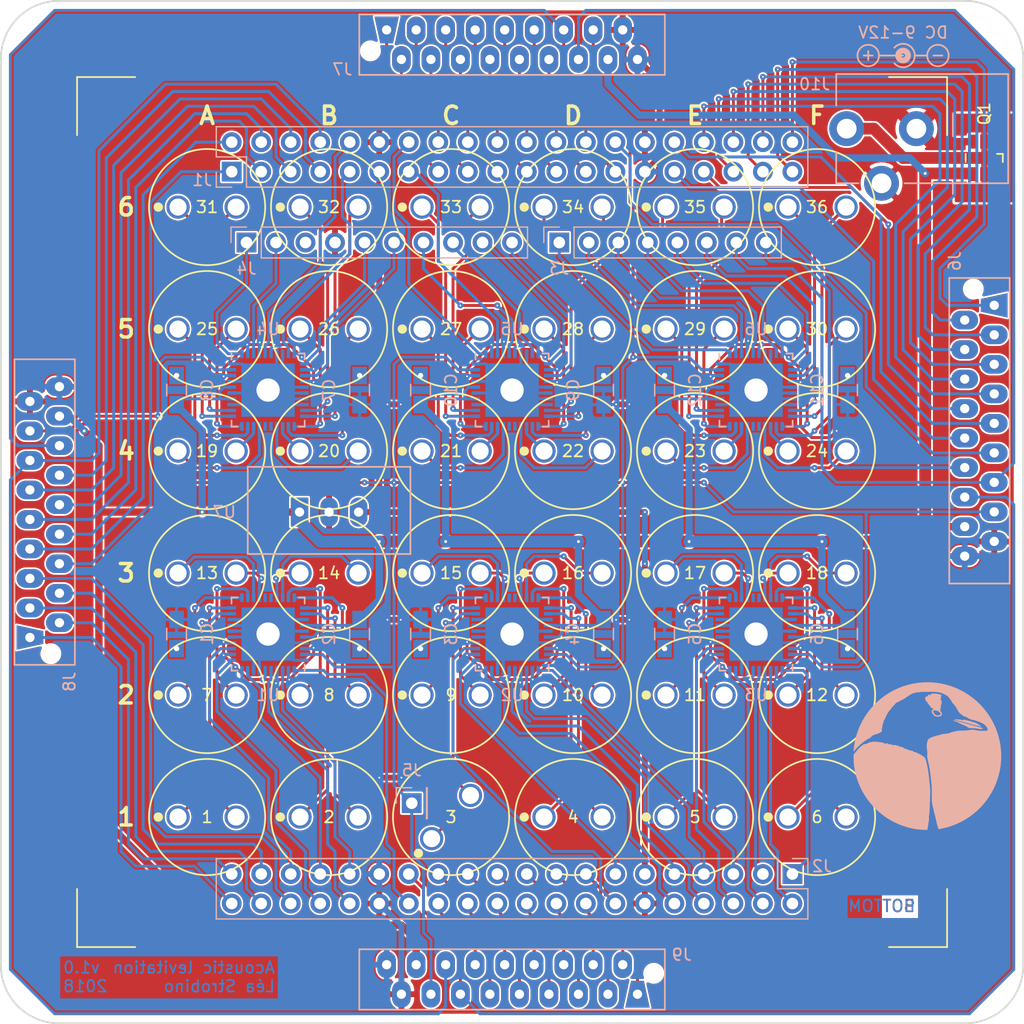
<source format=kicad_pcb>
(kicad_pcb (version 20171130) (host pcbnew "(5.0.1-3-g963ef8bb5)")
  (title_block (title "Acoustic levitation") (date 2018-04-11) (rev 1.0) (company "Léa Strobino") (comment 1 "Main PCB"))
  (layers (0 F.Cu signal) (31 B.Cu signal) (34 B.Paste user) (35 F.Paste user) (36 B.SilkS user) (37 F.SilkS user) (38 B.Mask user) (39 F.Mask user) (44 Edge.Cuts user))
  (net 0 "")
  (net 1 +3V3)
  (net 2 GND)
  (net 3 +12V)
  (net 4 +5V)
  (net 5 /Wing_C1)
  (net 6 /Wing_C2)
  (net 7 /Wing_C3)
  (net 8 /Wing_C4)
  (net 9 /Wing_C5)
  (net 10 /Piezo_A1)
  (net 11 /Piezo_B1)
  (net 12 /Piezo_C1)
  (net 13 /Piezo_A2)
  (net 14 /Piezo_B2)
  (net 15 /Piezo_C2)
  (net 16 /Piezo_A3)
  (net 17 /Piezo_B3)
  (net 18 /Piezo_C3)
  (net 19 /Piezo_A4)
  (net 20 /Piezo_B4)
  (net 21 /Piezo_C4)
  (net 22 /Piezo_A5)
  (net 23 /Piezo_B5)
  (net 24 /Piezo_C5)
  (net 25 /Piezo_A6)
  (net 26 /Piezo_B6)
  (net 27 /Piezo_C6)
  (net 28 /Wing_D5)
  (net 29 /Wing_D4)
  (net 30 /Wing_D3)
  (net 31 /Wing_D2)
  (net 32 /Wing_D1)
  (net 33 /Wing_D12)
  (net 34 "Net-(J4-Pad3)")
  (net 35 /Wing_D11)
  (net 36 /Wing_D10)
  (net 37 /Wing_D9)
  (net 38 /Wing_D8)
  (net 39 /Wing_D7)
  (net 40 /Wing_D6)
  (net 41 /Enable)
  (net 42 "Net-(TR1-Pad1)")
  (net 43 "Net-(TR1-Pad2)")
  (net 44 "Net-(TR2-Pad1)")
  (net 45 "Net-(TR2-Pad2)")
  (net 46 "Net-(TR3-Pad1)")
  (net 47 "Net-(TR3-Pad2)")
  (net 48 "Net-(TR4-Pad1)")
  (net 49 "Net-(TR4-Pad2)")
  (net 50 "Net-(TR5-Pad1)")
  (net 51 "Net-(TR5-Pad2)")
  (net 52 "Net-(TR6-Pad1)")
  (net 53 "Net-(TR6-Pad2)")
  (net 54 "Net-(TR7-Pad1)")
  (net 55 "Net-(TR7-Pad2)")
  (net 56 "Net-(TR8-Pad1)")
  (net 57 "Net-(TR8-Pad2)")
  (net 58 "Net-(TR9-Pad1)")
  (net 59 "Net-(TR9-Pad2)")
  (net 60 "Net-(TR10-Pad1)")
  (net 61 "Net-(TR10-Pad2)")
  (net 62 "Net-(TR11-Pad1)")
  (net 63 "Net-(TR11-Pad2)")
  (net 64 "Net-(TR12-Pad1)")
  (net 65 "Net-(TR12-Pad2)")
  (net 66 "Net-(TR13-Pad1)")
  (net 67 "Net-(TR13-Pad2)")
  (net 68 "Net-(TR14-Pad1)")
  (net 69 "Net-(TR14-Pad2)")
  (net 70 "Net-(TR15-Pad1)")
  (net 71 "Net-(TR15-Pad2)")
  (net 72 "Net-(TR16-Pad1)")
  (net 73 "Net-(TR16-Pad2)")
  (net 74 "Net-(TR17-Pad1)")
  (net 75 "Net-(TR17-Pad2)")
  (net 76 "Net-(TR18-Pad1)")
  (net 77 "Net-(TR18-Pad2)")
  (net 78 "Net-(TR19-Pad1)")
  (net 79 "Net-(TR19-Pad2)")
  (net 80 "Net-(TR20-Pad1)")
  (net 81 "Net-(TR20-Pad2)")
  (net 82 "Net-(TR21-Pad1)")
  (net 83 "Net-(TR21-Pad2)")
  (net 84 "Net-(TR22-Pad1)")
  (net 85 "Net-(TR22-Pad2)")
  (net 86 "Net-(TR23-Pad1)")
  (net 87 "Net-(TR23-Pad2)")
  (net 88 "Net-(TR24-Pad1)")
  (net 89 "Net-(TR24-Pad2)")
  (net 90 "Net-(TR25-Pad1)")
  (net 91 "Net-(TR25-Pad2)")
  (net 92 "Net-(TR26-Pad1)")
  (net 93 "Net-(TR26-Pad2)")
  (net 94 "Net-(TR27-Pad1)")
  (net 95 "Net-(TR27-Pad2)")
  (net 96 "Net-(TR28-Pad1)")
  (net 97 "Net-(TR28-Pad2)")
  (net 98 "Net-(TR29-Pad1)")
  (net 99 "Net-(TR29-Pad2)")
  (net 100 "Net-(TR30-Pad1)")
  (net 101 "Net-(TR30-Pad2)")
  (net 102 "Net-(TR31-Pad1)")
  (net 103 "Net-(TR31-Pad2)")
  (net 104 "Net-(TR32-Pad1)")
  (net 105 "Net-(TR32-Pad2)")
  (net 106 "Net-(TR33-Pad1)")
  (net 107 "Net-(TR33-Pad2)")
  (net 108 "Net-(TR34-Pad1)")
  (net 109 "Net-(TR34-Pad2)")
  (net 110 "Net-(TR35-Pad1)")
  (net 111 "Net-(TR35-Pad2)")
  (net 112 "Net-(TR36-Pad1)")
  (net 113 "Net-(TR36-Pad2)")
  (net 114 "Net-(U1-Pad25)")
  (net 115 "Net-(U1-Pad26)")
  (net 116 "Net-(U2-Pad25)")
  (net 117 "Net-(U2-Pad26)")
  (net 118 "Net-(U3-Pad25)")
  (net 119 "Net-(U3-Pad26)")
  (net 120 "Net-(U4-Pad25)")
  (net 121 "Net-(U4-Pad26)")
  (net 122 "Net-(U5-Pad25)")
  (net 123 "Net-(U5-Pad26)")
  (net 124 "Net-(U6-Pad25)")
  (net 125 "Net-(U6-Pad26)")
  (net 126 /Piezo_D1)
  (net 127 /Piezo_D2)
  (net 128 /Piezo_D3)
  (net 129 /Piezo_D4)
  (net 130 /Piezo_D5)
  (net 131 /Piezo_D6)
  (net 132 /Wing_C6)
  (net 133 /Wing_C7)
  (net 134 /Wing_C8)
  (net 135 /Wing_C9)
  (net 136 /Wing_C10)
  (net 137 /Wing_C11)
  (net 138 /Wing_C12)
  (net 139 /Piezo_E1)
  (net 140 /Piezo_E2)
  (net 141 /Piezo_E3)
  (net 142 /Piezo_E4)
  (net 143 /Piezo_E5)
  (net 144 /Piezo_E6)
  (net 145 /Wing_B1)
  (net 146 /Wing_B2)
  (net 147 /Wing_B3)
  (net 148 /Wing_B4)
  (net 149 /Wing_B5)
  (net 150 /Wing_B6)
  (net 151 /Wing_B7)
  (net 152 /Wing_B8)
  (net 153 /Wing_B9)
  (net 154 /Wing_B10)
  (net 155 /Wing_B11)
  (net 156 /Wing_B12)
  (net 157 /Piezo_F1)
  (net 158 /Piezo_F2)
  (net 159 /Piezo_F3)
  (net 160 /Piezo_F4)
  (net 161 /Piezo_F5)
  (net 162 /Piezo_F6)
  (net 163 /Wing_A13)
  (net 164 /Wing_A12)
  (net 165 /Wing_A11)
  (net 166 /Wing_A10)
  (net 167 /Wing_A9)
  (net 168 /Wing_A8)
  (net 169 /Wing_A7)
  (net 170 /Wing_A6)
  (net 171 /Wing_A5)
  (net 172 /Wing_A4)
  (net 173 /Wing_A3)
  (net 174 /Wing_A2)
  (net 175 /Wing_A1)
  (net 176 /Wing_A14)
  (net 177 /Wing_C13)
  (net 178 /Wing_B13)
  (net 179 +VDC)
  (module footprints:Traco_TSR2 (layer B.Cu) (at 132.75 105)
    (fp_text reference U7 (at -9.015 0) (layer B.SilkS) (effects (justify mirror)))
    (fp_text value TSR2-2450)
    (pad 3 thru_hole oval (at 2.54 0) (size 1.5 2.5) (drill 0.8) (layers *.Cu *.Mask) (net 4 +5V))
    (pad 2 thru_hole oval (at 0 0) (size 1.5 2.5) (drill 0.8) (layers *.Cu *.Mask) (net 2 GND))
    (pad 1 thru_hole rect (at -2.54 0) (size 1.5 2.5) (drill 0.8) (layers *.Cu *.Mask) (net 3 +12V))
  )
  (module footprints:Murata_MA40S4S_TE_8134-HC-8P2 (layer F.Cu) (at 143.25 131.25 48)
    (fp_text reference TR12 hide)
    (fp_text value MA40S4S)
    (pad 2 thru_hole circle (at 2.5 0 48) (size 2 2) (drill 1.47) (layers *.Cu *.Mask) (net 65 "Net-(TR12-Pad2)"))
    (pad 1 thru_hole circle (at -2.5 0 48) (size 2 2) (drill 1.47) (layers *.Cu *.Mask) (net 64 "Net-(TR12-Pad1)"))
  )
  (module footprints:TSOP-6_2.9x1.5mm_Pitch0.95mm (layer F.Cu) (at 189.14 74.52 180)
    (fp_text reference Q1 (at 0 3.81 90) (layer F.SilkS))
    (fp_text value Si3421DV)
    (pad 6 smd rect (at -0.95 -1.4 180) (size 0.7 1.2) (layers F.Cu F.Paste F.Mask) (net 179 +VDC))
    (pad 5 smd rect (at 0 -1.4 180) (size 0.7 1.2) (layers F.Cu F.Paste F.Mask) (net 179 +VDC))
    (pad 4 smd rect (at 0.95 -1.4 180) (size 0.7 1.2) (layers F.Cu F.Paste F.Mask) (net 3 +12V))
    (pad 3 smd rect (at 0.95 1.4 180) (size 0.7 1.2) (layers F.Cu F.Paste F.Mask) (net 2 GND))
    (pad 2 smd rect (at 0 1.4 180) (size 0.7 1.2) (layers F.Cu F.Paste F.Mask) (net 179 +VDC))
    (pad 1 smd rect (at -0.95 1.4 180) (size 0.7 1.2) (layers F.Cu F.Paste F.Mask) (net 179 +VDC))
  )
  (module footprints:CUI_PJ-102AH (layer B.Cu) (at 191 72 90)
    (fp_text reference J10 (at 3.83 -16.465 180) (layer B.SilkS) (effects (justify mirror)))
    (fp_text value PJ-102AH)
    (pad 3 thru_hole circle (at -4.7 -10.7 90) (size 3 3) (drill 1.7) (layers *.Cu *.Mask) (net 2 GND))
    (pad 2 thru_hole circle (at 0 -7.7 90) (size 3 3) (drill 1.7) (layers *.Cu *.Mask) (net 2 GND))
    (pad 1 thru_hole circle (at 0 -13.7 90) (size 3 3) (drill 1.7) (layers *.Cu *.Mask) (net 179 +VDC))
  )
  (module footprints:Murata_MA40S4S_TE_8134-HC-8P2 (layer F.Cu) (at 174.75 78.75)
    (fp_text reference TR36 hide)
    (fp_text value MA40S4S)
    (pad 2 thru_hole circle (at 2.5 0) (size 2 2) (drill 1.47) (layers *.Cu *.Mask) (net 113 "Net-(TR36-Pad2)"))
    (pad 1 thru_hole circle (at -2.5 0) (size 2 2) (drill 1.47) (layers *.Cu *.Mask) (net 112 "Net-(TR36-Pad1)"))
  )
  (module footprints:Murata_MA40S4S_TE_8134-HC-8P2 (layer F.Cu) (at 174.75 89.25)
    (fp_text reference TR35 hide)
    (fp_text value MA40S4S)
    (pad 2 thru_hole circle (at 2.5 0) (size 2 2) (drill 1.47) (layers *.Cu *.Mask) (net 111 "Net-(TR35-Pad2)"))
    (pad 1 thru_hole circle (at -2.5 0) (size 2 2) (drill 1.47) (layers *.Cu *.Mask) (net 110 "Net-(TR35-Pad1)"))
  )
  (module footprints:Murata_MA40S4S_TE_8134-HC-8P2 (layer F.Cu) (at 174.75 99.75)
    (fp_text reference TR34 hide)
    (fp_text value MA40S4S)
    (pad 2 thru_hole circle (at 2.5 0) (size 2 2) (drill 1.47) (layers *.Cu *.Mask) (net 109 "Net-(TR34-Pad2)"))
    (pad 1 thru_hole circle (at -2.5 0) (size 2 2) (drill 1.47) (layers *.Cu *.Mask) (net 108 "Net-(TR34-Pad1)"))
  )
  (module footprints:Murata_MA40S4S_TE_8134-HC-8P2 (layer F.Cu) (at 164.25 99.75)
    (fp_text reference TR33 hide)
    (fp_text value MA40S4S)
    (pad 2 thru_hole circle (at 2.5 0) (size 2 2) (drill 1.47) (layers *.Cu *.Mask) (net 107 "Net-(TR33-Pad2)"))
    (pad 1 thru_hole circle (at -2.5 0) (size 2 2) (drill 1.47) (layers *.Cu *.Mask) (net 106 "Net-(TR33-Pad1)"))
  )
  (module footprints:Murata_MA40S4S_TE_8134-HC-8P2 (layer F.Cu) (at 164.25 89.25)
    (fp_text reference TR32 hide)
    (fp_text value MA40S4S)
    (pad 2 thru_hole circle (at 2.5 0) (size 2 2) (drill 1.47) (layers *.Cu *.Mask) (net 105 "Net-(TR32-Pad2)"))
    (pad 1 thru_hole circle (at -2.5 0) (size 2 2) (drill 1.47) (layers *.Cu *.Mask) (net 104 "Net-(TR32-Pad1)"))
  )
  (module footprints:Murata_MA40S4S_TE_8134-HC-8P2 (layer F.Cu) (at 164.25 78.75)
    (fp_text reference TR31 hide)
    (fp_text value MA40S4S)
    (pad 2 thru_hole circle (at 2.5 0) (size 2 2) (drill 1.47) (layers *.Cu *.Mask) (net 103 "Net-(TR31-Pad2)"))
    (pad 1 thru_hole circle (at -2.5 0) (size 2 2) (drill 1.47) (layers *.Cu *.Mask) (net 102 "Net-(TR31-Pad1)"))
  )
  (module footprints:Murata_MA40S4S_TE_8134-HC-8P2 (layer F.Cu) (at 153.75 78.75)
    (fp_text reference TR30 hide)
    (fp_text value MA40S4S)
    (pad 2 thru_hole circle (at 2.5 0) (size 2 2) (drill 1.47) (layers *.Cu *.Mask) (net 101 "Net-(TR30-Pad2)"))
    (pad 1 thru_hole circle (at -2.5 0) (size 2 2) (drill 1.47) (layers *.Cu *.Mask) (net 100 "Net-(TR30-Pad1)"))
  )
  (module footprints:Murata_MA40S4S_TE_8134-HC-8P2 (layer F.Cu) (at 153.75 89.25)
    (fp_text reference TR29 hide)
    (fp_text value MA40S4S)
    (pad 2 thru_hole circle (at 2.5 0) (size 2 2) (drill 1.47) (layers *.Cu *.Mask) (net 99 "Net-(TR29-Pad2)"))
    (pad 1 thru_hole circle (at -2.5 0) (size 2 2) (drill 1.47) (layers *.Cu *.Mask) (net 98 "Net-(TR29-Pad1)"))
  )
  (module footprints:Murata_MA40S4S_TE_8134-HC-8P2 (layer F.Cu) (at 153.75 99.75)
    (fp_text reference TR28 hide)
    (fp_text value MA40S4S)
    (pad 2 thru_hole circle (at 2.5 0) (size 2 2) (drill 1.47) (layers *.Cu *.Mask) (net 97 "Net-(TR28-Pad2)"))
    (pad 1 thru_hole circle (at -2.5 0) (size 2 2) (drill 1.47) (layers *.Cu *.Mask) (net 96 "Net-(TR28-Pad1)"))
  )
  (module footprints:Murata_MA40S4S_TE_8134-HC-8P2 (layer F.Cu) (at 143.25 99.75)
    (fp_text reference TR27 hide)
    (fp_text value MA40S4S)
    (pad 2 thru_hole circle (at 2.5 0) (size 2 2) (drill 1.47) (layers *.Cu *.Mask) (net 95 "Net-(TR27-Pad2)"))
    (pad 1 thru_hole circle (at -2.5 0) (size 2 2) (drill 1.47) (layers *.Cu *.Mask) (net 94 "Net-(TR27-Pad1)"))
  )
  (module footprints:Murata_MA40S4S_TE_8134-HC-8P2 (layer F.Cu) (at 143.25 89.25)
    (fp_text reference TR26 hide)
    (fp_text value MA40S4S)
    (pad 2 thru_hole circle (at 2.5 0) (size 2 2) (drill 1.47) (layers *.Cu *.Mask) (net 93 "Net-(TR26-Pad2)"))
    (pad 1 thru_hole circle (at -2.5 0) (size 2 2) (drill 1.47) (layers *.Cu *.Mask) (net 92 "Net-(TR26-Pad1)"))
  )
  (module footprints:Murata_MA40S4S_TE_8134-HC-8P2 (layer F.Cu) (at 143.25 78.75)
    (fp_text reference TR25 hide)
    (fp_text value MA40S4S)
    (pad 2 thru_hole circle (at 2.5 0) (size 2 2) (drill 1.47) (layers *.Cu *.Mask) (net 91 "Net-(TR25-Pad2)"))
    (pad 1 thru_hole circle (at -2.5 0) (size 2 2) (drill 1.47) (layers *.Cu *.Mask) (net 90 "Net-(TR25-Pad1)"))
  )
  (module footprints:Murata_MA40S4S_TE_8134-HC-8P2 (layer F.Cu) (at 132.75 78.75)
    (fp_text reference TR24 hide)
    (fp_text value MA40S4S)
    (pad 2 thru_hole circle (at 2.5 0) (size 2 2) (drill 1.47) (layers *.Cu *.Mask) (net 89 "Net-(TR24-Pad2)"))
    (pad 1 thru_hole circle (at -2.5 0) (size 2 2) (drill 1.47) (layers *.Cu *.Mask) (net 88 "Net-(TR24-Pad1)"))
  )
  (module footprints:Murata_MA40S4S_TE_8134-HC-8P2 (layer F.Cu) (at 132.75 89.25)
    (fp_text reference TR23 hide)
    (fp_text value MA40S4S)
    (pad 2 thru_hole circle (at 2.5 0) (size 2 2) (drill 1.47) (layers *.Cu *.Mask) (net 87 "Net-(TR23-Pad2)"))
    (pad 1 thru_hole circle (at -2.5 0) (size 2 2) (drill 1.47) (layers *.Cu *.Mask) (net 86 "Net-(TR23-Pad1)"))
  )
  (module footprints:Murata_MA40S4S_TE_8134-HC-8P2 (layer F.Cu) (at 132.75 99.75)
    (fp_text reference TR22 hide)
    (fp_text value MA40S4S)
    (pad 2 thru_hole circle (at 2.5 0) (size 2 2) (drill 1.47) (layers *.Cu *.Mask) (net 85 "Net-(TR22-Pad2)"))
    (pad 1 thru_hole circle (at -2.5 0) (size 2 2) (drill 1.47) (layers *.Cu *.Mask) (net 84 "Net-(TR22-Pad1)"))
  )
  (module footprints:Murata_MA40S4S_TE_8134-HC-8P2 (layer F.Cu) (at 122.25 99.75)
    (fp_text reference TR21 hide)
    (fp_text value MA40S4S)
    (pad 2 thru_hole circle (at 2.5 0) (size 2 2) (drill 1.47) (layers *.Cu *.Mask) (net 83 "Net-(TR21-Pad2)"))
    (pad 1 thru_hole circle (at -2.5 0) (size 2 2) (drill 1.47) (layers *.Cu *.Mask) (net 82 "Net-(TR21-Pad1)"))
  )
  (module footprints:Murata_MA40S4S_TE_8134-HC-8P2 (layer F.Cu) (at 122.25 89.25)
    (fp_text reference TR20 hide)
    (fp_text value MA40S4S)
    (pad 2 thru_hole circle (at 2.5 0) (size 2 2) (drill 1.47) (layers *.Cu *.Mask) (net 81 "Net-(TR20-Pad2)"))
    (pad 1 thru_hole circle (at -2.5 0) (size 2 2) (drill 1.47) (layers *.Cu *.Mask) (net 80 "Net-(TR20-Pad1)"))
  )
  (module footprints:Murata_MA40S4S_TE_8134-HC-8P2 (layer F.Cu) (at 122.25 78.75)
    (fp_text reference TR19 hide)
    (fp_text value MA40S4S)
    (pad 2 thru_hole circle (at 2.5 0) (size 2 2) (drill 1.47) (layers *.Cu *.Mask) (net 79 "Net-(TR19-Pad2)"))
    (pad 1 thru_hole circle (at -2.5 0) (size 2 2) (drill 1.47) (layers *.Cu *.Mask) (net 78 "Net-(TR19-Pad1)"))
  )
  (module footprints:Murata_MA40S4S_TE_8134-HC-8P2 (layer F.Cu) (at 164.25 131.25)
    (fp_text reference TR18 hide)
    (fp_text value MA40S4S)
    (pad 2 thru_hole circle (at 2.5 0) (size 2 2) (drill 1.47) (layers *.Cu *.Mask) (net 77 "Net-(TR18-Pad2)"))
    (pad 1 thru_hole circle (at -2.5 0) (size 2 2) (drill 1.47) (layers *.Cu *.Mask) (net 76 "Net-(TR18-Pad1)"))
  )
  (module footprints:Murata_MA40S4S_TE_8134-HC-8P2 (layer F.Cu) (at 164.25 120.75)
    (fp_text reference TR17 hide)
    (fp_text value MA40S4S)
    (pad 2 thru_hole circle (at 2.5 0) (size 2 2) (drill 1.47) (layers *.Cu *.Mask) (net 75 "Net-(TR17-Pad2)"))
    (pad 1 thru_hole circle (at -2.5 0) (size 2 2) (drill 1.47) (layers *.Cu *.Mask) (net 74 "Net-(TR17-Pad1)"))
  )
  (module footprints:Murata_MA40S4S_TE_8134-HC-8P2 (layer F.Cu) (at 164.25 110.25)
    (fp_text reference TR16 hide)
    (fp_text value MA40S4S)
    (pad 2 thru_hole circle (at 2.5 0) (size 2 2) (drill 1.47) (layers *.Cu *.Mask) (net 73 "Net-(TR16-Pad2)"))
    (pad 1 thru_hole circle (at -2.5 0) (size 2 2) (drill 1.47) (layers *.Cu *.Mask) (net 72 "Net-(TR16-Pad1)"))
  )
  (module footprints:Murata_MA40S4S_TE_8134-HC-8P2 (layer F.Cu) (at 174.75 110.25)
    (fp_text reference TR15 hide)
    (fp_text value MA40S4S)
    (pad 2 thru_hole circle (at 2.5 0) (size 2 2) (drill 1.47) (layers *.Cu *.Mask) (net 71 "Net-(TR15-Pad2)"))
    (pad 1 thru_hole circle (at -2.5 0) (size 2 2) (drill 1.47) (layers *.Cu *.Mask) (net 70 "Net-(TR15-Pad1)"))
  )
  (module footprints:Murata_MA40S4S_TE_8134-HC-8P2 (layer F.Cu) (at 174.75 120.75)
    (fp_text reference TR14 hide)
    (fp_text value MA40S4S)
    (pad 2 thru_hole circle (at 2.5 0) (size 2 2) (drill 1.47) (layers *.Cu *.Mask) (net 69 "Net-(TR14-Pad2)"))
    (pad 1 thru_hole circle (at -2.5 0) (size 2 2) (drill 1.47) (layers *.Cu *.Mask) (net 68 "Net-(TR14-Pad1)"))
  )
  (module footprints:Murata_MA40S4S_TE_8134-HC-8P2 (layer F.Cu) (at 174.75 131.25)
    (fp_text reference TR13 hide)
    (fp_text value MA40S4S)
    (pad 2 thru_hole circle (at 2.5 0) (size 2 2) (drill 1.47) (layers *.Cu *.Mask) (net 67 "Net-(TR13-Pad2)"))
    (pad 1 thru_hole circle (at -2.5 0) (size 2 2) (drill 1.47) (layers *.Cu *.Mask) (net 66 "Net-(TR13-Pad1)"))
  )
  (module footprints:Murata_MA40S4S_TE_8134-HC-8P2 (layer F.Cu) (at 143.25 120.75)
    (fp_text reference TR11 hide)
    (fp_text value MA40S4S)
    (pad 2 thru_hole circle (at 2.5 0) (size 2 2) (drill 1.47) (layers *.Cu *.Mask) (net 63 "Net-(TR11-Pad2)"))
    (pad 1 thru_hole circle (at -2.5 0) (size 2 2) (drill 1.47) (layers *.Cu *.Mask) (net 62 "Net-(TR11-Pad1)"))
  )
  (module footprints:Murata_MA40S4S_TE_8134-HC-8P2 (layer F.Cu) (at 143.25 110.25)
    (fp_text reference TR10 hide)
    (fp_text value MA40S4S)
    (pad 2 thru_hole circle (at 2.5 0) (size 2 2) (drill 1.47) (layers *.Cu *.Mask) (net 61 "Net-(TR10-Pad2)"))
    (pad 1 thru_hole circle (at -2.5 0) (size 2 2) (drill 1.47) (layers *.Cu *.Mask) (net 60 "Net-(TR10-Pad1)"))
  )
  (module footprints:Murata_MA40S4S_TE_8134-HC-8P2 (layer F.Cu) (at 153.75 110.25)
    (fp_text reference TR9 hide)
    (fp_text value MA40S4S)
    (pad 2 thru_hole circle (at 2.5 0) (size 2 2) (drill 1.47) (layers *.Cu *.Mask) (net 59 "Net-(TR9-Pad2)"))
    (pad 1 thru_hole circle (at -2.5 0) (size 2 2) (drill 1.47) (layers *.Cu *.Mask) (net 58 "Net-(TR9-Pad1)"))
  )
  (module footprints:Murata_MA40S4S_TE_8134-HC-8P2 (layer F.Cu) (at 153.75 120.75)
    (fp_text reference TR8 hide)
    (fp_text value MA40S4S)
    (pad 2 thru_hole circle (at 2.5 0) (size 2 2) (drill 1.47) (layers *.Cu *.Mask) (net 57 "Net-(TR8-Pad2)"))
    (pad 1 thru_hole circle (at -2.5 0) (size 2 2) (drill 1.47) (layers *.Cu *.Mask) (net 56 "Net-(TR8-Pad1)"))
  )
  (module footprints:Murata_MA40S4S_TE_8134-HC-8P2 (layer F.Cu) (at 153.75 131.25)
    (fp_text reference TR7 hide)
    (fp_text value MA40S4S)
    (pad 2 thru_hole circle (at 2.5 0) (size 2 2) (drill 1.47) (layers *.Cu *.Mask) (net 55 "Net-(TR7-Pad2)"))
    (pad 1 thru_hole circle (at -2.5 0) (size 2 2) (drill 1.47) (layers *.Cu *.Mask) (net 54 "Net-(TR7-Pad1)"))
  )
  (module footprints:Murata_MA40S4S_TE_8134-HC-8P2 (layer F.Cu) (at 122.25 131.25)
    (fp_text reference TR6 hide)
    (fp_text value MA40S4S)
    (pad 2 thru_hole circle (at 2.5 0) (size 2 2) (drill 1.47) (layers *.Cu *.Mask) (net 53 "Net-(TR6-Pad2)"))
    (pad 1 thru_hole circle (at -2.5 0) (size 2 2) (drill 1.47) (layers *.Cu *.Mask) (net 52 "Net-(TR6-Pad1)"))
  )
  (module footprints:Murata_MA40S4S_TE_8134-HC-8P2 (layer F.Cu) (at 122.25 120.75)
    (fp_text reference TR5 hide)
    (fp_text value MA40S4S)
    (pad 2 thru_hole circle (at 2.5 0) (size 2 2) (drill 1.47) (layers *.Cu *.Mask) (net 51 "Net-(TR5-Pad2)"))
    (pad 1 thru_hole circle (at -2.5 0) (size 2 2) (drill 1.47) (layers *.Cu *.Mask) (net 50 "Net-(TR5-Pad1)"))
  )
  (module footprints:Murata_MA40S4S_TE_8134-HC-8P2 (layer F.Cu) (at 122.25 110.25)
    (fp_text reference TR4 hide)
    (fp_text value MA40S4S)
    (pad 2 thru_hole circle (at 2.5 0) (size 2 2) (drill 1.47) (layers *.Cu *.Mask) (net 49 "Net-(TR4-Pad2)"))
    (pad 1 thru_hole circle (at -2.5 0) (size 2 2) (drill 1.47) (layers *.Cu *.Mask) (net 48 "Net-(TR4-Pad1)"))
  )
  (module footprints:Murata_MA40S4S_TE_8134-HC-8P2 (layer F.Cu) (at 132.75 110.25)
    (fp_text reference TR3 hide)
    (fp_text value MA40S4S)
    (pad 2 thru_hole circle (at 2.5 0) (size 2 2) (drill 1.47) (layers *.Cu *.Mask) (net 47 "Net-(TR3-Pad2)"))
    (pad 1 thru_hole circle (at -2.5 0) (size 2 2) (drill 1.47) (layers *.Cu *.Mask) (net 46 "Net-(TR3-Pad1)"))
  )
  (module footprints:Murata_MA40S4S_TE_8134-HC-8P2 (layer F.Cu) (at 132.75 120.75)
    (fp_text reference TR2 hide)
    (fp_text value MA40S4S)
    (pad 2 thru_hole circle (at 2.5 0) (size 2 2) (drill 1.47) (layers *.Cu *.Mask) (net 45 "Net-(TR2-Pad2)"))
    (pad 1 thru_hole circle (at -2.5 0) (size 2 2) (drill 1.47) (layers *.Cu *.Mask) (net 44 "Net-(TR2-Pad1)"))
  )
  (module footprints:Murata_MA40S4S_TE_8134-HC-8P2 (layer F.Cu) (at 132.75 131.25)
    (fp_text reference TR1 hide)
    (fp_text value MA40S4S)
    (pad 2 thru_hole circle (at 2.5 0) (size 2 2) (drill 1.47) (layers *.Cu *.Mask) (net 43 "Net-(TR1-Pad2)"))
    (pad 1 thru_hole circle (at -2.5 0) (size 2 2) (drill 1.47) (layers *.Cu *.Mask) (net 42 "Net-(TR1-Pad1)"))
  )
  (module footprints:Symbol_Barrel_Polarity (layer B.Cu) (at 182.155 65.63 180)
    (fp_text reference REF** hide)
    (fp_text value Symbol_Barrel_Polarity)
    (fp_text user - (at -3 0 180) (layer B.SilkS) (effects (justify mirror)))
    (fp_text user + (at 3 0 180) (layer B.SilkS) (effects (justify mirror)))
  )
  (module footprints:TE_8-215079-8 (layer B.Cu) (at 107 115.795 270)
    (fp_text reference J8 (at 3.81 -3.4 270) (layer B.SilkS) (effects (justify mirror)))
    (fp_text value 8-215079-8)
    (pad "" np_thru_hole circle (at 1.4 -1.8 270) (size 1.5 1.5) (drill 1.5) (layers *.Cu *.Mask))
    (pad 18 thru_hole oval (at -21.59 -2.54 270) (size 1.6 2.3) (drill 0.8) (layers *.Cu *.Mask) (net 1 +3V3))
    (pad 17 thru_hole oval (at -20.32 0 270) (size 1.6 2.3) (drill 0.8) (layers *.Cu *.Mask) (net 2 GND))
    (pad 16 thru_hole oval (at -19.05 -2.54 270) (size 1.6 2.3) (drill 0.8) (layers *.Cu *.Mask) (net 3 +12V))
    (pad 15 thru_hole oval (at -17.78 0 270) (size 1.6 2.3) (drill 0.8) (layers *.Cu *.Mask) (net 41 /Enable))
    (pad 14 thru_hole oval (at -16.51 -2.54 270) (size 1.6 2.3) (drill 0.8) (layers *.Cu *.Mask) (net 178 /Wing_B13))
    (pad 13 thru_hole oval (at -15.24 0 270) (size 1.6 2.3) (drill 0.8) (layers *.Cu *.Mask) (net 177 /Wing_C13))
    (pad 12 thru_hole oval (at -13.97 -2.54 270) (size 1.6 2.3) (drill 0.8) (layers *.Cu *.Mask) (net 138 /Wing_C12))
    (pad 11 thru_hole oval (at -12.7 0 270) (size 1.6 2.3) (drill 0.8) (layers *.Cu *.Mask) (net 137 /Wing_C11))
    (pad 10 thru_hole oval (at -11.43 -2.54 270) (size 1.6 2.3) (drill 0.8) (layers *.Cu *.Mask) (net 136 /Wing_C10))
    (pad 9 thru_hole oval (at -10.16 0 270) (size 1.6 2.3) (drill 0.8) (layers *.Cu *.Mask) (net 135 /Wing_C9))
    (pad 8 thru_hole oval (at -8.89 -2.54 270) (size 1.6 2.3) (drill 0.8) (layers *.Cu *.Mask) (net 134 /Wing_C8))
    (pad 7 thru_hole oval (at -7.62 0 270) (size 1.6 2.3) (drill 0.8) (layers *.Cu *.Mask) (net 133 /Wing_C7))
    (pad 6 thru_hole oval (at -6.35 -2.54 270) (size 1.6 2.3) (drill 0.8) (layers *.Cu *.Mask) (net 132 /Wing_C6))
    (pad 5 thru_hole oval (at -5.08 0 270) (size 1.6 2.3) (drill 0.8) (layers *.Cu *.Mask) (net 9 /Wing_C5))
    (pad 4 thru_hole oval (at -3.81 -2.54 270) (size 1.6 2.3) (drill 0.8) (layers *.Cu *.Mask) (net 8 /Wing_C4))
    (pad 3 thru_hole oval (at -2.54 0 270) (size 1.6 2.3) (drill 0.8) (layers *.Cu *.Mask) (net 7 /Wing_C3))
    (pad 2 thru_hole oval (at -1.27 -2.54 270) (size 1.6 2.3) (drill 0.8) (layers *.Cu *.Mask) (net 6 /Wing_C2))
    (pad 1 thru_hole trapezoid (at 0 0 270) (size 1.6 2.3) (rect_delta 0 0.5) (drill 0.8) (layers *.Cu *.Mask) (net 5 /Wing_C1))
  )
  (module footprints:TE_8-215079-8 (layer B.Cu) (at 137.705 63.5 180)
    (fp_text reference J7 (at 3.81 -3.4 180) (layer B.SilkS) (effects (justify mirror)))
    (fp_text value 8-215079-8)
    (pad "" np_thru_hole circle (at 1.4 -1.8 180) (size 1.5 1.5) (drill 1.5) (layers *.Cu *.Mask))
    (pad 18 thru_hole oval (at -21.59 -2.54 180) (size 1.6 2.3) (drill 0.8) (layers *.Cu *.Mask) (net 1 +3V3))
    (pad 17 thru_hole oval (at -20.32 0 180) (size 1.6 2.3) (drill 0.8) (layers *.Cu *.Mask) (net 2 GND))
    (pad 16 thru_hole oval (at -19.05 -2.54 180) (size 1.6 2.3) (drill 0.8) (layers *.Cu *.Mask) (net 3 +12V))
    (pad 15 thru_hole oval (at -17.78 0 180) (size 1.6 2.3) (drill 0.8) (layers *.Cu *.Mask) (net 41 /Enable))
    (pad 14 thru_hole oval (at -16.51 -2.54 180) (size 1.6 2.3) (drill 0.8) (layers *.Cu *.Mask) (net 163 /Wing_A13))
    (pad 13 thru_hole oval (at -15.24 0 180) (size 1.6 2.3) (drill 0.8) (layers *.Cu *.Mask) (net 178 /Wing_B13))
    (pad 12 thru_hole oval (at -13.97 -2.54 180) (size 1.6 2.3) (drill 0.8) (layers *.Cu *.Mask) (net 156 /Wing_B12))
    (pad 11 thru_hole oval (at -12.7 0 180) (size 1.6 2.3) (drill 0.8) (layers *.Cu *.Mask) (net 155 /Wing_B11))
    (pad 10 thru_hole oval (at -11.43 -2.54 180) (size 1.6 2.3) (drill 0.8) (layers *.Cu *.Mask) (net 154 /Wing_B10))
    (pad 9 thru_hole oval (at -10.16 0 180) (size 1.6 2.3) (drill 0.8) (layers *.Cu *.Mask) (net 153 /Wing_B9))
    (pad 8 thru_hole oval (at -8.89 -2.54 180) (size 1.6 2.3) (drill 0.8) (layers *.Cu *.Mask) (net 152 /Wing_B8))
    (pad 7 thru_hole oval (at -7.62 0 180) (size 1.6 2.3) (drill 0.8) (layers *.Cu *.Mask) (net 151 /Wing_B7))
    (pad 6 thru_hole oval (at -6.35 -2.54 180) (size 1.6 2.3) (drill 0.8) (layers *.Cu *.Mask) (net 150 /Wing_B6))
    (pad 5 thru_hole oval (at -5.08 0 180) (size 1.6 2.3) (drill 0.8) (layers *.Cu *.Mask) (net 149 /Wing_B5))
    (pad 4 thru_hole oval (at -3.81 -2.54 180) (size 1.6 2.3) (drill 0.8) (layers *.Cu *.Mask) (net 148 /Wing_B4))
    (pad 3 thru_hole oval (at -2.54 0 180) (size 1.6 2.3) (drill 0.8) (layers *.Cu *.Mask) (net 147 /Wing_B3))
    (pad 2 thru_hole oval (at -1.27 -2.54 180) (size 1.6 2.3) (drill 0.8) (layers *.Cu *.Mask) (net 146 /Wing_B2))
    (pad 1 thru_hole trapezoid (at 0 0 180) (size 1.6 2.3) (rect_delta 0 0.5) (drill 0.8) (layers *.Cu *.Mask) (net 145 /Wing_B1))
  )
  (module footprints:TE_8-215079-8 (layer B.Cu) (at 190 87.205 90)
    (fp_text reference J6 (at 3.81 -3.4 90) (layer B.SilkS) (effects (justify mirror)))
    (fp_text value 8-215079-8)
    (pad "" np_thru_hole circle (at 1.4 -1.8 90) (size 1.5 1.5) (drill 1.5) (layers *.Cu *.Mask))
    (pad 18 thru_hole oval (at -21.59 -2.54 90) (size 1.6 2.3) (drill 0.8) (layers *.Cu *.Mask) (net 1 +3V3))
    (pad 17 thru_hole oval (at -20.32 0 90) (size 1.6 2.3) (drill 0.8) (layers *.Cu *.Mask) (net 2 GND))
    (pad 16 thru_hole oval (at -19.05 -2.54 90) (size 1.6 2.3) (drill 0.8) (layers *.Cu *.Mask) (net 3 +12V))
    (pad 15 thru_hole oval (at -17.78 0 90) (size 1.6 2.3) (drill 0.8) (layers *.Cu *.Mask) (net 41 /Enable))
    (pad 14 thru_hole oval (at -16.51 -2.54 90) (size 1.6 2.3) (drill 0.8) (layers *.Cu *.Mask) (net 176 /Wing_A14))
    (pad 13 thru_hole oval (at -15.24 0 90) (size 1.6 2.3) (drill 0.8) (layers *.Cu *.Mask) (net 163 /Wing_A13))
    (pad 12 thru_hole oval (at -13.97 -2.54 90) (size 1.6 2.3) (drill 0.8) (layers *.Cu *.Mask) (net 164 /Wing_A12))
    (pad 11 thru_hole oval (at -12.7 0 90) (size 1.6 2.3) (drill 0.8) (layers *.Cu *.Mask) (net 165 /Wing_A11))
    (pad 10 thru_hole oval (at -11.43 -2.54 90) (size 1.6 2.3) (drill 0.8) (layers *.Cu *.Mask) (net 166 /Wing_A10))
    (pad 9 thru_hole oval (at -10.16 0 90) (size 1.6 2.3) (drill 0.8) (layers *.Cu *.Mask) (net 167 /Wing_A9))
    (pad 8 thru_hole oval (at -8.89 -2.54 90) (size 1.6 2.3) (drill 0.8) (layers *.Cu *.Mask) (net 168 /Wing_A8))
    (pad 7 thru_hole oval (at -7.62 0 90) (size 1.6 2.3) (drill 0.8) (layers *.Cu *.Mask) (net 169 /Wing_A7))
    (pad 6 thru_hole oval (at -6.35 -2.54 90) (size 1.6 2.3) (drill 0.8) (layers *.Cu *.Mask) (net 170 /Wing_A6))
    (pad 5 thru_hole oval (at -5.08 0 90) (size 1.6 2.3) (drill 0.8) (layers *.Cu *.Mask) (net 171 /Wing_A5))
    (pad 4 thru_hole oval (at -3.81 -2.54 90) (size 1.6 2.3) (drill 0.8) (layers *.Cu *.Mask) (net 172 /Wing_A4))
    (pad 3 thru_hole oval (at -2.54 0 90) (size 1.6 2.3) (drill 0.8) (layers *.Cu *.Mask) (net 173 /Wing_A3))
    (pad 2 thru_hole oval (at -1.27 -2.54 90) (size 1.6 2.3) (drill 0.8) (layers *.Cu *.Mask) (net 174 /Wing_A2))
    (pad 1 thru_hole trapezoid (at 0 0 90) (size 1.6 2.3) (rect_delta 0 0.5) (drill 0.8) (layers *.Cu *.Mask) (net 175 /Wing_A1))
  )
  (module footprints:TE_8-215079-8 (layer B.Cu) (at 159.295 146.5)
    (fp_text reference J9 (at 3.81 -3.4) (layer B.SilkS) (effects (justify mirror)))
    (fp_text value 8-215079-8)
    (pad "" np_thru_hole circle (at 1.4 -1.8) (size 1.5 1.5) (drill 1.5) (layers *.Cu *.Mask))
    (pad 18 thru_hole oval (at -21.59 -2.54) (size 1.6 2.3) (drill 0.8) (layers *.Cu *.Mask) (net 1 +3V3))
    (pad 17 thru_hole oval (at -20.32 0) (size 1.6 2.3) (drill 0.8) (layers *.Cu *.Mask) (net 2 GND))
    (pad 16 thru_hole oval (at -19.05 -2.54) (size 1.6 2.3) (drill 0.8) (layers *.Cu *.Mask) (net 3 +12V))
    (pad 15 thru_hole oval (at -17.78 0) (size 1.6 2.3) (drill 0.8) (layers *.Cu *.Mask) (net 41 /Enable))
    (pad 14 thru_hole oval (at -16.51 -2.54) (size 1.6 2.3) (drill 0.8) (layers *.Cu *.Mask) (net 177 /Wing_C13))
    (pad 13 thru_hole oval (at -15.24 0) (size 1.6 2.3) (drill 0.8) (layers *.Cu *.Mask) (net 176 /Wing_A14))
    (pad 12 thru_hole oval (at -13.97 -2.54) (size 1.6 2.3) (drill 0.8) (layers *.Cu *.Mask) (net 33 /Wing_D12))
    (pad 11 thru_hole oval (at -12.7 0) (size 1.6 2.3) (drill 0.8) (layers *.Cu *.Mask) (net 35 /Wing_D11))
    (pad 10 thru_hole oval (at -11.43 -2.54) (size 1.6 2.3) (drill 0.8) (layers *.Cu *.Mask) (net 36 /Wing_D10))
    (pad 9 thru_hole oval (at -10.16 0) (size 1.6 2.3) (drill 0.8) (layers *.Cu *.Mask) (net 37 /Wing_D9))
    (pad 8 thru_hole oval (at -8.89 -2.54) (size 1.6 2.3) (drill 0.8) (layers *.Cu *.Mask) (net 38 /Wing_D8))
    (pad 7 thru_hole oval (at -7.62 0) (size 1.6 2.3) (drill 0.8) (layers *.Cu *.Mask) (net 39 /Wing_D7))
    (pad 6 thru_hole oval (at -6.35 -2.54) (size 1.6 2.3) (drill 0.8) (layers *.Cu *.Mask) (net 40 /Wing_D6))
    (pad 5 thru_hole oval (at -5.08 0) (size 1.6 2.3) (drill 0.8) (layers *.Cu *.Mask) (net 28 /Wing_D5))
    (pad 4 thru_hole oval (at -3.81 -2.54) (size 1.6 2.3) (drill 0.8) (layers *.Cu *.Mask) (net 29 /Wing_D4))
    (pad 3 thru_hole oval (at -2.54 0) (size 1.6 2.3) (drill 0.8) (layers *.Cu *.Mask) (net 30 /Wing_D3))
    (pad 2 thru_hole oval (at -1.27 -2.54) (size 1.6 2.3) (drill 0.8) (layers *.Cu *.Mask) (net 31 /Wing_D2))
    (pad 1 thru_hole trapezoid (at 0 0) (size 1.6 2.3) (rect_delta 0 0.5) (drill 0.8) (layers *.Cu *.Mask) (net 32 /Wing_D1))
  )
  (module footprints:QFN-40-1EP_6x6mm_Pitch0.5mm_HandSoldering (layer B.Cu) (at 169.5 94.5 270)
    (fp_text reference U6 (at -5.25 0) (layer B.SilkS) (effects (justify mirror)))
    (fp_text value MAX17079)
    (pad 41 smd rect (at 0 0 270) (size 4.6 4.6) (layers B.Cu B.Paste B.Mask) (net 2 GND))
    (pad 40 smd rect (at -2.25 3.125 180) (size 0.75 0.3) (layers B.Cu B.Paste B.Mask) (net 2 GND))
    (pad 39 smd rect (at -1.75 3.125 180) (size 0.75 0.3) (layers B.Cu B.Paste B.Mask) (net 41 /Enable))
    (pad 38 smd rect (at -1.25 3.125 180) (size 0.75 0.3) (layers B.Cu B.Paste B.Mask) (net 1 +3V3))
    (pad 37 smd rect (at -0.75 3.125 180) (size 0.75 0.3) (layers B.Cu B.Paste B.Mask) (net 2 GND))
    (pad 36 smd rect (at -0.25 3.125 180) (size 0.75 0.3) (layers B.Cu B.Paste B.Mask) (net 3 +12V))
    (pad 35 smd rect (at 0.25 3.125 180) (size 0.75 0.3) (layers B.Cu B.Paste B.Mask) (net 2 GND))
    (pad 34 smd rect (at 0.75 3.125 180) (size 0.75 0.3) (layers B.Cu B.Paste B.Mask) (net 3 +12V))
    (pad 33 smd rect (at 1.25 3.125 180) (size 0.75 0.3) (layers B.Cu B.Paste B.Mask) (net 2 GND))
    (pad 32 smd rect (at 1.75 3.125 180) (size 0.75 0.3) (layers B.Cu B.Paste B.Mask) (net 103 "Net-(TR31-Pad2)"))
    (pad 31 smd rect (at 2.25 3.125 180) (size 0.75 0.3) (layers B.Cu B.Paste B.Mask) (net 102 "Net-(TR31-Pad1)"))
    (pad 30 smd rect (at 3.125 2.25 270) (size 0.75 0.3) (layers B.Cu B.Paste B.Mask) (net 105 "Net-(TR32-Pad2)"))
    (pad 29 smd rect (at 3.125 1.75 270) (size 0.75 0.3) (layers B.Cu B.Paste B.Mask) (net 104 "Net-(TR32-Pad1)"))
    (pad 28 smd rect (at 3.125 1.25 270) (size 0.75 0.3) (layers B.Cu B.Paste B.Mask) (net 107 "Net-(TR33-Pad2)"))
    (pad 27 smd rect (at 3.125 0.75 270) (size 0.75 0.3) (layers B.Cu B.Paste B.Mask) (net 106 "Net-(TR33-Pad1)"))
    (pad 26 smd rect (at 3.125 0.25 270) (size 0.75 0.3) (layers B.Cu B.Paste B.Mask) (net 125 "Net-(U6-Pad26)"))
    (pad 25 smd rect (at 3.125 -0.25 270) (size 0.75 0.3) (layers B.Cu B.Paste B.Mask) (net 124 "Net-(U6-Pad25)"))
    (pad 24 smd rect (at 3.125 -0.75 270) (size 0.75 0.3) (layers B.Cu B.Paste B.Mask) (net 109 "Net-(TR34-Pad2)"))
    (pad 23 smd rect (at 3.125 -1.25 270) (size 0.75 0.3) (layers B.Cu B.Paste B.Mask) (net 108 "Net-(TR34-Pad1)"))
    (pad 22 smd rect (at 3.125 -1.75 270) (size 0.75 0.3) (layers B.Cu B.Paste B.Mask) (net 111 "Net-(TR35-Pad2)"))
    (pad 21 smd rect (at 3.125 -2.25 270) (size 0.75 0.3) (layers B.Cu B.Paste B.Mask) (net 110 "Net-(TR35-Pad1)"))
    (pad 20 smd rect (at 2.25 -3.125 180) (size 0.75 0.3) (layers B.Cu B.Paste B.Mask) (net 113 "Net-(TR36-Pad2)"))
    (pad 19 smd rect (at 1.75 -3.125 180) (size 0.75 0.3) (layers B.Cu B.Paste B.Mask) (net 112 "Net-(TR36-Pad1)"))
    (pad 18 smd rect (at 1.25 -3.125 180) (size 0.75 0.3) (layers B.Cu B.Paste B.Mask) (net 2 GND))
    (pad 17 smd rect (at 0.75 -3.125 180) (size 0.75 0.3) (layers B.Cu B.Paste B.Mask) (net 2 GND))
    (pad 16 smd rect (at 0.25 -3.125 180) (size 0.75 0.3) (layers B.Cu B.Paste B.Mask) (net 2 GND))
    (pad 15 smd rect (at -0.25 -3.125 180) (size 0.75 0.3) (layers B.Cu B.Paste B.Mask) (net 2 GND))
    (pad 14 smd rect (at -0.75 -3.125 180) (size 0.75 0.3) (layers B.Cu B.Paste B.Mask) (net 1 +3V3))
    (pad 13 smd rect (at -1.25 -3.125 180) (size 0.75 0.3) (layers B.Cu B.Paste B.Mask) (net 162 /Piezo_F6))
    (pad 12 smd rect (at -1.75 -3.125 180) (size 0.75 0.3) (layers B.Cu B.Paste B.Mask) (net 1 +3V3))
    (pad 11 smd rect (at -2.25 -3.125 180) (size 0.75 0.3) (layers B.Cu B.Paste B.Mask) (net 161 /Piezo_F5))
    (pad 10 smd rect (at -3.125 -2.25 270) (size 0.75 0.3) (layers B.Cu B.Paste B.Mask) (net 1 +3V3))
    (pad 9 smd rect (at -3.125 -1.75 270) (size 0.75 0.3) (layers B.Cu B.Paste B.Mask) (net 160 /Piezo_F4))
    (pad 8 smd rect (at -3.125 -1.25 270) (size 0.75 0.3) (layers B.Cu B.Paste B.Mask) (net 2 GND))
    (pad 7 smd rect (at -3.125 -0.75 270) (size 0.75 0.3) (layers B.Cu B.Paste B.Mask) (net 2 GND))
    (pad 6 smd rect (at -3.125 -0.25 270) (size 0.75 0.3) (layers B.Cu B.Paste B.Mask) (net 1 +3V3))
    (pad 5 smd rect (at -3.125 0.25 270) (size 0.75 0.3) (layers B.Cu B.Paste B.Mask) (net 159 /Piezo_F3))
    (pad 4 smd rect (at -3.125 0.75 270) (size 0.75 0.3) (layers B.Cu B.Paste B.Mask) (net 1 +3V3))
    (pad 3 smd rect (at -3.125 1.25 270) (size 0.75 0.3) (layers B.Cu B.Paste B.Mask) (net 158 /Piezo_F2))
    (pad 2 smd rect (at -3.125 1.75 270) (size 0.75 0.3) (layers B.Cu B.Paste B.Mask) (net 1 +3V3))
    (pad 1 smd rect (at -3.125 2.25 270) (size 0.75 0.3) (layers B.Cu B.Paste B.Mask) (net 157 /Piezo_F1))
  )
  (module footprints:QFN-40-1EP_6x6mm_Pitch0.5mm_HandSoldering (layer B.Cu) (at 148.5 94.5 270)
    (fp_text reference U5 (at -5.25 0) (layer B.SilkS) (effects (justify mirror)))
    (fp_text value MAX17079)
    (pad 41 smd rect (at 0 0 270) (size 4.6 4.6) (layers B.Cu B.Paste B.Mask) (net 2 GND))
    (pad 40 smd rect (at -2.25 3.125 180) (size 0.75 0.3) (layers B.Cu B.Paste B.Mask) (net 2 GND))
    (pad 39 smd rect (at -1.75 3.125 180) (size 0.75 0.3) (layers B.Cu B.Paste B.Mask) (net 41 /Enable))
    (pad 38 smd rect (at -1.25 3.125 180) (size 0.75 0.3) (layers B.Cu B.Paste B.Mask) (net 1 +3V3))
    (pad 37 smd rect (at -0.75 3.125 180) (size 0.75 0.3) (layers B.Cu B.Paste B.Mask) (net 2 GND))
    (pad 36 smd rect (at -0.25 3.125 180) (size 0.75 0.3) (layers B.Cu B.Paste B.Mask) (net 3 +12V))
    (pad 35 smd rect (at 0.25 3.125 180) (size 0.75 0.3) (layers B.Cu B.Paste B.Mask) (net 2 GND))
    (pad 34 smd rect (at 0.75 3.125 180) (size 0.75 0.3) (layers B.Cu B.Paste B.Mask) (net 3 +12V))
    (pad 33 smd rect (at 1.25 3.125 180) (size 0.75 0.3) (layers B.Cu B.Paste B.Mask) (net 2 GND))
    (pad 32 smd rect (at 1.75 3.125 180) (size 0.75 0.3) (layers B.Cu B.Paste B.Mask) (net 91 "Net-(TR25-Pad2)"))
    (pad 31 smd rect (at 2.25 3.125 180) (size 0.75 0.3) (layers B.Cu B.Paste B.Mask) (net 90 "Net-(TR25-Pad1)"))
    (pad 30 smd rect (at 3.125 2.25 270) (size 0.75 0.3) (layers B.Cu B.Paste B.Mask) (net 93 "Net-(TR26-Pad2)"))
    (pad 29 smd rect (at 3.125 1.75 270) (size 0.75 0.3) (layers B.Cu B.Paste B.Mask) (net 92 "Net-(TR26-Pad1)"))
    (pad 28 smd rect (at 3.125 1.25 270) (size 0.75 0.3) (layers B.Cu B.Paste B.Mask) (net 95 "Net-(TR27-Pad2)"))
    (pad 27 smd rect (at 3.125 0.75 270) (size 0.75 0.3) (layers B.Cu B.Paste B.Mask) (net 94 "Net-(TR27-Pad1)"))
    (pad 26 smd rect (at 3.125 0.25 270) (size 0.75 0.3) (layers B.Cu B.Paste B.Mask) (net 123 "Net-(U5-Pad26)"))
    (pad 25 smd rect (at 3.125 -0.25 270) (size 0.75 0.3) (layers B.Cu B.Paste B.Mask) (net 122 "Net-(U5-Pad25)"))
    (pad 24 smd rect (at 3.125 -0.75 270) (size 0.75 0.3) (layers B.Cu B.Paste B.Mask) (net 97 "Net-(TR28-Pad2)"))
    (pad 23 smd rect (at 3.125 -1.25 270) (size 0.75 0.3) (layers B.Cu B.Paste B.Mask) (net 96 "Net-(TR28-Pad1)"))
    (pad 22 smd rect (at 3.125 -1.75 270) (size 0.75 0.3) (layers B.Cu B.Paste B.Mask) (net 99 "Net-(TR29-Pad2)"))
    (pad 21 smd rect (at 3.125 -2.25 270) (size 0.75 0.3) (layers B.Cu B.Paste B.Mask) (net 98 "Net-(TR29-Pad1)"))
    (pad 20 smd rect (at 2.25 -3.125 180) (size 0.75 0.3) (layers B.Cu B.Paste B.Mask) (net 101 "Net-(TR30-Pad2)"))
    (pad 19 smd rect (at 1.75 -3.125 180) (size 0.75 0.3) (layers B.Cu B.Paste B.Mask) (net 100 "Net-(TR30-Pad1)"))
    (pad 18 smd rect (at 1.25 -3.125 180) (size 0.75 0.3) (layers B.Cu B.Paste B.Mask) (net 2 GND))
    (pad 17 smd rect (at 0.75 -3.125 180) (size 0.75 0.3) (layers B.Cu B.Paste B.Mask) (net 2 GND))
    (pad 16 smd rect (at 0.25 -3.125 180) (size 0.75 0.3) (layers B.Cu B.Paste B.Mask) (net 2 GND))
    (pad 15 smd rect (at -0.25 -3.125 180) (size 0.75 0.3) (layers B.Cu B.Paste B.Mask) (net 2 GND))
    (pad 14 smd rect (at -0.75 -3.125 180) (size 0.75 0.3) (layers B.Cu B.Paste B.Mask) (net 1 +3V3))
    (pad 13 smd rect (at -1.25 -3.125 180) (size 0.75 0.3) (layers B.Cu B.Paste B.Mask) (net 144 /Piezo_E6))
    (pad 12 smd rect (at -1.75 -3.125 180) (size 0.75 0.3) (layers B.Cu B.Paste B.Mask) (net 1 +3V3))
    (pad 11 smd rect (at -2.25 -3.125 180) (size 0.75 0.3) (layers B.Cu B.Paste B.Mask) (net 143 /Piezo_E5))
    (pad 10 smd rect (at -3.125 -2.25 270) (size 0.75 0.3) (layers B.Cu B.Paste B.Mask) (net 1 +3V3))
    (pad 9 smd rect (at -3.125 -1.75 270) (size 0.75 0.3) (layers B.Cu B.Paste B.Mask) (net 142 /Piezo_E4))
    (pad 8 smd rect (at -3.125 -1.25 270) (size 0.75 0.3) (layers B.Cu B.Paste B.Mask) (net 2 GND))
    (pad 7 smd rect (at -3.125 -0.75 270) (size 0.75 0.3) (layers B.Cu B.Paste B.Mask) (net 2 GND))
    (pad 6 smd rect (at -3.125 -0.25 270) (size 0.75 0.3) (layers B.Cu B.Paste B.Mask) (net 1 +3V3))
    (pad 5 smd rect (at -3.125 0.25 270) (size 0.75 0.3) (layers B.Cu B.Paste B.Mask) (net 141 /Piezo_E3))
    (pad 4 smd rect (at -3.125 0.75 270) (size 0.75 0.3) (layers B.Cu B.Paste B.Mask) (net 1 +3V3))
    (pad 3 smd rect (at -3.125 1.25 270) (size 0.75 0.3) (layers B.Cu B.Paste B.Mask) (net 140 /Piezo_E2))
    (pad 2 smd rect (at -3.125 1.75 270) (size 0.75 0.3) (layers B.Cu B.Paste B.Mask) (net 1 +3V3))
    (pad 1 smd rect (at -3.125 2.25 270) (size 0.75 0.3) (layers B.Cu B.Paste B.Mask) (net 139 /Piezo_E1))
  )
  (module footprints:QFN-40-1EP_6x6mm_Pitch0.5mm_HandSoldering (layer B.Cu) (at 127.5 94.5 270)
    (fp_text reference U4 (at -5.25 0) (layer B.SilkS) (effects (justify mirror)))
    (fp_text value MAX17079)
    (pad 41 smd rect (at 0 0 270) (size 4.6 4.6) (layers B.Cu B.Paste B.Mask) (net 2 GND))
    (pad 40 smd rect (at -2.25 3.125 180) (size 0.75 0.3) (layers B.Cu B.Paste B.Mask) (net 2 GND))
    (pad 39 smd rect (at -1.75 3.125 180) (size 0.75 0.3) (layers B.Cu B.Paste B.Mask) (net 41 /Enable))
    (pad 38 smd rect (at -1.25 3.125 180) (size 0.75 0.3) (layers B.Cu B.Paste B.Mask) (net 1 +3V3))
    (pad 37 smd rect (at -0.75 3.125 180) (size 0.75 0.3) (layers B.Cu B.Paste B.Mask) (net 2 GND))
    (pad 36 smd rect (at -0.25 3.125 180) (size 0.75 0.3) (layers B.Cu B.Paste B.Mask) (net 3 +12V))
    (pad 35 smd rect (at 0.25 3.125 180) (size 0.75 0.3) (layers B.Cu B.Paste B.Mask) (net 2 GND))
    (pad 34 smd rect (at 0.75 3.125 180) (size 0.75 0.3) (layers B.Cu B.Paste B.Mask) (net 3 +12V))
    (pad 33 smd rect (at 1.25 3.125 180) (size 0.75 0.3) (layers B.Cu B.Paste B.Mask) (net 2 GND))
    (pad 32 smd rect (at 1.75 3.125 180) (size 0.75 0.3) (layers B.Cu B.Paste B.Mask) (net 79 "Net-(TR19-Pad2)"))
    (pad 31 smd rect (at 2.25 3.125 180) (size 0.75 0.3) (layers B.Cu B.Paste B.Mask) (net 78 "Net-(TR19-Pad1)"))
    (pad 30 smd rect (at 3.125 2.25 270) (size 0.75 0.3) (layers B.Cu B.Paste B.Mask) (net 81 "Net-(TR20-Pad2)"))
    (pad 29 smd rect (at 3.125 1.75 270) (size 0.75 0.3) (layers B.Cu B.Paste B.Mask) (net 80 "Net-(TR20-Pad1)"))
    (pad 28 smd rect (at 3.125 1.25 270) (size 0.75 0.3) (layers B.Cu B.Paste B.Mask) (net 83 "Net-(TR21-Pad2)"))
    (pad 27 smd rect (at 3.125 0.75 270) (size 0.75 0.3) (layers B.Cu B.Paste B.Mask) (net 82 "Net-(TR21-Pad1)"))
    (pad 26 smd rect (at 3.125 0.25 270) (size 0.75 0.3) (layers B.Cu B.Paste B.Mask) (net 121 "Net-(U4-Pad26)"))
    (pad 25 smd rect (at 3.125 -0.25 270) (size 0.75 0.3) (layers B.Cu B.Paste B.Mask) (net 120 "Net-(U4-Pad25)"))
    (pad 24 smd rect (at 3.125 -0.75 270) (size 0.75 0.3) (layers B.Cu B.Paste B.Mask) (net 85 "Net-(TR22-Pad2)"))
    (pad 23 smd rect (at 3.125 -1.25 270) (size 0.75 0.3) (layers B.Cu B.Paste B.Mask) (net 84 "Net-(TR22-Pad1)"))
    (pad 22 smd rect (at 3.125 -1.75 270) (size 0.75 0.3) (layers B.Cu B.Paste B.Mask) (net 87 "Net-(TR23-Pad2)"))
    (pad 21 smd rect (at 3.125 -2.25 270) (size 0.75 0.3) (layers B.Cu B.Paste B.Mask) (net 86 "Net-(TR23-Pad1)"))
    (pad 20 smd rect (at 2.25 -3.125 180) (size 0.75 0.3) (layers B.Cu B.Paste B.Mask) (net 89 "Net-(TR24-Pad2)"))
    (pad 19 smd rect (at 1.75 -3.125 180) (size 0.75 0.3) (layers B.Cu B.Paste B.Mask) (net 88 "Net-(TR24-Pad1)"))
    (pad 18 smd rect (at 1.25 -3.125 180) (size 0.75 0.3) (layers B.Cu B.Paste B.Mask) (net 2 GND))
    (pad 17 smd rect (at 0.75 -3.125 180) (size 0.75 0.3) (layers B.Cu B.Paste B.Mask) (net 2 GND))
    (pad 16 smd rect (at 0.25 -3.125 180) (size 0.75 0.3) (layers B.Cu B.Paste B.Mask) (net 2 GND))
    (pad 15 smd rect (at -0.25 -3.125 180) (size 0.75 0.3) (layers B.Cu B.Paste B.Mask) (net 2 GND))
    (pad 14 smd rect (at -0.75 -3.125 180) (size 0.75 0.3) (layers B.Cu B.Paste B.Mask) (net 1 +3V3))
    (pad 13 smd rect (at -1.25 -3.125 180) (size 0.75 0.3) (layers B.Cu B.Paste B.Mask) (net 131 /Piezo_D6))
    (pad 12 smd rect (at -1.75 -3.125 180) (size 0.75 0.3) (layers B.Cu B.Paste B.Mask) (net 1 +3V3))
    (pad 11 smd rect (at -2.25 -3.125 180) (size 0.75 0.3) (layers B.Cu B.Paste B.Mask) (net 130 /Piezo_D5))
    (pad 10 smd rect (at -3.125 -2.25 270) (size 0.75 0.3) (layers B.Cu B.Paste B.Mask) (net 1 +3V3))
    (pad 9 smd rect (at -3.125 -1.75 270) (size 0.75 0.3) (layers B.Cu B.Paste B.Mask) (net 129 /Piezo_D4))
    (pad 8 smd rect (at -3.125 -1.25 270) (size 0.75 0.3) (layers B.Cu B.Paste B.Mask) (net 2 GND))
    (pad 7 smd rect (at -3.125 -0.75 270) (size 0.75 0.3) (layers B.Cu B.Paste B.Mask) (net 2 GND))
    (pad 6 smd rect (at -3.125 -0.25 270) (size 0.75 0.3) (layers B.Cu B.Paste B.Mask) (net 1 +3V3))
    (pad 5 smd rect (at -3.125 0.25 270) (size 0.75 0.3) (layers B.Cu B.Paste B.Mask) (net 128 /Piezo_D3))
    (pad 4 smd rect (at -3.125 0.75 270) (size 0.75 0.3) (layers B.Cu B.Paste B.Mask) (net 1 +3V3))
    (pad 3 smd rect (at -3.125 1.25 270) (size 0.75 0.3) (layers B.Cu B.Paste B.Mask) (net 127 /Piezo_D2))
    (pad 2 smd rect (at -3.125 1.75 270) (size 0.75 0.3) (layers B.Cu B.Paste B.Mask) (net 1 +3V3))
    (pad 1 smd rect (at -3.125 2.25 270) (size 0.75 0.3) (layers B.Cu B.Paste B.Mask) (net 126 /Piezo_D1))
  )
  (module footprints:QFN-40-1EP_6x6mm_Pitch0.5mm_HandSoldering (layer B.Cu) (at 169.5 115.5 90)
    (fp_text reference U3 (at -5.25 0 180) (layer B.SilkS) (effects (justify mirror)))
    (fp_text value MAX17079)
    (pad 41 smd rect (at 0 0 90) (size 4.6 4.6) (layers B.Cu B.Paste B.Mask) (net 2 GND))
    (pad 40 smd rect (at -2.25 3.125) (size 0.75 0.3) (layers B.Cu B.Paste B.Mask) (net 2 GND))
    (pad 39 smd rect (at -1.75 3.125) (size 0.75 0.3) (layers B.Cu B.Paste B.Mask) (net 41 /Enable))
    (pad 38 smd rect (at -1.25 3.125) (size 0.75 0.3) (layers B.Cu B.Paste B.Mask) (net 1 +3V3))
    (pad 37 smd rect (at -0.75 3.125) (size 0.75 0.3) (layers B.Cu B.Paste B.Mask) (net 2 GND))
    (pad 36 smd rect (at -0.25 3.125) (size 0.75 0.3) (layers B.Cu B.Paste B.Mask) (net 3 +12V))
    (pad 35 smd rect (at 0.25 3.125) (size 0.75 0.3) (layers B.Cu B.Paste B.Mask) (net 2 GND))
    (pad 34 smd rect (at 0.75 3.125) (size 0.75 0.3) (layers B.Cu B.Paste B.Mask) (net 3 +12V))
    (pad 33 smd rect (at 1.25 3.125) (size 0.75 0.3) (layers B.Cu B.Paste B.Mask) (net 2 GND))
    (pad 32 smd rect (at 1.75 3.125) (size 0.75 0.3) (layers B.Cu B.Paste B.Mask) (net 67 "Net-(TR13-Pad2)"))
    (pad 31 smd rect (at 2.25 3.125) (size 0.75 0.3) (layers B.Cu B.Paste B.Mask) (net 66 "Net-(TR13-Pad1)"))
    (pad 30 smd rect (at 3.125 2.25 90) (size 0.75 0.3) (layers B.Cu B.Paste B.Mask) (net 69 "Net-(TR14-Pad2)"))
    (pad 29 smd rect (at 3.125 1.75 90) (size 0.75 0.3) (layers B.Cu B.Paste B.Mask) (net 68 "Net-(TR14-Pad1)"))
    (pad 28 smd rect (at 3.125 1.25 90) (size 0.75 0.3) (layers B.Cu B.Paste B.Mask) (net 71 "Net-(TR15-Pad2)"))
    (pad 27 smd rect (at 3.125 0.75 90) (size 0.75 0.3) (layers B.Cu B.Paste B.Mask) (net 70 "Net-(TR15-Pad1)"))
    (pad 26 smd rect (at 3.125 0.25 90) (size 0.75 0.3) (layers B.Cu B.Paste B.Mask) (net 119 "Net-(U3-Pad26)"))
    (pad 25 smd rect (at 3.125 -0.25 90) (size 0.75 0.3) (layers B.Cu B.Paste B.Mask) (net 118 "Net-(U3-Pad25)"))
    (pad 24 smd rect (at 3.125 -0.75 90) (size 0.75 0.3) (layers B.Cu B.Paste B.Mask) (net 73 "Net-(TR16-Pad2)"))
    (pad 23 smd rect (at 3.125 -1.25 90) (size 0.75 0.3) (layers B.Cu B.Paste B.Mask) (net 72 "Net-(TR16-Pad1)"))
    (pad 22 smd rect (at 3.125 -1.75 90) (size 0.75 0.3) (layers B.Cu B.Paste B.Mask) (net 75 "Net-(TR17-Pad2)"))
    (pad 21 smd rect (at 3.125 -2.25 90) (size 0.75 0.3) (layers B.Cu B.Paste B.Mask) (net 74 "Net-(TR17-Pad1)"))
    (pad 20 smd rect (at 2.25 -3.125) (size 0.75 0.3) (layers B.Cu B.Paste B.Mask) (net 77 "Net-(TR18-Pad2)"))
    (pad 19 smd rect (at 1.75 -3.125) (size 0.75 0.3) (layers B.Cu B.Paste B.Mask) (net 76 "Net-(TR18-Pad1)"))
    (pad 18 smd rect (at 1.25 -3.125) (size 0.75 0.3) (layers B.Cu B.Paste B.Mask) (net 2 GND))
    (pad 17 smd rect (at 0.75 -3.125) (size 0.75 0.3) (layers B.Cu B.Paste B.Mask) (net 2 GND))
    (pad 16 smd rect (at 0.25 -3.125) (size 0.75 0.3) (layers B.Cu B.Paste B.Mask) (net 2 GND))
    (pad 15 smd rect (at -0.25 -3.125) (size 0.75 0.3) (layers B.Cu B.Paste B.Mask) (net 2 GND))
    (pad 14 smd rect (at -0.75 -3.125) (size 0.75 0.3) (layers B.Cu B.Paste B.Mask) (net 1 +3V3))
    (pad 13 smd rect (at -1.25 -3.125) (size 0.75 0.3) (layers B.Cu B.Paste B.Mask) (net 27 /Piezo_C6))
    (pad 12 smd rect (at -1.75 -3.125) (size 0.75 0.3) (layers B.Cu B.Paste B.Mask) (net 1 +3V3))
    (pad 11 smd rect (at -2.25 -3.125) (size 0.75 0.3) (layers B.Cu B.Paste B.Mask) (net 24 /Piezo_C5))
    (pad 10 smd rect (at -3.125 -2.25 90) (size 0.75 0.3) (layers B.Cu B.Paste B.Mask) (net 1 +3V3))
    (pad 9 smd rect (at -3.125 -1.75 90) (size 0.75 0.3) (layers B.Cu B.Paste B.Mask) (net 21 /Piezo_C4))
    (pad 8 smd rect (at -3.125 -1.25 90) (size 0.75 0.3) (layers B.Cu B.Paste B.Mask) (net 2 GND))
    (pad 7 smd rect (at -3.125 -0.75 90) (size 0.75 0.3) (layers B.Cu B.Paste B.Mask) (net 2 GND))
    (pad 6 smd rect (at -3.125 -0.25 90) (size 0.75 0.3) (layers B.Cu B.Paste B.Mask) (net 1 +3V3))
    (pad 5 smd rect (at -3.125 0.25 90) (size 0.75 0.3) (layers B.Cu B.Paste B.Mask) (net 18 /Piezo_C3))
    (pad 4 smd rect (at -3.125 0.75 90) (size 0.75 0.3) (layers B.Cu B.Paste B.Mask) (net 1 +3V3))
    (pad 3 smd rect (at -3.125 1.25 90) (size 0.75 0.3) (layers B.Cu B.Paste B.Mask) (net 15 /Piezo_C2))
    (pad 2 smd rect (at -3.125 1.75 90) (size 0.75 0.3) (layers B.Cu B.Paste B.Mask) (net 1 +3V3))
    (pad 1 smd rect (at -3.125 2.25 90) (size 0.75 0.3) (layers B.Cu B.Paste B.Mask) (net 12 /Piezo_C1))
  )
  (module footprints:QFN-40-1EP_6x6mm_Pitch0.5mm_HandSoldering (layer B.Cu) (at 148.5 115.5 90)
    (fp_text reference U2 (at -5.25 0 180) (layer B.SilkS) (effects (justify mirror)))
    (fp_text value MAX17079)
    (pad 41 smd rect (at 0 0 90) (size 4.6 4.6) (layers B.Cu B.Paste B.Mask) (net 2 GND))
    (pad 40 smd rect (at -2.25 3.125) (size 0.75 0.3) (layers B.Cu B.Paste B.Mask) (net 2 GND))
    (pad 39 smd rect (at -1.75 3.125) (size 0.75 0.3) (layers B.Cu B.Paste B.Mask) (net 41 /Enable))
    (pad 38 smd rect (at -1.25 3.125) (size 0.75 0.3) (layers B.Cu B.Paste B.Mask) (net 1 +3V3))
    (pad 37 smd rect (at -0.75 3.125) (size 0.75 0.3) (layers B.Cu B.Paste B.Mask) (net 2 GND))
    (pad 36 smd rect (at -0.25 3.125) (size 0.75 0.3) (layers B.Cu B.Paste B.Mask) (net 3 +12V))
    (pad 35 smd rect (at 0.25 3.125) (size 0.75 0.3) (layers B.Cu B.Paste B.Mask) (net 2 GND))
    (pad 34 smd rect (at 0.75 3.125) (size 0.75 0.3) (layers B.Cu B.Paste B.Mask) (net 3 +12V))
    (pad 33 smd rect (at 1.25 3.125) (size 0.75 0.3) (layers B.Cu B.Paste B.Mask) (net 2 GND))
    (pad 32 smd rect (at 1.75 3.125) (size 0.75 0.3) (layers B.Cu B.Paste B.Mask) (net 55 "Net-(TR7-Pad2)"))
    (pad 31 smd rect (at 2.25 3.125) (size 0.75 0.3) (layers B.Cu B.Paste B.Mask) (net 54 "Net-(TR7-Pad1)"))
    (pad 30 smd rect (at 3.125 2.25 90) (size 0.75 0.3) (layers B.Cu B.Paste B.Mask) (net 57 "Net-(TR8-Pad2)"))
    (pad 29 smd rect (at 3.125 1.75 90) (size 0.75 0.3) (layers B.Cu B.Paste B.Mask) (net 56 "Net-(TR8-Pad1)"))
    (pad 28 smd rect (at 3.125 1.25 90) (size 0.75 0.3) (layers B.Cu B.Paste B.Mask) (net 59 "Net-(TR9-Pad2)"))
    (pad 27 smd rect (at 3.125 0.75 90) (size 0.75 0.3) (layers B.Cu B.Paste B.Mask) (net 58 "Net-(TR9-Pad1)"))
    (pad 26 smd rect (at 3.125 0.25 90) (size 0.75 0.3) (layers B.Cu B.Paste B.Mask) (net 117 "Net-(U2-Pad26)"))
    (pad 25 smd rect (at 3.125 -0.25 90) (size 0.75 0.3) (layers B.Cu B.Paste B.Mask) (net 116 "Net-(U2-Pad25)"))
    (pad 24 smd rect (at 3.125 -0.75 90) (size 0.75 0.3) (layers B.Cu B.Paste B.Mask) (net 61 "Net-(TR10-Pad2)"))
    (pad 23 smd rect (at 3.125 -1.25 90) (size 0.75 0.3) (layers B.Cu B.Paste B.Mask) (net 60 "Net-(TR10-Pad1)"))
    (pad 22 smd rect (at 3.125 -1.75 90) (size 0.75 0.3) (layers B.Cu B.Paste B.Mask) (net 63 "Net-(TR11-Pad2)"))
    (pad 21 smd rect (at 3.125 -2.25 90) (size 0.75 0.3) (layers B.Cu B.Paste B.Mask) (net 62 "Net-(TR11-Pad1)"))
    (pad 20 smd rect (at 2.25 -3.125) (size 0.75 0.3) (layers B.Cu B.Paste B.Mask) (net 65 "Net-(TR12-Pad2)"))
    (pad 19 smd rect (at 1.75 -3.125) (size 0.75 0.3) (layers B.Cu B.Paste B.Mask) (net 64 "Net-(TR12-Pad1)"))
    (pad 18 smd rect (at 1.25 -3.125) (size 0.75 0.3) (layers B.Cu B.Paste B.Mask) (net 2 GND))
    (pad 17 smd rect (at 0.75 -3.125) (size 0.75 0.3) (layers B.Cu B.Paste B.Mask) (net 2 GND))
    (pad 16 smd rect (at 0.25 -3.125) (size 0.75 0.3) (layers B.Cu B.Paste B.Mask) (net 2 GND))
    (pad 15 smd rect (at -0.25 -3.125) (size 0.75 0.3) (layers B.Cu B.Paste B.Mask) (net 2 GND))
    (pad 14 smd rect (at -0.75 -3.125) (size 0.75 0.3) (layers B.Cu B.Paste B.Mask) (net 1 +3V3))
    (pad 13 smd rect (at -1.25 -3.125) (size 0.75 0.3) (layers B.Cu B.Paste B.Mask) (net 26 /Piezo_B6))
    (pad 12 smd rect (at -1.75 -3.125) (size 0.75 0.3) (layers B.Cu B.Paste B.Mask) (net 1 +3V3))
    (pad 11 smd rect (at -2.25 -3.125) (size 0.75 0.3) (layers B.Cu B.Paste B.Mask) (net 23 /Piezo_B5))
    (pad 10 smd rect (at -3.125 -2.25 90) (size 0.75 0.3) (layers B.Cu B.Paste B.Mask) (net 1 +3V3))
    (pad 9 smd rect (at -3.125 -1.75 90) (size 0.75 0.3) (layers B.Cu B.Paste B.Mask) (net 20 /Piezo_B4))
    (pad 8 smd rect (at -3.125 -1.25 90) (size 0.75 0.3) (layers B.Cu B.Paste B.Mask) (net 2 GND))
    (pad 7 smd rect (at -3.125 -0.75 90) (size 0.75 0.3) (layers B.Cu B.Paste B.Mask) (net 2 GND))
    (pad 6 smd rect (at -3.125 -0.25 90) (size 0.75 0.3) (layers B.Cu B.Paste B.Mask) (net 1 +3V3))
    (pad 5 smd rect (at -3.125 0.25 90) (size 0.75 0.3) (layers B.Cu B.Paste B.Mask) (net 17 /Piezo_B3))
    (pad 4 smd rect (at -3.125 0.75 90) (size 0.75 0.3) (layers B.Cu B.Paste B.Mask) (net 1 +3V3))
    (pad 3 smd rect (at -3.125 1.25 90) (size 0.75 0.3) (layers B.Cu B.Paste B.Mask) (net 14 /Piezo_B2))
    (pad 2 smd rect (at -3.125 1.75 90) (size 0.75 0.3) (layers B.Cu B.Paste B.Mask) (net 1 +3V3))
    (pad 1 smd rect (at -3.125 2.25 90) (size 0.75 0.3) (layers B.Cu B.Paste B.Mask) (net 11 /Piezo_B1))
  )
  (module footprints:QFN-40-1EP_6x6mm_Pitch0.5mm_HandSoldering (layer B.Cu) (at 127.5 115.5 90)
    (fp_text reference U1 (at -5.25 0 180) (layer B.SilkS) (effects (justify mirror)))
    (fp_text value MAX17079)
    (pad 41 smd rect (at 0 0 90) (size 4.6 4.6) (layers B.Cu B.Paste B.Mask) (net 2 GND))
    (pad 40 smd rect (at -2.25 3.125) (size 0.75 0.3) (layers B.Cu B.Paste B.Mask) (net 2 GND))
    (pad 39 smd rect (at -1.75 3.125) (size 0.75 0.3) (layers B.Cu B.Paste B.Mask) (net 41 /Enable))
    (pad 38 smd rect (at -1.25 3.125) (size 0.75 0.3) (layers B.Cu B.Paste B.Mask) (net 1 +3V3))
    (pad 37 smd rect (at -0.75 3.125) (size 0.75 0.3) (layers B.Cu B.Paste B.Mask) (net 2 GND))
    (pad 36 smd rect (at -0.25 3.125) (size 0.75 0.3) (layers B.Cu B.Paste B.Mask) (net 3 +12V))
    (pad 35 smd rect (at 0.25 3.125) (size 0.75 0.3) (layers B.Cu B.Paste B.Mask) (net 2 GND))
    (pad 34 smd rect (at 0.75 3.125) (size 0.75 0.3) (layers B.Cu B.Paste B.Mask) (net 3 +12V))
    (pad 33 smd rect (at 1.25 3.125) (size 0.75 0.3) (layers B.Cu B.Paste B.Mask) (net 2 GND))
    (pad 32 smd rect (at 1.75 3.125) (size 0.75 0.3) (layers B.Cu B.Paste B.Mask) (net 43 "Net-(TR1-Pad2)"))
    (pad 31 smd rect (at 2.25 3.125) (size 0.75 0.3) (layers B.Cu B.Paste B.Mask) (net 42 "Net-(TR1-Pad1)"))
    (pad 30 smd rect (at 3.125 2.25 90) (size 0.75 0.3) (layers B.Cu B.Paste B.Mask) (net 45 "Net-(TR2-Pad2)"))
    (pad 29 smd rect (at 3.125 1.75 90) (size 0.75 0.3) (layers B.Cu B.Paste B.Mask) (net 44 "Net-(TR2-Pad1)"))
    (pad 28 smd rect (at 3.125 1.25 90) (size 0.75 0.3) (layers B.Cu B.Paste B.Mask) (net 47 "Net-(TR3-Pad2)"))
    (pad 27 smd rect (at 3.125 0.75 90) (size 0.75 0.3) (layers B.Cu B.Paste B.Mask) (net 46 "Net-(TR3-Pad1)"))
    (pad 26 smd rect (at 3.125 0.25 90) (size 0.75 0.3) (layers B.Cu B.Paste B.Mask) (net 115 "Net-(U1-Pad26)"))
    (pad 25 smd rect (at 3.125 -0.25 90) (size 0.75 0.3) (layers B.Cu B.Paste B.Mask) (net 114 "Net-(U1-Pad25)"))
    (pad 24 smd rect (at 3.125 -0.75 90) (size 0.75 0.3) (layers B.Cu B.Paste B.Mask) (net 49 "Net-(TR4-Pad2)"))
    (pad 23 smd rect (at 3.125 -1.25 90) (size 0.75 0.3) (layers B.Cu B.Paste B.Mask) (net 48 "Net-(TR4-Pad1)"))
    (pad 22 smd rect (at 3.125 -1.75 90) (size 0.75 0.3) (layers B.Cu B.Paste B.Mask) (net 51 "Net-(TR5-Pad2)"))
    (pad 21 smd rect (at 3.125 -2.25 90) (size 0.75 0.3) (layers B.Cu B.Paste B.Mask) (net 50 "Net-(TR5-Pad1)"))
    (pad 20 smd rect (at 2.25 -3.125) (size 0.75 0.3) (layers B.Cu B.Paste B.Mask) (net 53 "Net-(TR6-Pad2)"))
    (pad 19 smd rect (at 1.75 -3.125) (size 0.75 0.3) (layers B.Cu B.Paste B.Mask) (net 52 "Net-(TR6-Pad1)"))
    (pad 18 smd rect (at 1.25 -3.125) (size 0.75 0.3) (layers B.Cu B.Paste B.Mask) (net 2 GND))
    (pad 17 smd rect (at 0.75 -3.125) (size 0.75 0.3) (layers B.Cu B.Paste B.Mask) (net 2 GND))
    (pad 16 smd rect (at 0.25 -3.125) (size 0.75 0.3) (layers B.Cu B.Paste B.Mask) (net 2 GND))
    (pad 15 smd rect (at -0.25 -3.125) (size 0.75 0.3) (layers B.Cu B.Paste B.Mask) (net 2 GND))
    (pad 14 smd rect (at -0.75 -3.125) (size 0.75 0.3) (layers B.Cu B.Paste B.Mask) (net 1 +3V3))
    (pad 13 smd rect (at -1.25 -3.125) (size 0.75 0.3) (layers B.Cu B.Paste B.Mask) (net 25 /Piezo_A6))
    (pad 12 smd rect (at -1.75 -3.125) (size 0.75 0.3) (layers B.Cu B.Paste B.Mask) (net 1 +3V3))
    (pad 11 smd rect (at -2.25 -3.125) (size 0.75 0.3) (layers B.Cu B.Paste B.Mask) (net 22 /Piezo_A5))
    (pad 10 smd rect (at -3.125 -2.25 90) (size 0.75 0.3) (layers B.Cu B.Paste B.Mask) (net 1 +3V3))
    (pad 9 smd rect (at -3.125 -1.75 90) (size 0.75 0.3) (layers B.Cu B.Paste B.Mask) (net 19 /Piezo_A4))
    (pad 8 smd rect (at -3.125 -1.25 90) (size 0.75 0.3) (layers B.Cu B.Paste B.Mask) (net 2 GND))
    (pad 7 smd rect (at -3.125 -0.75 90) (size 0.75 0.3) (layers B.Cu B.Paste B.Mask) (net 2 GND))
    (pad 6 smd rect (at -3.125 -0.25 90) (size 0.75 0.3) (layers B.Cu B.Paste B.Mask) (net 1 +3V3))
    (pad 5 smd rect (at -3.125 0.25 90) (size 0.75 0.3) (layers B.Cu B.Paste B.Mask) (net 16 /Piezo_A3))
    (pad 4 smd rect (at -3.125 0.75 90) (size 0.75 0.3) (layers B.Cu B.Paste B.Mask) (net 1 +3V3))
    (pad 3 smd rect (at -3.125 1.25 90) (size 0.75 0.3) (layers B.Cu B.Paste B.Mask) (net 13 /Piezo_A2))
    (pad 2 smd rect (at -3.125 1.75 90) (size 0.75 0.3) (layers B.Cu B.Paste B.Mask) (net 1 +3V3))
    (pad 1 smd rect (at -3.125 2.25 90) (size 0.75 0.3) (layers B.Cu B.Paste B.Mask) (net 10 /Piezo_A1))
  )
  (module footprints:C_0805_HandSoldering (layer B.Cu) (at 119.625 115.5 270)
    (fp_text reference C1 (at 0 -2.625 270) (layer B.SilkS) (effects (justify mirror)))
    (fp_text value 100n)
    (pad 2 smd rect (at 1.25 0 270) (size 1.5 1.25) (layers B.Cu B.Paste B.Mask) (net 2 GND))
    (pad 1 smd rect (at -1.25 0 270) (size 1.5 1.25) (layers B.Cu B.Paste B.Mask) (net 1 +3V3))
  )
  (module footprints:C_0805_HandSoldering (layer B.Cu) (at 135.375 115.5 270)
    (fp_text reference C2 (at 0 2.625 270) (layer B.SilkS) (effects (justify mirror)))
    (fp_text value 100n)
    (pad 2 smd rect (at 1.25 0 270) (size 1.5 1.25) (layers B.Cu B.Paste B.Mask) (net 2 GND))
    (pad 1 smd rect (at -1.25 0 270) (size 1.5 1.25) (layers B.Cu B.Paste B.Mask) (net 3 +12V))
  )
  (module footprints:C_0805_HandSoldering (layer B.Cu) (at 140.625 115.5 270)
    (fp_text reference C3 (at 0 -2.625 270) (layer B.SilkS) (effects (justify mirror)))
    (fp_text value 100n)
    (pad 2 smd rect (at 1.25 0 270) (size 1.5 1.25) (layers B.Cu B.Paste B.Mask) (net 2 GND))
    (pad 1 smd rect (at -1.25 0 270) (size 1.5 1.25) (layers B.Cu B.Paste B.Mask) (net 1 +3V3))
  )
  (module footprints:C_0805_HandSoldering (layer B.Cu) (at 156.375 115.5 270)
    (fp_text reference C4 (at 0 2.625 270) (layer B.SilkS) (effects (justify mirror)))
    (fp_text value 100n)
    (pad 2 smd rect (at 1.25 0 270) (size 1.5 1.25) (layers B.Cu B.Paste B.Mask) (net 2 GND))
    (pad 1 smd rect (at -1.25 0 270) (size 1.5 1.25) (layers B.Cu B.Paste B.Mask) (net 3 +12V))
  )
  (module footprints:C_0805_HandSoldering (layer B.Cu) (at 161.625 115.5 270)
    (fp_text reference C5 (at 0 -2.625 270) (layer B.SilkS) (effects (justify mirror)))
    (fp_text value 100n)
    (pad 2 smd rect (at 1.25 0 270) (size 1.5 1.25) (layers B.Cu B.Paste B.Mask) (net 2 GND))
    (pad 1 smd rect (at -1.25 0 270) (size 1.5 1.25) (layers B.Cu B.Paste B.Mask) (net 1 +3V3))
  )
  (module footprints:C_0805_HandSoldering (layer B.Cu) (at 177.375 115.5 270)
    (fp_text reference C6 (at 0 2.625 270) (layer B.SilkS) (effects (justify mirror)))
    (fp_text value 100n)
    (pad 2 smd rect (at 1.25 0 270) (size 1.5 1.25) (layers B.Cu B.Paste B.Mask) (net 2 GND))
    (pad 1 smd rect (at -1.25 0 270) (size 1.5 1.25) (layers B.Cu B.Paste B.Mask) (net 3 +12V))
  )
  (module footprints:C_0805_HandSoldering (layer B.Cu) (at 135.375 94.5 90)
    (fp_text reference C7 (at 0 -2.625 90) (layer B.SilkS) (effects (justify mirror)))
    (fp_text value 100n)
    (pad 2 smd rect (at 1.25 0 90) (size 1.5 1.25) (layers B.Cu B.Paste B.Mask) (net 2 GND))
    (pad 1 smd rect (at -1.25 0 90) (size 1.5 1.25) (layers B.Cu B.Paste B.Mask) (net 1 +3V3))
  )
  (module footprints:C_0805_HandSoldering (layer B.Cu) (at 119.625 94.5 90)
    (fp_text reference C8 (at 0 2.625 90) (layer B.SilkS) (effects (justify mirror)))
    (fp_text value 100n)
    (pad 2 smd rect (at 1.25 0 90) (size 1.5 1.25) (layers B.Cu B.Paste B.Mask) (net 2 GND))
    (pad 1 smd rect (at -1.25 0 90) (size 1.5 1.25) (layers B.Cu B.Paste B.Mask) (net 3 +12V))
  )
  (module footprints:C_0805_HandSoldering (layer B.Cu) (at 156.375 94.5 90)
    (fp_text reference C9 (at 0 -2.625 90) (layer B.SilkS) (effects (justify mirror)))
    (fp_text value 100n)
    (pad 2 smd rect (at 1.25 0 90) (size 1.5 1.25) (layers B.Cu B.Paste B.Mask) (net 2 GND))
    (pad 1 smd rect (at -1.25 0 90) (size 1.5 1.25) (layers B.Cu B.Paste B.Mask) (net 1 +3V3))
  )
  (module footprints:C_0805_HandSoldering (layer B.Cu) (at 140.625 94.5 90)
    (fp_text reference C10 (at 0 2.625 90) (layer B.SilkS) (effects (justify mirror)))
    (fp_text value 100n)
    (pad 2 smd rect (at 1.25 0 90) (size 1.5 1.25) (layers B.Cu B.Paste B.Mask) (net 2 GND))
    (pad 1 smd rect (at -1.25 0 90) (size 1.5 1.25) (layers B.Cu B.Paste B.Mask) (net 3 +12V))
  )
  (module footprints:C_0805_HandSoldering (layer B.Cu) (at 177.375 94.5 90)
    (fp_text reference C11 (at 0 -2.625 90) (layer B.SilkS) (effects (justify mirror)))
    (fp_text value 100n)
    (pad 2 smd rect (at 1.25 0 90) (size 1.5 1.25) (layers B.Cu B.Paste B.Mask) (net 2 GND))
    (pad 1 smd rect (at -1.25 0 90) (size 1.5 1.25) (layers B.Cu B.Paste B.Mask) (net 1 +3V3))
  )
  (module footprints:C_0805_HandSoldering (layer B.Cu) (at 161.625 94.5 90)
    (fp_text reference C12 (at 0 2.625 90) (layer B.SilkS) (effects (justify mirror)))
    (fp_text value 100n)
    (pad 2 smd rect (at 1.25 0 90) (size 1.5 1.25) (layers B.Cu B.Paste B.Mask) (net 2 GND))
    (pad 1 smd rect (at -1.25 0 90) (size 1.5 1.25) (layers B.Cu B.Paste B.Mask) (net 3 +12V))
  )
  (module footprints:Socket_Strip_Straight_2x20_Pitch2.54mm (layer B.Cu) (at 124.37 75.702 270)
    (fp_text reference J1 (at 0.723 2.54) (layer B.SilkS) (effects (justify mirror)))
    (fp_text value "DE0-Nano-SoC: GPIO 0")
    (pad 40 thru_hole oval (at -2.54 -48.26 270) (size 1.7 1.7) (drill 1) (layers *.Cu *.Mask) (net 175 /Wing_A1))
    (pad 39 thru_hole oval (at 0 -48.26 270) (size 1.7 1.7) (drill 1) (layers *.Cu *.Mask) (net 174 /Wing_A2))
    (pad 38 thru_hole oval (at -2.54 -45.72 270) (size 1.7 1.7) (drill 1) (layers *.Cu *.Mask) (net 173 /Wing_A3))
    (pad 37 thru_hole oval (at 0 -45.72 270) (size 1.7 1.7) (drill 1) (layers *.Cu *.Mask) (net 172 /Wing_A4))
    (pad 36 thru_hole oval (at -2.54 -43.18 270) (size 1.7 1.7) (drill 1) (layers *.Cu *.Mask) (net 171 /Wing_A5))
    (pad 35 thru_hole oval (at 0 -43.18 270) (size 1.7 1.7) (drill 1) (layers *.Cu *.Mask) (net 170 /Wing_A6))
    (pad 34 thru_hole oval (at -2.54 -40.64 270) (size 1.7 1.7) (drill 1) (layers *.Cu *.Mask) (net 169 /Wing_A7))
    (pad 33 thru_hole oval (at 0 -40.64 270) (size 1.7 1.7) (drill 1) (layers *.Cu *.Mask) (net 168 /Wing_A8))
    (pad 32 thru_hole oval (at -2.54 -38.1 270) (size 1.7 1.7) (drill 1) (layers *.Cu *.Mask) (net 167 /Wing_A9))
    (pad 31 thru_hole oval (at 0 -38.1 270) (size 1.7 1.7) (drill 1) (layers *.Cu *.Mask) (net 166 /Wing_A10))
    (pad 30 thru_hole oval (at -2.54 -35.56 270) (size 1.7 1.7) (drill 1) (layers *.Cu *.Mask) (net 2 GND))
    (pad 29 thru_hole oval (at 0 -35.56 270) (size 1.7 1.7) (drill 1) (layers *.Cu *.Mask) (net 1 +3V3))
    (pad 28 thru_hole oval (at -2.54 -33.02 270) (size 1.7 1.7) (drill 1) (layers *.Cu *.Mask) (net 165 /Wing_A11))
    (pad 27 thru_hole oval (at 0 -33.02 270) (size 1.7 1.7) (drill 1) (layers *.Cu *.Mask) (net 178 /Wing_B13))
    (pad 26 thru_hole oval (at -2.54 -30.48 270) (size 1.7 1.7) (drill 1) (layers *.Cu *.Mask) (net 156 /Wing_B12))
    (pad 25 thru_hole oval (at 0 -30.48 270) (size 1.7 1.7) (drill 1) (layers *.Cu *.Mask) (net 155 /Wing_B11))
    (pad 24 thru_hole oval (at -2.54 -27.94 270) (size 1.7 1.7) (drill 1) (layers *.Cu *.Mask) (net 154 /Wing_B10))
    (pad 23 thru_hole oval (at 0 -27.94 270) (size 1.7 1.7) (drill 1) (layers *.Cu *.Mask) (net 153 /Wing_B9))
    (pad 22 thru_hole oval (at -2.54 -25.4 270) (size 1.7 1.7) (drill 1) (layers *.Cu *.Mask) (net 152 /Wing_B8))
    (pad 21 thru_hole oval (at 0 -25.4 270) (size 1.7 1.7) (drill 1) (layers *.Cu *.Mask) (net 151 /Wing_B7))
    (pad 20 thru_hole oval (at -2.54 -22.86 270) (size 1.7 1.7) (drill 1) (layers *.Cu *.Mask) (net 150 /Wing_B6))
    (pad 19 thru_hole oval (at 0 -22.86 270) (size 1.7 1.7) (drill 1) (layers *.Cu *.Mask) (net 149 /Wing_B5))
    (pad 18 thru_hole oval (at -2.54 -20.32 270) (size 1.7 1.7) (drill 1) (layers *.Cu *.Mask) (net 148 /Wing_B4))
    (pad 17 thru_hole oval (at 0 -20.32 270) (size 1.7 1.7) (drill 1) (layers *.Cu *.Mask) (net 147 /Wing_B3))
    (pad 16 thru_hole oval (at -2.54 -17.78 270) (size 1.7 1.7) (drill 1) (layers *.Cu *.Mask) (net 146 /Wing_B2))
    (pad 15 thru_hole oval (at 0 -17.78 270) (size 1.7 1.7) (drill 1) (layers *.Cu *.Mask) (net 145 /Wing_B1))
    (pad 14 thru_hole oval (at -2.54 -15.24 270) (size 1.7 1.7) (drill 1) (layers *.Cu *.Mask) (net 139 /Piezo_E1))
    (pad 13 thru_hole oval (at 0 -15.24 270) (size 1.7 1.7) (drill 1) (layers *.Cu *.Mask) (net 140 /Piezo_E2))
    (pad 12 thru_hole oval (at -2.54 -12.7 270) (size 1.7 1.7) (drill 1) (layers *.Cu *.Mask) (net 2 GND))
    (pad 11 thru_hole oval (at 0 -12.7 270) (size 1.7 1.7) (drill 1) (layers *.Cu *.Mask) (net 4 +5V))
    (pad 10 thru_hole oval (at -2.54 -10.16 270) (size 1.7 1.7) (drill 1) (layers *.Cu *.Mask) (net 128 /Piezo_D3))
    (pad 9 thru_hole oval (at 0 -10.16 270) (size 1.7 1.7) (drill 1) (layers *.Cu *.Mask) (net 129 /Piezo_D4))
    (pad 8 thru_hole oval (at -2.54 -7.62 270) (size 1.7 1.7) (drill 1) (layers *.Cu *.Mask) (net 177 /Wing_C13))
    (pad 7 thru_hole oval (at 0 -7.62 270) (size 1.7 1.7) (drill 1) (layers *.Cu *.Mask) (net 138 /Wing_C12))
    (pad 6 thru_hole oval (at -2.54 -5.08 270) (size 1.7 1.7) (drill 1) (layers *.Cu *.Mask) (net 137 /Wing_C11))
    (pad 5 thru_hole oval (at 0 -5.08 270) (size 1.7 1.7) (drill 1) (layers *.Cu *.Mask) (net 136 /Wing_C10))
    (pad 4 thru_hole oval (at -2.54 -2.54 270) (size 1.7 1.7) (drill 1) (layers *.Cu *.Mask) (net 135 /Wing_C9))
    (pad 3 thru_hole oval (at 0 -2.54 270) (size 1.7 1.7) (drill 1) (layers *.Cu *.Mask) (net 134 /Wing_C8))
    (pad 2 thru_hole oval (at -2.54 0 270) (size 1.7 1.7) (drill 1) (layers *.Cu *.Mask) (net 133 /Wing_C7))
    (pad 1 thru_hole rect (at 0 0 270) (size 1.7 1.7) (drill 1) (layers *.Cu *.Mask) (net 132 /Wing_C6))
  )
  (module footprints:Socket_Strip_Straight_2x20_Pitch2.54mm (layer B.Cu) (at 172.63 136.154 90)
    (fp_text reference J2 (at 0.674 2.54 180) (layer B.SilkS) (effects (justify mirror)))
    (fp_text value "DE0-Nano-SoC: GPIO 1")
    (pad 40 thru_hole oval (at -2.54 -48.26 90) (size 1.7 1.7) (drill 1) (layers *.Cu *.Mask) (net 5 /Wing_C1))
    (pad 39 thru_hole oval (at 0 -48.26 90) (size 1.7 1.7) (drill 1) (layers *.Cu *.Mask) (net 6 /Wing_C2))
    (pad 38 thru_hole oval (at -2.54 -45.72 90) (size 1.7 1.7) (drill 1) (layers *.Cu *.Mask) (net 7 /Wing_C3))
    (pad 37 thru_hole oval (at 0 -45.72 90) (size 1.7 1.7) (drill 1) (layers *.Cu *.Mask) (net 8 /Wing_C4))
    (pad 36 thru_hole oval (at -2.54 -43.18 90) (size 1.7 1.7) (drill 1) (layers *.Cu *.Mask) (net 9 /Wing_C5))
    (pad 35 thru_hole oval (at 0 -43.18 90) (size 1.7 1.7) (drill 1) (layers *.Cu *.Mask) (net 25 /Piezo_A6))
    (pad 34 thru_hole oval (at -2.54 -40.64 90) (size 1.7 1.7) (drill 1) (layers *.Cu *.Mask) (net 22 /Piezo_A5))
    (pad 33 thru_hole oval (at 0 -40.64 90) (size 1.7 1.7) (drill 1) (layers *.Cu *.Mask) (net 19 /Piezo_A4))
    (pad 32 thru_hole oval (at -2.54 -38.1 90) (size 1.7 1.7) (drill 1) (layers *.Cu *.Mask) (net 16 /Piezo_A3))
    (pad 31 thru_hole oval (at 0 -38.1 90) (size 1.7 1.7) (drill 1) (layers *.Cu *.Mask) (net 13 /Piezo_A2))
    (pad 30 thru_hole oval (at -2.54 -35.56 90) (size 1.7 1.7) (drill 1) (layers *.Cu *.Mask) (net 2 GND))
    (pad 29 thru_hole oval (at 0 -35.56 90) (size 1.7 1.7) (drill 1) (layers *.Cu *.Mask) (net 1 +3V3))
    (pad 28 thru_hole oval (at -2.54 -33.02 90) (size 1.7 1.7) (drill 1) (layers *.Cu *.Mask) (net 10 /Piezo_A1))
    (pad 27 thru_hole oval (at 0 -33.02 90) (size 1.7 1.7) (drill 1) (layers *.Cu *.Mask) (net 176 /Wing_A14))
    (pad 26 thru_hole oval (at -2.54 -30.48 90) (size 1.7 1.7) (drill 1) (layers *.Cu *.Mask) (net 33 /Wing_D12))
    (pad 25 thru_hole oval (at 0 -30.48 90) (size 1.7 1.7) (drill 1) (layers *.Cu *.Mask) (net 35 /Wing_D11))
    (pad 24 thru_hole oval (at -2.54 -27.94 90) (size 1.7 1.7) (drill 1) (layers *.Cu *.Mask) (net 36 /Wing_D10))
    (pad 23 thru_hole oval (at 0 -27.94 90) (size 1.7 1.7) (drill 1) (layers *.Cu *.Mask) (net 37 /Wing_D9))
    (pad 22 thru_hole oval (at -2.54 -25.4 90) (size 1.7 1.7) (drill 1) (layers *.Cu *.Mask) (net 38 /Wing_D8))
    (pad 21 thru_hole oval (at 0 -25.4 90) (size 1.7 1.7) (drill 1) (layers *.Cu *.Mask) (net 39 /Wing_D7))
    (pad 20 thru_hole oval (at -2.54 -22.86 90) (size 1.7 1.7) (drill 1) (layers *.Cu *.Mask) (net 40 /Wing_D6))
    (pad 19 thru_hole oval (at 0 -22.86 90) (size 1.7 1.7) (drill 1) (layers *.Cu *.Mask) (net 28 /Wing_D5))
    (pad 18 thru_hole oval (at -2.54 -20.32 90) (size 1.7 1.7) (drill 1) (layers *.Cu *.Mask) (net 29 /Wing_D4))
    (pad 17 thru_hole oval (at 0 -20.32 90) (size 1.7 1.7) (drill 1) (layers *.Cu *.Mask) (net 30 /Wing_D3))
    (pad 16 thru_hole oval (at -2.54 -17.78 90) (size 1.7 1.7) (drill 1) (layers *.Cu *.Mask) (net 31 /Wing_D2))
    (pad 15 thru_hole oval (at 0 -17.78 90) (size 1.7 1.7) (drill 1) (layers *.Cu *.Mask) (net 32 /Wing_D1))
    (pad 14 thru_hole oval (at -2.54 -15.24 90) (size 1.7 1.7) (drill 1) (layers *.Cu *.Mask) (net 26 /Piezo_B6))
    (pad 13 thru_hole oval (at 0 -15.24 90) (size 1.7 1.7) (drill 1) (layers *.Cu *.Mask) (net 23 /Piezo_B5))
    (pad 12 thru_hole oval (at -2.54 -12.7 90) (size 1.7 1.7) (drill 1) (layers *.Cu *.Mask) (net 2 GND))
    (pad 11 thru_hole oval (at 0 -12.7 90) (size 1.7 1.7) (drill 1) (layers *.Cu *.Mask) (net 4 +5V))
    (pad 10 thru_hole oval (at -2.54 -10.16 90) (size 1.7 1.7) (drill 1) (layers *.Cu *.Mask) (net 20 /Piezo_B4))
    (pad 9 thru_hole oval (at 0 -10.16 90) (size 1.7 1.7) (drill 1) (layers *.Cu *.Mask) (net 17 /Piezo_B3))
    (pad 8 thru_hole oval (at -2.54 -7.62 90) (size 1.7 1.7) (drill 1) (layers *.Cu *.Mask) (net 14 /Piezo_B2))
    (pad 7 thru_hole oval (at 0 -7.62 90) (size 1.7 1.7) (drill 1) (layers *.Cu *.Mask) (net 11 /Piezo_B1))
    (pad 6 thru_hole oval (at -2.54 -5.08 90) (size 1.7 1.7) (drill 1) (layers *.Cu *.Mask) (net 27 /Piezo_C6))
    (pad 5 thru_hole oval (at 0 -5.08 90) (size 1.7 1.7) (drill 1) (layers *.Cu *.Mask) (net 24 /Piezo_C5))
    (pad 4 thru_hole oval (at -2.54 -2.54 90) (size 1.7 1.7) (drill 1) (layers *.Cu *.Mask) (net 21 /Piezo_C4))
    (pad 3 thru_hole oval (at 0 -2.54 90) (size 1.7 1.7) (drill 1) (layers *.Cu *.Mask) (net 18 /Piezo_C3))
    (pad 2 thru_hole oval (at -2.54 0 90) (size 1.7 1.7) (drill 1) (layers *.Cu *.Mask) (net 15 /Piezo_C2))
    (pad 1 thru_hole rect (at 0 0 90) (size 1.7 1.7) (drill 1) (layers *.Cu *.Mask) (net 12 /Piezo_C1))
  )
  (module footprints:Pin_Header_Straight_1x08_Pitch2.54mm (layer B.Cu) (at 152.564 81.798 270)
    (fp_text reference J3 (at 2.245 0) (layer B.SilkS) (effects (justify mirror)))
    (fp_text value "DE0-Nano-SoC: JP3")
    (pad 8 thru_hole oval (at 0 -17.78 270) (size 1.7 1.7) (drill 1) (layers *.Cu *.Mask) (net 164 /Wing_A12))
    (pad 7 thru_hole oval (at 0 -15.24 270) (size 1.7 1.7) (drill 1) (layers *.Cu *.Mask) (net 163 /Wing_A13))
    (pad 6 thru_hole oval (at 0 -12.7 270) (size 1.7 1.7) (drill 1) (layers *.Cu *.Mask) (net 162 /Piezo_F6))
    (pad 5 thru_hole oval (at 0 -10.16 270) (size 1.7 1.7) (drill 1) (layers *.Cu *.Mask) (net 161 /Piezo_F5))
    (pad 4 thru_hole oval (at 0 -7.62 270) (size 1.7 1.7) (drill 1) (layers *.Cu *.Mask) (net 160 /Piezo_F4))
    (pad 3 thru_hole oval (at 0 -5.08 270) (size 1.7 1.7) (drill 1) (layers *.Cu *.Mask) (net 159 /Piezo_F3))
    (pad 2 thru_hole oval (at 0 -2.54 270) (size 1.7 1.7) (drill 1) (layers *.Cu *.Mask) (net 158 /Piezo_F2))
    (pad 1 thru_hole rect (at 0 0 270) (size 1.7 1.7) (drill 1) (layers *.Cu *.Mask) (net 157 /Piezo_F1))
  )
  (module footprints:Pin_Header_Straight_1x10_Pitch2.54mm (layer B.Cu) (at 125.64 81.798 270)
    (fp_text reference J4 (at 2.245 0) (layer B.SilkS) (effects (justify mirror)))
    (fp_text value "DE0-Nano-SoC: JP2")
    (pad 10 thru_hole oval (at 0 -22.86 270) (size 1.7 1.7) (drill 1) (layers *.Cu *.Mask) (net 144 /Piezo_E6))
    (pad 9 thru_hole oval (at 0 -20.32 270) (size 1.7 1.7) (drill 1) (layers *.Cu *.Mask) (net 143 /Piezo_E5))
    (pad 8 thru_hole oval (at 0 -17.78 270) (size 1.7 1.7) (drill 1) (layers *.Cu *.Mask) (net 142 /Piezo_E4))
    (pad 7 thru_hole oval (at 0 -15.24 270) (size 1.7 1.7) (drill 1) (layers *.Cu *.Mask) (net 141 /Piezo_E3))
    (pad 6 thru_hole oval (at 0 -12.7 270) (size 1.7 1.7) (drill 1) (layers *.Cu *.Mask) (net 131 /Piezo_D6))
    (pad 5 thru_hole oval (at 0 -10.16 270) (size 1.7 1.7) (drill 1) (layers *.Cu *.Mask) (net 130 /Piezo_D5))
    (pad 4 thru_hole oval (at 0 -7.62 270) (size 1.7 1.7) (drill 1) (layers *.Cu *.Mask) (net 2 GND))
    (pad 3 thru_hole oval (at 0 -5.08 270) (size 1.7 1.7) (drill 1) (layers *.Cu *.Mask) (net 34 "Net-(J4-Pad3)"))
    (pad 2 thru_hole oval (at 0 -2.54 270) (size 1.7 1.7) (drill 1) (layers *.Cu *.Mask) (net 127 /Piezo_D2))
    (pad 1 thru_hole rect (at 0 0 270) (size 1.7 1.7) (drill 1) (layers *.Cu *.Mask) (net 126 /Piezo_D1))
  )
  (module footprints:Pin_Header_Straight_1x01_Pitch2.54mm (layer B.Cu) (at 139.864 130.058 270)
    (fp_text reference J5 (at -2.833 0) (layer B.SilkS) (effects (justify mirror)))
    (fp_text value "DE0-Nano-SoC: JP5[3]")
    (pad 1 thru_hole rect (at 0 0 270) (size 1.7 1.7) (drill 1) (layers *.Cu *.Mask) (net 41 /Enable))
  )
  (module footprints:Penguin_12.7mm (layer B.Cu) (at 184.25 126 180)
    (fp_text reference G*** hide)
    (fp_text value PENGUIN hide)
  )
  (gr_line (start 111.058 142.442) (end 111.058 137.442) (angle 90) (layer F.SilkS) (width 0.15))
  (gr_line (start 116.058 142.442) (end 111.058 142.442) (angle 90) (layer F.SilkS) (width 0.15))
  (gr_line (start 185.942 142.442) (end 180.942 142.442) (angle 90) (layer F.SilkS) (width 0.15))
  (gr_line (start 185.942 137.442) (end 185.942 142.442) (angle 90) (layer F.SilkS) (width 0.15))
  (gr_line (start 185.942 67.558) (end 185.942 72.558) (angle 90) (layer F.SilkS) (width 0.15))
  (gr_line (start 180.942 67.558) (end 185.942 67.558) (angle 90) (layer F.SilkS) (width 0.15))
  (gr_line (start 111.058 67.558) (end 116.058 67.558) (angle 90) (layer F.SilkS) (width 0.15))
  (gr_line (start 111.058 72.558) (end 111.058 67.558) (angle 90) (layer F.SilkS) (width 0.15))
  (gr_text 6 (at 174.75 131.25) (layer F.SilkS) (effects (font (size 1 1))))
  (gr_text 5 (at 164.25 131.25) (layer F.SilkS) (effects (font (size 1 1))))
  (gr_text 4 (at 153.75 131.25) (layer F.SilkS) (effects (font (size 1 1))))
  (gr_text 3 (at 143.25 131.25) (layer F.SilkS) (effects (font (size 1 1))))
  (gr_text 2 (at 132.75 131.25) (layer F.SilkS) (effects (font (size 1 1))))
  (gr_text 1 (at 122.25 131.25) (layer F.SilkS) (effects (font (size 1 1))))
  (gr_text 12 (at 174.75 120.75) (layer F.SilkS) (effects (font (size 1 1))))
  (gr_text 11 (at 164.25 120.75) (layer F.SilkS) (effects (font (size 1 1))))
  (gr_text 10 (at 153.75 120.75) (layer F.SilkS) (effects (font (size 1 1))))
  (gr_text 9 (at 143.25 120.75) (layer F.SilkS) (effects (font (size 1 1))))
  (gr_text 8 (at 132.75 120.75) (layer F.SilkS) (effects (font (size 1 1))))
  (gr_text 7 (at 122.25 120.75) (layer F.SilkS) (effects (font (size 1 1))))
  (gr_text 18 (at 174.75 110.25) (layer F.SilkS) (effects (font (size 1 1))))
  (gr_text 17 (at 164.25 110.25) (layer F.SilkS) (effects (font (size 1 1))))
  (gr_text 16 (at 153.75 110.25) (layer F.SilkS) (effects (font (size 1 1))))
  (gr_text 15 (at 143.25 110.25) (layer F.SilkS) (effects (font (size 1 1))))
  (gr_text 14 (at 132.75 110.25) (layer F.SilkS) (effects (font (size 1 1))))
  (gr_text 13 (at 122.25 110.25) (layer F.SilkS) (effects (font (size 1 1))))
  (gr_text 24 (at 174.75 99.75) (layer F.SilkS) (effects (font (size 1 1))))
  (gr_text 23 (at 164.25 99.75) (layer F.SilkS) (effects (font (size 1 1))))
  (gr_text 22 (at 153.75 99.75) (layer F.SilkS) (effects (font (size 1 1))))
  (gr_text 21 (at 143.25 99.75) (layer F.SilkS) (effects (font (size 1 1))))
  (gr_text 20 (at 132.75 99.75) (layer F.SilkS) (effects (font (size 1 1))))
  (gr_text 19 (at 122.25 99.75) (layer F.SilkS) (effects (font (size 1 1))))
  (gr_text 30 (at 174.75 89.25) (layer F.SilkS) (effects (font (size 1 1))))
  (gr_text 29 (at 164.25 89.25) (layer F.SilkS) (effects (font (size 1 1))))
  (gr_text 28 (at 153.75 89.25) (layer F.SilkS) (effects (font (size 1 1))))
  (gr_text 27 (at 143.25 89.25) (layer F.SilkS) (effects (font (size 1 1))))
  (gr_text 26 (at 132.75 89.25) (layer F.SilkS) (effects (font (size 1 1))))
  (gr_text 25 (at 122.25 89.25) (layer F.SilkS) (effects (font (size 1 1))))
  (gr_text 36 (at 174.75 78.75) (layer F.SilkS) (effects (font (size 1 1))))
  (gr_text 31 (at 122.25 78.75) (layer F.SilkS) (effects (font (size 1 1))))
  (gr_text "DC 9-12V" (at 182.155 63.725) (layer B.SilkS) (effects (font (size 1 1)) (justify mirror)))
  (gr_text F (at 174.75 70.875) (layer F.SilkS) (effects (font (size 1.5 1.5) (thickness 0.3))))
  (gr_text E (at 164.25 70.875) (layer F.SilkS) (effects (font (size 1.5 1.5) (thickness 0.3))))
  (gr_text D (at 153.75 70.875) (layer F.SilkS) (effects (font (size 1.5 1.5) (thickness 0.3))))
  (gr_text C (at 143.25 70.875) (layer F.SilkS) (effects (font (size 1.5 1.5) (thickness 0.3))))
  (gr_text B (at 132.75 70.875) (layer F.SilkS) (effects (font (size 1.5 1.5) (thickness 0.3))))
  (gr_text A (at 122.25 70.875) (layer F.SilkS) (effects (font (size 1.5 1.5) (thickness 0.3))))
  (gr_text 1 (at 114.375 131.25) (layer F.SilkS) (effects (font (size 1.5 1.5) (thickness 0.3)) (justify left)))
  (gr_text 6 (at 114.375 78.75) (layer F.SilkS) (effects (font (size 1.5 1.5) (thickness 0.3)) (justify left)))
  (gr_text "   v1.0\n   2018" (at 109.765 145.005) (layer B.Cu) (effects (font (size 1 1)) (justify right mirror)))
  (gr_text "Acoustic levitation\nLéa Strobino" (at 128.18 145.005) (layer B.Cu) (effects (font (size 1 1)) (justify left mirror)))
  (gr_text BOTTOM (at 183.298 138.909) (layer B.Cu) (effects (font (size 1 1)) (justify left mirror)))
  (gr_text TOP (at 183.298 138.909) (layer F.Cu) (effects (font (size 1 1)) (justify right)))
  (gr_text 5 (at 114.375 89.25) (layer F.SilkS) (effects (font (size 1.5 1.5) (thickness 0.3)) (justify left)))
  (gr_text 4 (at 114.375 99.75) (layer F.SilkS) (effects (font (size 1.5 1.5) (thickness 0.3)) (justify left)))
  (gr_text 3 (at 114.375 110.25) (layer F.SilkS) (effects (font (size 1.5 1.5) (thickness 0.3)) (justify left)))
  (gr_text 2 (at 114.375 120.75) (layer F.SilkS) (effects (font (size 1.5 1.5) (thickness 0.3)) (justify left)))
  (gr_text 35 (at 164.25 78.75) (layer F.SilkS) (effects (font (size 1 1))))
  (gr_text 34 (at 153.75 78.75) (layer F.SilkS) (effects (font (size 1 1))))
  (gr_text 33 (at 143.25 78.75) (layer F.SilkS) (effects (font (size 1 1))))
  (gr_text 32 (at 132.75 78.75) (layer F.SilkS) (effects (font (size 1 1))))
  (gr_arc (start 109.5 144) (end 109.5 149) (angle 90) (layer Edge.Cuts) (width 0.15))
  (gr_arc (start 187.5 144) (end 192.5 144) (angle 90) (layer Edge.Cuts) (width 0.15))
  (gr_arc (start 187.5 66) (end 187.5 61) (angle 90) (layer Edge.Cuts) (width 0.15))
  (gr_arc (start 109.5 66) (end 104.5 66) (angle 90) (layer Edge.Cuts) (width 0.15))
  (gr_line (start 104.5 144) (end 104.5 66) (angle 90) (layer Edge.Cuts) (width 0.15))
  (gr_line (start 187.5 149) (end 109.5 149) (angle 90) (layer Edge.Cuts) (width 0.15))
  (gr_line (start 192.5 66) (end 192.5 144) (angle 90) (layer Edge.Cuts) (width 0.15))
  (gr_line (start 109.5 61) (end 187.5 61) (angle 90) (layer Edge.Cuts) (width 0.15))
  (segment (start 125.25 118.625) (end 124.7235 118.625) (width 0.254) (layer B.Cu) (net 1))
  (via (at 124.6875 118.335) (size 0.5) (drill 0.15) (layers F.Cu B.Cu) (net 1))
  (segment (start 124.6875 118.589) (end 124.6875 118.335) (width 0.254) (layer B.Cu) (net 1))
  (segment (start 124.7235 118.625) (end 124.6875 118.589) (width 0.254) (layer B.Cu) (net 1))
  (segment (start 146.25 118.625) (end 145.6785 118.625) (width 0.254) (layer B.Cu) (net 1))
  (via (at 145.6425 118.335) (size 0.5) (drill 0.15) (layers F.Cu B.Cu) (net 1))
  (segment (start 145.6425 118.589) (end 145.6425 118.335) (width 0.254) (layer B.Cu) (net 1))
  (segment (start 145.6785 118.625) (end 145.6425 118.589) (width 0.254) (layer B.Cu) (net 1))
  (segment (start 167.25 118.625) (end 166.6335 118.625) (width 0.254) (layer B.Cu) (net 1))
  (via (at 166.5975 118.335) (size 0.5) (drill 0.15) (layers F.Cu B.Cu) (net 1))
  (segment (start 166.5975 118.589) (end 166.5975 118.335) (width 0.254) (layer B.Cu) (net 1))
  (segment (start 166.6335 118.625) (end 166.5975 118.589) (width 0.254) (layer B.Cu) (net 1))
  (segment (start 171.75 91.375) (end 172.2765 91.375) (width 0.254) (layer B.Cu) (net 1))
  (via (at 172.3125 91.665) (size 0.5) (drill 0.15) (layers F.Cu B.Cu) (net 1))
  (segment (start 172.3125 91.411) (end 172.3125 91.665) (width 0.254) (layer B.Cu) (net 1))
  (segment (start 172.2765 91.375) (end 172.3125 91.411) (width 0.254) (layer B.Cu) (net 1))
  (segment (start 150.75 91.375) (end 151.3215 91.375) (width 0.254) (layer B.Cu) (net 1))
  (via (at 151.3575 91.665) (size 0.5) (drill 0.15) (layers F.Cu B.Cu) (net 1))
  (segment (start 151.3575 91.411) (end 151.3575 91.665) (width 0.254) (layer B.Cu) (net 1))
  (segment (start 151.3215 91.375) (end 151.3575 91.411) (width 0.254) (layer B.Cu) (net 1))
  (segment (start 129.75 91.375) (end 130.3665 91.375) (width 0.254) (layer B.Cu) (net 1))
  (via (at 130.4025 91.665) (size 0.5) (drill 0.15) (layers F.Cu B.Cu) (net 1))
  (segment (start 130.4025 91.411) (end 130.4025 91.665) (width 0.254) (layer B.Cu) (net 1))
  (segment (start 130.3665 91.375) (end 130.4025 91.411) (width 0.254) (layer B.Cu) (net 1))
  (segment (start 129.323 119.4145) (end 128.4975 119.4145) (width 0.254) (layer F.Cu) (net 1))
  (segment (start 128.4975 119.4145) (end 128.18 119.732) (width 0.254) (layer F.Cu) (net 1))
  (segment (start 127.037 119.4145) (end 127.8625 119.4145) (width 0.254) (layer F.Cu) (net 1))
  (segment (start 127.8625 119.4145) (end 128.18 119.732) (width 0.254) (layer F.Cu) (net 1))
  (segment (start 128.25 119.662) (end 128.18 119.732) (width 0.254) (layer B.Cu) (net 1))
  (segment (start 128.25 119.662) (end 128.25 118.625) (width 0.254) (layer B.Cu) (net 1))
  (via (at 128.18 119.732) (size 0.5) (drill 0.15) (layers F.Cu B.Cu) (net 1))
  (segment (start 150.278 119.4145) (end 149.4525 119.4145) (width 0.254) (layer F.Cu) (net 1))
  (segment (start 149.4525 119.4145) (end 149.1985 119.6685) (width 0.254) (layer F.Cu) (net 1))
  (segment (start 147.992 119.4145) (end 148.9445 119.4145) (width 0.254) (layer F.Cu) (net 1))
  (segment (start 148.9445 119.4145) (end 149.1985 119.6685) (width 0.254) (layer F.Cu) (net 1))
  (segment (start 149.25 119.617) (end 149.1985 119.6685) (width 0.254) (layer B.Cu) (net 1))
  (segment (start 149.25 119.617) (end 149.25 118.625) (width 0.254) (layer B.Cu) (net 1))
  (via (at 149.1985 119.6685) (size 0.5) (drill 0.15) (layers F.Cu B.Cu) (net 1))
  (segment (start 171.2965 119.4145) (end 170.4075 119.4145) (width 0.254) (layer F.Cu) (net 1))
  (segment (start 170.4075 119.4145) (end 170.217 119.605) (width 0.254) (layer F.Cu) (net 1))
  (segment (start 168.947 119.4145) (end 170.0265 119.4145) (width 0.254) (layer F.Cu) (net 1))
  (segment (start 170.0265 119.4145) (end 170.217 119.605) (width 0.254) (layer F.Cu) (net 1))
  (segment (start 170.25 119.572) (end 170.217 119.605) (width 0.254) (layer B.Cu) (net 1))
  (segment (start 170.25 119.572) (end 170.25 118.625) (width 0.254) (layer B.Cu) (net 1))
  (via (at 170.217 119.605) (size 0.5) (drill 0.15) (layers F.Cu B.Cu) (net 1))
  (segment (start 169.963 90.5855) (end 169.1375 90.5855) (width 0.254) (layer F.Cu) (net 1))
  (segment (start 169.1375 90.5855) (end 168.82 90.268) (width 0.254) (layer F.Cu) (net 1))
  (segment (start 167.677 90.5855) (end 168.5025 90.5855) (width 0.254) (layer F.Cu) (net 1))
  (segment (start 168.5025 90.5855) (end 168.82 90.268) (width 0.254) (layer F.Cu) (net 1))
  (segment (start 168.75 90.338) (end 168.82 90.268) (width 0.254) (layer B.Cu) (net 1))
  (segment (start 168.75 90.338) (end 168.75 91.375) (width 0.254) (layer B.Cu) (net 1))
  (via (at 168.82 90.268) (size 0.5) (drill 0.15) (layers F.Cu B.Cu) (net 1))
  (segment (start 149.008 90.5855) (end 148.0555 90.5855) (width 0.254) (layer F.Cu) (net 1))
  (segment (start 148.0555 90.5855) (end 147.8015 90.3315) (width 0.254) (layer F.Cu) (net 1))
  (segment (start 146.722 90.5855) (end 147.5475 90.5855) (width 0.254) (layer F.Cu) (net 1))
  (segment (start 147.5475 90.5855) (end 147.8015 90.3315) (width 0.254) (layer F.Cu) (net 1))
  (segment (start 147.75 90.383) (end 147.8015 90.3315) (width 0.254) (layer B.Cu) (net 1))
  (segment (start 147.75 90.383) (end 147.75 91.375) (width 0.254) (layer B.Cu) (net 1))
  (via (at 147.8015 90.3315) (size 0.5) (drill 0.15) (layers F.Cu B.Cu) (net 1))
  (segment (start 128.053 90.5855) (end 126.9735 90.5855) (width 0.254) (layer F.Cu) (net 1))
  (segment (start 126.9735 90.5855) (end 126.783 90.395) (width 0.254) (layer F.Cu) (net 1))
  (segment (start 125.7035 90.5855) (end 126.5925 90.5855) (width 0.254) (layer F.Cu) (net 1))
  (segment (start 126.5925 90.5855) (end 126.783 90.395) (width 0.254) (layer F.Cu) (net 1))
  (segment (start 126.75 90.428) (end 126.783 90.395) (width 0.254) (layer B.Cu) (net 1))
  (segment (start 126.75 90.428) (end 126.75 91.375) (width 0.254) (layer B.Cu) (net 1))
  (via (at 126.783 90.395) (size 0.5) (drill 0.15) (layers F.Cu B.Cu) (net 1))
  (segment (start 167.75 91.375) (end 167.75 90.6585) (width 0.254) (layer B.Cu) (net 1))
  (via (at 167.677 90.5855) (size 0.5) (drill 0.15) (layers F.Cu B.Cu) (net 1))
  (segment (start 167.75 90.6585) (end 167.677 90.5855) (width 0.254) (layer B.Cu) (net 1))
  (segment (start 166.375 93.25) (end 165.6475 93.25) (width 0.254) (layer B.Cu) (net 1))
  (segment (start 165.5815 93.316) (end 165.5815 92.681) (width 0.254) (layer F.Cu) (net 1))
  (via (at 165.5815 93.316) (size 0.5) (drill 0.15) (layers F.Cu B.Cu) (net 1))
  (segment (start 167.677 90.5855) (end 165.5815 92.681) (width 0.254) (layer F.Cu) (net 1))
  (segment (start 165.6475 93.25) (end 165.5815 93.316) (width 0.254) (layer B.Cu) (net 1))
  (segment (start 151.625 93.75) (end 152.2995 93.75) (width 0.254) (layer B.Cu) (net 1))
  (via (at 152.3735 93.824) (size 0.5) (drill 0.15) (layers F.Cu B.Cu) (net 1))
  (segment (start 152.3735 93.824) (end 152.3735 92.681) (width 0.254) (layer F.Cu) (net 1))
  (segment (start 152.2995 93.75) (end 152.3735 93.824) (width 0.254) (layer B.Cu) (net 1))
  (segment (start 151.625 92.75) (end 152.3045 92.75) (width 0.254) (layer B.Cu) (net 1))
  (via (at 152.3735 92.681) (size 0.5) (drill 0.15) (layers F.Cu B.Cu) (net 1))
  (segment (start 152.3045 92.75) (end 152.3735 92.681) (width 0.254) (layer B.Cu) (net 1))
  (segment (start 146.75 91.375) (end 146.75 90.6135) (width 0.254) (layer B.Cu) (net 1))
  (via (at 146.722 90.5855) (size 0.5) (drill 0.15) (layers F.Cu B.Cu) (net 1))
  (segment (start 146.75 90.6135) (end 146.722 90.5855) (width 0.254) (layer B.Cu) (net 1))
  (segment (start 145.375 93.25) (end 144.6925 93.25) (width 0.254) (layer B.Cu) (net 1))
  (segment (start 146.722 90.5855) (end 144.6265 92.681) (width 0.254) (layer F.Cu) (net 1))
  (via (at 144.6265 93.316) (size 0.5) (drill 0.15) (layers F.Cu B.Cu) (net 1))
  (segment (start 144.6265 93.316) (end 144.6265 92.681) (width 0.254) (layer F.Cu) (net 1))
  (segment (start 144.6925 93.25) (end 144.6265 93.316) (width 0.254) (layer B.Cu) (net 1))
  (segment (start 130.625 93.75) (end 131.3445 93.75) (width 0.254) (layer B.Cu) (net 1))
  (segment (start 131.4185 93.824) (end 131.4185 92.681) (width 0.254) (layer F.Cu) (net 1))
  (via (at 131.4185 93.824) (size 0.5) (drill 0.15) (layers F.Cu B.Cu) (net 1))
  (segment (start 131.3445 93.75) (end 131.4185 93.824) (width 0.254) (layer B.Cu) (net 1))
  (segment (start 130.625 92.75) (end 131.3495 92.75) (width 0.254) (layer B.Cu) (net 1))
  (via (at 131.4185 92.681) (size 0.5) (drill 0.15) (layers F.Cu B.Cu) (net 1))
  (segment (start 131.3495 92.75) (end 131.4185 92.681) (width 0.254) (layer B.Cu) (net 1))
  (segment (start 125.75 91.375) (end 125.75 90.632) (width 0.254) (layer B.Cu) (net 1))
  (via (at 125.7035 90.5855) (size 0.5) (drill 0.15) (layers F.Cu B.Cu) (net 1))
  (segment (start 125.75 90.632) (end 125.7035 90.5855) (width 0.254) (layer B.Cu) (net 1))
  (segment (start 124.375 116.25) (end 123.7455 116.25) (width 0.254) (layer B.Cu) (net 1))
  (segment (start 123.6715 116.176) (end 123.6715 117.319) (width 0.254) (layer F.Cu) (net 1))
  (via (at 123.6715 116.176) (size 0.5) (drill 0.15) (layers F.Cu B.Cu) (net 1))
  (segment (start 123.7455 116.25) (end 123.6715 116.176) (width 0.254) (layer B.Cu) (net 1))
  (segment (start 129.25 118.625) (end 129.25 119.3415) (width 0.254) (layer B.Cu) (net 1))
  (via (at 129.323 119.4145) (size 0.5) (drill 0.15) (layers F.Cu B.Cu) (net 1))
  (segment (start 129.25 119.3415) (end 129.323 119.4145) (width 0.254) (layer B.Cu) (net 1))
  (segment (start 130.625 116.75) (end 131.3525 116.75) (width 0.254) (layer B.Cu) (net 1))
  (segment (start 129.323 119.4145) (end 131.4185 117.319) (width 0.254) (layer F.Cu) (net 1))
  (via (at 131.4185 116.684) (size 0.5) (drill 0.15) (layers F.Cu B.Cu) (net 1))
  (segment (start 131.4185 117.319) (end 131.4185 116.684) (width 0.254) (layer F.Cu) (net 1))
  (segment (start 131.3525 116.75) (end 131.4185 116.684) (width 0.254) (layer B.Cu) (net 1))
  (segment (start 145.375 116.25) (end 144.7005 116.25) (width 0.254) (layer B.Cu) (net 1))
  (via (at 144.6265 116.176) (size 0.5) (drill 0.15) (layers F.Cu B.Cu) (net 1))
  (segment (start 144.6265 116.176) (end 144.6265 117.319) (width 0.254) (layer F.Cu) (net 1))
  (segment (start 144.7005 116.25) (end 144.6265 116.176) (width 0.254) (layer B.Cu) (net 1))
  (segment (start 145.375 117.25) (end 144.6955 117.25) (width 0.254) (layer B.Cu) (net 1))
  (via (at 144.6265 117.319) (size 0.5) (drill 0.15) (layers F.Cu B.Cu) (net 1))
  (segment (start 144.6955 117.25) (end 144.6265 117.319) (width 0.254) (layer B.Cu) (net 1))
  (segment (start 150.25 118.625) (end 150.25 119.3865) (width 0.254) (layer B.Cu) (net 1))
  (via (at 150.278 119.4145) (size 0.5) (drill 0.15) (layers F.Cu B.Cu) (net 1))
  (segment (start 150.25 119.3865) (end 150.278 119.4145) (width 0.254) (layer B.Cu) (net 1))
  (segment (start 151.625 116.75) (end 152.3075 116.75) (width 0.254) (layer B.Cu) (net 1))
  (segment (start 150.278 119.4145) (end 152.3735 117.319) (width 0.254) (layer F.Cu) (net 1))
  (via (at 152.3735 116.684) (size 0.5) (drill 0.15) (layers F.Cu B.Cu) (net 1))
  (segment (start 152.3735 117.319) (end 152.3735 116.684) (width 0.254) (layer F.Cu) (net 1))
  (segment (start 152.3075 116.75) (end 152.3735 116.684) (width 0.254) (layer B.Cu) (net 1))
  (segment (start 172.625 116.75) (end 173.2625 116.75) (width 0.254) (layer B.Cu) (net 1))
  (segment (start 173.3285 117.3825) (end 171.2965 119.4145) (width 0.254) (layer F.Cu) (net 1))
  (via (at 173.3285 116.684) (size 0.5) (drill 0.15) (layers F.Cu B.Cu) (net 1))
  (segment (start 173.3285 117.3825) (end 173.3285 116.684) (width 0.254) (layer F.Cu) (net 1))
  (segment (start 173.2625 116.75) (end 173.3285 116.684) (width 0.254) (layer B.Cu) (net 1))
  (segment (start 171.25 118.625) (end 171.25 119.368) (width 0.254) (layer B.Cu) (net 1))
  (via (at 171.2965 119.4145) (size 0.5) (drill 0.15) (layers F.Cu B.Cu) (net 1))
  (segment (start 171.25 119.368) (end 171.2965 119.4145) (width 0.254) (layer B.Cu) (net 1))
  (segment (start 166.375 117.25) (end 165.6505 117.25) (width 0.254) (layer B.Cu) (net 1))
  (via (at 165.5815 117.319) (size 0.5) (drill 0.15) (layers F.Cu B.Cu) (net 1))
  (segment (start 165.6505 117.25) (end 165.5815 117.319) (width 0.254) (layer B.Cu) (net 1))
  (segment (start 166.375 116.25) (end 165.6555 116.25) (width 0.254) (layer B.Cu) (net 1))
  (via (at 165.5815 116.176) (size 0.5) (drill 0.15) (layers F.Cu B.Cu) (net 1))
  (segment (start 165.5815 117.319) (end 166.5975 118.335) (width 0.254) (layer F.Cu) (net 1))
  (segment (start 165.5815 116.176) (end 165.5815 117.319) (width 0.254) (layer F.Cu) (net 1))
  (segment (start 165.6555 116.25) (end 165.5815 116.176) (width 0.254) (layer B.Cu) (net 1))
  (segment (start 125.7035 90.5855) (end 123.6715 92.6175) (width 0.254) (layer F.Cu) (net 1))
  (segment (start 123.7375 93.25) (end 124.375 93.25) (width 0.254) (layer B.Cu) (net 1))
  (segment (start 123.6715 93.316) (end 123.7375 93.25) (width 0.254) (layer B.Cu) (net 1))
  (via (at 123.6715 93.316) (size 0.5) (drill 0.15) (layers F.Cu B.Cu) (net 1))
  (segment (start 123.6715 92.6175) (end 123.6715 93.316) (width 0.254) (layer F.Cu) (net 1))
  (segment (start 137.07 136.154) (end 137.07 127.86) (width 0.508) (layer B.Cu) (net 1))
  (via (at 138.975 127.86) (size 0.508) (drill 0.15) (layers F.Cu B.Cu) (net 1))
  (segment (start 137.07 127.86) (end 138.975 127.86) (width 0.508) (layer F.Cu) (net 1))
  (via (at 137.07 127.86) (size 0.508) (drill 0.15) (layers F.Cu B.Cu) (net 1))
  (segment (start 173.3285 97.634) (end 173.3285 93.824) (width 0.254) (layer F.Cu) (net 1))
  (segment (start 174.281 98.5865) (end 173.3285 97.634) (width 0.254) (layer F.Cu) (net 1))
  (segment (start 175.8685 98.5865) (end 174.281 98.5865) (width 0.254) (layer F.Cu) (net 1))
  (segment (start 176.44 98.015) (end 175.8685 98.5865) (width 0.254) (layer F.Cu) (net 1))
  (via (at 176.44 98.015) (size 0.5) (drill 0.15) (layers F.Cu B.Cu) (net 1))
  (segment (start 187.46 108.795) (end 185.98 108.795) (width 0.508) (layer B.Cu) (net 1))
  (segment (start 187.46 108.795) (end 188.998 108.795) (width 0.508) (layer B.Cu) (net 1))
  (segment (start 187.46 108.795) (end 187.46 110.051) (width 0.508) (layer B.Cu) (net 1))
  (segment (start 187.46 108.795) (end 187.46 107.569) (width 0.508) (layer B.Cu) (net 1))
  (segment (start 137.705 143.96) (end 136.464 143.96) (width 0.508) (layer B.Cu) (net 1))
  (segment (start 137.705 143.96) (end 137.705 145.64) (width 0.508) (layer B.Cu) (net 1))
  (segment (start 137.705 143.96) (end 137.705 142.338) (width 0.508) (layer B.Cu) (net 1))
  (segment (start 159.93 75.702) (end 159.93 77.06) (width 0.508) (layer B.Cu) (net 1))
  (segment (start 137.07 136.154) (end 135.839 136.154) (width 0.508) (layer B.Cu) (net 1))
  (segment (start 137.07 136.154) (end 137.07 137.385) (width 0.508) (layer B.Cu) (net 1))
  (segment (start 109.54 94.205) (end 107.987 94.205) (width 0.508) (layer B.Cu) (net 1))
  (segment (start 109.54 94.205) (end 109.54 95.446) (width 0.508) (layer B.Cu) (net 1))
  (segment (start 109.54 94.205) (end 111.162 94.205) (width 0.508) (layer B.Cu) (net 1))
  (segment (start 109.54 94.205) (end 109.54 92.964) (width 0.508) (layer B.Cu) (net 1))
  (segment (start 159.93 75.702) (end 161.161 75.702) (width 0.508) (layer B.Cu) (net 1))
  (segment (start 159.93 75.702) (end 159.93 74.52) (width 0.508) (layer B.Cu) (net 1))
  (segment (start 159.295 66.04) (end 158.054 66.04) (width 0.508) (layer B.Cu) (net 1))
  (segment (start 159.295 66.04) (end 159.295 67.662) (width 0.508) (layer B.Cu) (net 1))
  (segment (start 159.295 66.04) (end 159.295 64.487) (width 0.508) (layer B.Cu) (net 1))
  (segment (start 159.295 66.04) (end 160.594 66.04) (width 0.508) (layer B.Cu) (net 1))
  (segment (start 159.93 75.702) (end 161.2 74.432) (width 0.508) (layer F.Cu) (net 1))
  (segment (start 161.2 67.945) (end 159.295 66.04) (width 0.508) (layer F.Cu) (net 1))
  (segment (start 161.2 74.432) (end 161.2 67.945) (width 0.508) (layer F.Cu) (net 1))
  (via (at 137.7685 95.729) (size 0.508) (drill 0.15) (layers F.Cu B.Cu) (net 1))
  (segment (start 135.396 95.729) (end 137.7685 95.729) (width 0.254) (layer B.Cu) (net 1))
  (via (at 138.9115 95.729) (size 0.508) (drill 0.15) (layers F.Cu B.Cu) (net 1))
  (segment (start 137.7685 95.729) (end 138.9115 95.729) (width 0.508) (layer F.Cu) (net 1))
  (via (at 157.4535 95.729) (size 0.508) (drill 0.15) (layers F.Cu B.Cu) (net 1))
  (segment (start 156.396 95.729) (end 157.4535 95.729) (width 0.254) (layer B.Cu) (net 1))
  (via (at 158.5965 95.729) (size 0.508) (drill 0.15) (layers F.Cu B.Cu) (net 1))
  (segment (start 157.4535 95.729) (end 158.5965 95.729) (width 0.508) (layer F.Cu) (net 1))
  (via (at 158.5965 114.271) (size 0.508) (drill 0.15) (layers F.Cu B.Cu) (net 1))
  (segment (start 161.604 114.271) (end 158.5965 114.271) (width 0.254) (layer B.Cu) (net 1))
  (via (at 157.4535 114.271) (size 0.508) (drill 0.15) (layers F.Cu B.Cu) (net 1))
  (segment (start 158.5965 114.271) (end 157.4535 114.271) (width 0.508) (layer F.Cu) (net 1))
  (segment (start 140.604 114.271) (end 138.9115 114.271) (width 0.254) (layer B.Cu) (net 1))
  (via (at 138.9115 114.271) (size 0.508) (drill 0.15) (layers F.Cu B.Cu) (net 1))
  (via (at 137.7685 114.271) (size 0.508) (drill 0.15) (layers F.Cu B.Cu) (net 1))
  (segment (start 138.9115 114.271) (end 137.7685 114.271) (width 0.508) (layer F.Cu) (net 1))
  (segment (start 140.625 114.25) (end 140.604 114.271) (width 0.254) (layer B.Cu) (net 1))
  (segment (start 161.625 114.25) (end 161.604 114.271) (width 0.254) (layer B.Cu) (net 1))
  (segment (start 156.375 95.75) (end 156.396 95.729) (width 0.254) (layer B.Cu) (net 1))
  (segment (start 135.375 95.75) (end 135.396 95.729) (width 0.254) (layer B.Cu) (net 1))
  (segment (start 123.6715 117.319) (end 123.7405 117.25) (width 0.254) (layer B.Cu) (net 1))
  (via (at 123.6715 117.319) (size 0.5) (drill 0.15) (layers F.Cu B.Cu) (net 1))
  (segment (start 123.7405 117.25) (end 124.375 117.25) (width 0.254) (layer B.Cu) (net 1))
  (segment (start 127.037 119.4145) (end 125.767 119.4145) (width 0.254) (layer F.Cu) (net 1))
  (segment (start 124.6875 118.335) (end 123.6715 117.319) (width 0.254) (layer F.Cu) (net 1))
  (segment (start 125.767 119.4145) (end 124.6875 118.335) (width 0.254) (layer F.Cu) (net 1))
  (segment (start 127.25 119.2015) (end 127.25 118.625) (width 0.254) (layer B.Cu) (net 1))
  (segment (start 127.037 119.4145) (end 127.25 119.2015) (width 0.254) (layer B.Cu) (net 1))
  (via (at 127.037 119.4145) (size 0.5) (drill 0.15) (layers F.Cu B.Cu) (net 1))
  (segment (start 146.722 119.4145) (end 145.6425 118.335) (width 0.254) (layer F.Cu) (net 1))
  (segment (start 145.6425 118.335) (end 144.6265 117.319) (width 0.254) (layer F.Cu) (net 1))
  (segment (start 146.722 119.4145) (end 147.992 119.4145) (width 0.254) (layer F.Cu) (net 1))
  (segment (start 148.25 118.625) (end 148.25 119.1565) (width 0.254) (layer B.Cu) (net 1))
  (via (at 147.992 119.4145) (size 0.5) (drill 0.15) (layers F.Cu B.Cu) (net 1))
  (segment (start 148.25 119.1565) (end 147.992 119.4145) (width 0.254) (layer B.Cu) (net 1))
  (segment (start 127.75 91.375) (end 127.75 90.8885) (width 0.254) (layer B.Cu) (net 1))
  (segment (start 127.75 90.8885) (end 128.053 90.5855) (width 0.254) (layer B.Cu) (net 1))
  (via (at 128.053 90.5855) (size 0.5) (drill 0.15) (layers F.Cu B.Cu) (net 1))
  (segment (start 128.053 90.5855) (end 129.323 90.5855) (width 0.254) (layer F.Cu) (net 1))
  (segment (start 129.323 90.5855) (end 130.4025 91.665) (width 0.254) (layer F.Cu) (net 1))
  (segment (start 131.4185 92.681) (end 130.4025 91.665) (width 0.254) (layer F.Cu) (net 1))
  (segment (start 167.677 119.4145) (end 166.5975 118.335) (width 0.254) (layer F.Cu) (net 1))
  (segment (start 167.677 119.4145) (end 168.947 119.4145) (width 0.254) (layer F.Cu) (net 1))
  (segment (start 168.947 119.4145) (end 169.25 119.1115) (width 0.254) (layer B.Cu) (net 1))
  (via (at 168.947 119.4145) (size 0.5) (drill 0.15) (layers F.Cu B.Cu) (net 1))
  (segment (start 169.25 119.1115) (end 169.25 118.625) (width 0.254) (layer B.Cu) (net 1))
  (segment (start 172.625 92.75) (end 173.2595 92.75) (width 0.254) (layer B.Cu) (net 1))
  (segment (start 173.2595 92.75) (end 173.3285 92.681) (width 0.254) (layer B.Cu) (net 1))
  (segment (start 173.2545 93.75) (end 172.625 93.75) (width 0.254) (layer B.Cu) (net 1))
  (segment (start 173.3285 93.824) (end 173.2545 93.75) (width 0.254) (layer B.Cu) (net 1))
  (via (at 173.3285 93.824) (size 0.5) (drill 0.15) (layers F.Cu B.Cu) (net 1))
  (segment (start 173.3285 92.681) (end 173.3285 93.824) (width 0.254) (layer F.Cu) (net 1))
  (segment (start 173.3285 92.681) (end 172.3125 91.665) (width 0.254) (layer F.Cu) (net 1))
  (via (at 173.3285 92.681) (size 0.5) (drill 0.15) (layers F.Cu B.Cu) (net 1))
  (segment (start 169.963 90.5855) (end 171.233 90.5855) (width 0.254) (layer F.Cu) (net 1))
  (segment (start 171.233 90.5855) (end 172.3125 91.665) (width 0.254) (layer F.Cu) (net 1))
  (via (at 169.963 90.5855) (size 0.5) (drill 0.15) (layers F.Cu B.Cu) (net 1))
  (segment (start 169.75 90.7985) (end 169.75 91.375) (width 0.254) (layer B.Cu) (net 1))
  (segment (start 169.963 90.5855) (end 169.75 90.7985) (width 0.254) (layer B.Cu) (net 1))
  (segment (start 150.278 90.5855) (end 149.008 90.5855) (width 0.254) (layer F.Cu) (net 1))
  (segment (start 150.278 90.5855) (end 151.3575 91.665) (width 0.254) (layer F.Cu) (net 1))
  (segment (start 151.3575 91.665) (end 152.3735 92.681) (width 0.254) (layer F.Cu) (net 1))
  (segment (start 148.75 90.8435) (end 148.75 91.375) (width 0.254) (layer B.Cu) (net 1))
  (via (at 149.008 90.5855) (size 0.5) (drill 0.15) (layers F.Cu B.Cu) (net 1))
  (segment (start 149.008 90.5855) (end 148.75 90.8435) (width 0.254) (layer B.Cu) (net 1))
  (segment (start 137.07 138.694) (end 137.07 139.838498) (width 0.508) (layer F.Cu) (net 2))
  (segment (start 158.025 63.5) (end 158.025 62.074) (width 0.508) (layer F.Cu) (net 2))
  (segment (start 138.975 146.5) (end 138.975 147.926) (width 0.508) (layer F.Cu) (net 2))
  (segment (start 190 107.525) (end 190.015 107.54) (width 0.508) (layer F.Cu) (net 2))
  (segment (start 190.015 107.54) (end 191.426 107.54) (width 0.508) (layer F.Cu) (net 2))
  (segment (start 107 95.475) (end 105.574 95.475) (width 0.508) (layer F.Cu) (net 2))
  (segment (start 183.3 72) (end 182.01 70.71) (width 1.016) (layer F.Cu) (net 2))
  (segment (start 183.3 72) (end 184.59 70.71) (width 1.016) (layer F.Cu) (net 2))
  (segment (start 183.3 72) (end 184.55 73.25) (width 1.016) (layer F.Cu) (net 2))
  (segment (start 186.095 73.12) (end 188.19 73.12) (width 0.635) (layer F.Cu) (net 2))
  (segment (start 137.07 138.694) (end 138.975 140.599) (width 0.508) (layer B.Cu) (net 2))
  (segment (start 138.975 140.599) (end 138.975 146.5) (width 0.508) (layer B.Cu) (net 2))
  (via (at 119.625 116.75) (size 1) (drill 0.45) (layers F.Cu B.Cu) (net 2))
  (via (at 135.375 116.75) (size 1) (drill 0.45) (layers F.Cu B.Cu) (net 2))
  (via (at 140.625 116.75) (size 1) (drill 0.45) (layers F.Cu B.Cu) (net 2))
  (via (at 156.375 116.75) (size 1) (drill 0.45) (layers F.Cu B.Cu) (net 2))
  (via (at 161.625 116.75) (size 1) (drill 0.45) (layers F.Cu B.Cu) (net 2))
  (via (at 177.375 116.75) (size 1) (drill 0.45) (layers F.Cu B.Cu) (net 2))
  (via (at 177.375 93.25) (size 1) (drill 0.45) (layers F.Cu B.Cu) (net 2))
  (via (at 161.625 93.25) (size 1) (drill 0.45) (layers F.Cu B.Cu) (net 2))
  (via (at 156.375 93.25) (size 1) (drill 0.45) (layers F.Cu B.Cu) (net 2))
  (via (at 140.625 93.25) (size 1) (drill 0.45) (layers F.Cu B.Cu) (net 2))
  (via (at 135.375 93.25) (size 1) (drill 0.45) (layers F.Cu B.Cu) (net 2))
  (via (at 119.625 93.25) (size 1) (drill 0.45) (layers F.Cu B.Cu) (net 2))
  (segment (start 166.375 95.75) (end 168.25 95.75) (width 0.254) (layer B.Cu) (net 2))
  (segment (start 168.25 95.75) (end 169.5 94.5) (width 0.254) (layer B.Cu) (net 2))
  (via (at 169.5 94.5) (size 3) (drill 2) (layers F.Cu B.Cu) (net 2))
  (segment (start 166.375 94.75) (end 169.25 94.75) (width 0.254) (layer B.Cu) (net 2))
  (segment (start 169.25 94.75) (end 169.5 94.5) (width 0.254) (layer B.Cu) (net 2))
  (segment (start 166.375 93.75) (end 168.75 93.75) (width 0.254) (layer B.Cu) (net 2))
  (segment (start 168.75 93.75) (end 169.5 94.5) (width 0.254) (layer B.Cu) (net 2))
  (segment (start 166.375 92.25) (end 167.25 92.25) (width 0.254) (layer B.Cu) (net 2))
  (segment (start 167.25 92.25) (end 169.5 94.5) (width 0.254) (layer B.Cu) (net 2))
  (segment (start 170.25 91.375) (end 170.25 93.75) (width 0.254) (layer B.Cu) (net 2))
  (segment (start 170.25 93.75) (end 169.5 94.5) (width 0.254) (layer B.Cu) (net 2))
  (segment (start 170.75 91.375) (end 170.75 93.25) (width 0.254) (layer B.Cu) (net 2))
  (segment (start 170.75 93.25) (end 169.5 94.5) (width 0.254) (layer B.Cu) (net 2))
  (segment (start 172.625 94.25) (end 169.75 94.25) (width 0.254) (layer B.Cu) (net 2))
  (segment (start 169.75 94.25) (end 169.5 94.5) (width 0.254) (layer B.Cu) (net 2))
  (segment (start 172.625 94.75) (end 169.75 94.75) (width 0.254) (layer B.Cu) (net 2))
  (segment (start 169.75 94.75) (end 169.5 94.5) (width 0.254) (layer B.Cu) (net 2))
  (segment (start 172.625 95.25) (end 170.25 95.25) (width 0.254) (layer B.Cu) (net 2))
  (segment (start 170.25 95.25) (end 169.5 94.5) (width 0.254) (layer B.Cu) (net 2))
  (segment (start 172.625 95.75) (end 170.75 95.75) (width 0.254) (layer B.Cu) (net 2))
  (segment (start 170.75 95.75) (end 169.5 94.5) (width 0.254) (layer B.Cu) (net 2))
  (segment (start 145.375 95.75) (end 147.25 95.75) (width 0.254) (layer B.Cu) (net 2))
  (segment (start 147.25 95.75) (end 148.5 94.5) (width 0.254) (layer B.Cu) (net 2))
  (via (at 148.5 94.5) (size 3) (drill 2) (layers F.Cu B.Cu) (net 2))
  (segment (start 145.375 94.75) (end 148.25 94.75) (width 0.254) (layer B.Cu) (net 2))
  (segment (start 148.25 94.75) (end 148.5 94.5) (width 0.254) (layer B.Cu) (net 2))
  (segment (start 145.375 93.75) (end 147.75 93.75) (width 0.254) (layer B.Cu) (net 2))
  (segment (start 147.75 93.75) (end 148.5 94.5) (width 0.254) (layer B.Cu) (net 2))
  (segment (start 145.375 92.25) (end 146.25 92.25) (width 0.254) (layer B.Cu) (net 2))
  (segment (start 146.25 92.25) (end 148.5 94.5) (width 0.254) (layer B.Cu) (net 2))
  (segment (start 149.25 91.375) (end 149.25 93.75) (width 0.254) (layer B.Cu) (net 2))
  (segment (start 149.25 93.75) (end 148.5 94.5) (width 0.254) (layer B.Cu) (net 2))
  (segment (start 149.75 91.375) (end 149.75 93.25) (width 0.254) (layer B.Cu) (net 2))
  (segment (start 149.75 93.25) (end 148.5 94.5) (width 0.254) (layer B.Cu) (net 2))
  (segment (start 151.625 94.25) (end 148.75 94.25) (width 0.254) (layer B.Cu) (net 2))
  (segment (start 148.75 94.25) (end 148.5 94.5) (width 0.254) (layer B.Cu) (net 2))
  (segment (start 151.625 94.75) (end 148.75 94.75) (width 0.254) (layer B.Cu) (net 2))
  (segment (start 148.75 94.75) (end 148.5 94.5) (width 0.254) (layer B.Cu) (net 2))
  (segment (start 151.625 95.25) (end 149.25 95.25) (width 0.254) (layer B.Cu) (net 2))
  (segment (start 149.25 95.25) (end 148.5 94.5) (width 0.254) (layer B.Cu) (net 2))
  (segment (start 151.625 95.75) (end 149.75 95.75) (width 0.254) (layer B.Cu) (net 2))
  (segment (start 149.75 95.75) (end 148.5 94.5) (width 0.254) (layer B.Cu) (net 2))
  (segment (start 124.375 95.75) (end 126.25 95.75) (width 0.254) (layer B.Cu) (net 2))
  (segment (start 126.25 95.75) (end 127.5 94.5) (width 0.254) (layer B.Cu) (net 2))
  (via (at 127.5 94.5) (size 3) (drill 2) (layers F.Cu B.Cu) (net 2))
  (segment (start 124.375 94.75) (end 127.25 94.75) (width 0.254) (layer B.Cu) (net 2))
  (segment (start 127.25 94.75) (end 127.5 94.5) (width 0.254) (layer B.Cu) (net 2))
  (segment (start 124.375 93.75) (end 126.75 93.75) (width 0.254) (layer B.Cu) (net 2))
  (segment (start 126.75 93.75) (end 127.5 94.5) (width 0.254) (layer B.Cu) (net 2))
  (segment (start 124.375 92.25) (end 125.25 92.25) (width 0.254) (layer B.Cu) (net 2))
  (segment (start 125.25 92.25) (end 127.5 94.5) (width 0.254) (layer B.Cu) (net 2))
  (segment (start 128.25 91.375) (end 128.25 93.75) (width 0.254) (layer B.Cu) (net 2))
  (segment (start 128.25 93.75) (end 127.5 94.5) (width 0.254) (layer B.Cu) (net 2))
  (segment (start 128.75 91.375) (end 128.75 93.25) (width 0.254) (layer B.Cu) (net 2))
  (segment (start 128.75 93.25) (end 127.5 94.5) (width 0.254) (layer B.Cu) (net 2))
  (segment (start 130.625 94.25) (end 127.75 94.25) (width 0.254) (layer B.Cu) (net 2))
  (segment (start 127.75 94.25) (end 127.5 94.5) (width 0.254) (layer B.Cu) (net 2))
  (segment (start 130.625 94.75) (end 127.75 94.75) (width 0.254) (layer B.Cu) (net 2))
  (segment (start 127.75 94.75) (end 127.5 94.5) (width 0.254) (layer B.Cu) (net 2))
  (segment (start 130.625 95.25) (end 128.25 95.25) (width 0.254) (layer B.Cu) (net 2))
  (segment (start 128.25 95.25) (end 127.5 94.5) (width 0.254) (layer B.Cu) (net 2))
  (segment (start 130.625 95.75) (end 128.75 95.75) (width 0.254) (layer B.Cu) (net 2))
  (segment (start 128.75 95.75) (end 127.5 94.5) (width 0.254) (layer B.Cu) (net 2))
  (segment (start 172.625 114.25) (end 170.75 114.25) (width 0.254) (layer B.Cu) (net 2))
  (segment (start 170.75 114.25) (end 169.5 115.5) (width 0.254) (layer B.Cu) (net 2))
  (via (at 169.5 115.5) (size 3) (drill 2) (layers F.Cu B.Cu) (net 2))
  (segment (start 172.625 115.25) (end 169.75 115.25) (width 0.254) (layer B.Cu) (net 2))
  (segment (start 169.75 115.25) (end 169.5 115.5) (width 0.254) (layer B.Cu) (net 2))
  (segment (start 172.625 116.25) (end 170.25 116.25) (width 0.254) (layer B.Cu) (net 2))
  (segment (start 170.25 116.25) (end 169.5 115.5) (width 0.254) (layer B.Cu) (net 2))
  (segment (start 172.625 117.75) (end 171.75 117.75) (width 0.254) (layer B.Cu) (net 2))
  (segment (start 171.75 117.75) (end 169.5 115.5) (width 0.254) (layer B.Cu) (net 2))
  (segment (start 168.75 118.625) (end 168.75 116.25) (width 0.254) (layer B.Cu) (net 2))
  (segment (start 168.75 116.25) (end 169.5 115.5) (width 0.254) (layer B.Cu) (net 2))
  (segment (start 168.25 118.625) (end 168.25 116.75) (width 0.254) (layer B.Cu) (net 2))
  (segment (start 168.25 116.75) (end 169.5 115.5) (width 0.254) (layer B.Cu) (net 2))
  (segment (start 166.375 115.75) (end 169.25 115.75) (width 0.254) (layer B.Cu) (net 2))
  (segment (start 169.25 115.75) (end 169.5 115.5) (width 0.254) (layer B.Cu) (net 2))
  (segment (start 166.375 115.25) (end 169.25 115.25) (width 0.254) (layer B.Cu) (net 2))
  (segment (start 169.25 115.25) (end 169.5 115.5) (width 0.254) (layer B.Cu) (net 2))
  (segment (start 166.375 114.75) (end 168.75 114.75) (width 0.254) (layer B.Cu) (net 2))
  (segment (start 168.75 114.75) (end 169.5 115.5) (width 0.254) (layer B.Cu) (net 2))
  (segment (start 166.375 114.25) (end 168.25 114.25) (width 0.254) (layer B.Cu) (net 2))
  (segment (start 168.25 114.25) (end 169.5 115.5) (width 0.254) (layer B.Cu) (net 2))
  (segment (start 151.625 114.25) (end 149.75 114.25) (width 0.254) (layer B.Cu) (net 2))
  (segment (start 149.75 114.25) (end 148.5 115.5) (width 0.254) (layer B.Cu) (net 2))
  (via (at 148.5 115.5) (size 3) (drill 2) (layers F.Cu B.Cu) (net 2))
  (segment (start 151.625 115.25) (end 148.75 115.25) (width 0.254) (layer B.Cu) (net 2))
  (segment (start 148.75 115.25) (end 148.5 115.5) (width 0.254) (layer B.Cu) (net 2))
  (segment (start 151.625 116.25) (end 149.25 116.25) (width 0.254) (layer B.Cu) (net 2))
  (segment (start 149.25 116.25) (end 148.5 115.5) (width 0.254) (layer B.Cu) (net 2))
  (segment (start 151.625 117.75) (end 150.75 117.75) (width 0.254) (layer B.Cu) (net 2))
  (segment (start 150.75 117.75) (end 148.5 115.5) (width 0.254) (layer B.Cu) (net 2))
  (segment (start 147.75 118.625) (end 147.75 116.25) (width 0.254) (layer B.Cu) (net 2))
  (segment (start 147.75 116.25) (end 148.5 115.5) (width 0.254) (layer B.Cu) (net 2))
  (segment (start 147.25 118.625) (end 147.25 116.75) (width 0.254) (layer B.Cu) (net 2))
  (segment (start 147.25 116.75) (end 148.5 115.5) (width 0.254) (layer B.Cu) (net 2))
  (segment (start 145.375 115.75) (end 148.25 115.75) (width 0.254) (layer B.Cu) (net 2))
  (segment (start 148.25 115.75) (end 148.5 115.5) (width 0.254) (layer B.Cu) (net 2))
  (segment (start 145.375 115.25) (end 148.25 115.25) (width 0.254) (layer B.Cu) (net 2))
  (segment (start 148.25 115.25) (end 148.5 115.5) (width 0.254) (layer B.Cu) (net 2))
  (segment (start 145.375 114.75) (end 147.75 114.75) (width 0.254) (layer B.Cu) (net 2))
  (segment (start 147.75 114.75) (end 148.5 115.5) (width 0.254) (layer B.Cu) (net 2))
  (segment (start 145.375 114.25) (end 147.25 114.25) (width 0.254) (layer B.Cu) (net 2))
  (segment (start 147.25 114.25) (end 148.5 115.5) (width 0.254) (layer B.Cu) (net 2))
  (segment (start 126.25 114.25) (end 127.5 115.5) (width 0.254) (layer B.Cu) (net 2))
  (segment (start 130.625 114.25) (end 128.75 114.25) (width 0.254) (layer B.Cu) (net 2))
  (segment (start 128.75 114.25) (end 127.5 115.5) (width 0.254) (layer B.Cu) (net 2))
  (via (at 127.5 115.5) (size 3) (drill 2) (layers F.Cu B.Cu) (net 2))
  (segment (start 130.625 115.25) (end 127.75 115.25) (width 0.254) (layer B.Cu) (net 2))
  (segment (start 127.75 115.25) (end 127.5 115.5) (width 0.254) (layer B.Cu) (net 2))
  (segment (start 130.625 116.25) (end 128.25 116.25) (width 0.254) (layer B.Cu) (net 2))
  (segment (start 128.25 116.25) (end 127.5 115.5) (width 0.254) (layer B.Cu) (net 2))
  (segment (start 130.625 117.75) (end 129.75 117.75) (width 0.254) (layer B.Cu) (net 2))
  (segment (start 129.75 117.75) (end 127.5 115.5) (width 0.254) (layer B.Cu) (net 2))
  (segment (start 126.25 118.625) (end 126.25 116.75) (width 0.254) (layer B.Cu) (net 2))
  (segment (start 127.25 115.75) (end 127.5 115.5) (width 0.254) (layer B.Cu) (net 2))
  (segment (start 127.25 115.25) (end 127.5 115.5) (width 0.254) (layer B.Cu) (net 2))
  (segment (start 124.375 114.75) (end 126.75 114.75) (width 0.254) (layer B.Cu) (net 2))
  (segment (start 126.75 114.75) (end 127.5 115.5) (width 0.254) (layer B.Cu) (net 2))
  (segment (start 124.375 114.25) (end 126.25 114.25) (width 0.254) (layer B.Cu) (net 2))
  (segment (start 126.75 118.625) (end 126.75 116.25) (width 0.254) (layer B.Cu) (net 2))
  (segment (start 126.75 116.25) (end 127.5 115.5) (width 0.254) (layer B.Cu) (net 2))
  (segment (start 126.25 116.75) (end 127.5 115.5) (width 0.254) (layer B.Cu) (net 2))
  (segment (start 124.375 115.75) (end 127.25 115.75) (width 0.254) (layer B.Cu) (net 2))
  (segment (start 124.375 115.25) (end 127.25 115.25) (width 0.254) (layer B.Cu) (net 2))
  (segment (start 130.21 105) (end 130.21 105.76) (width 1.016) (layer B.Cu) (net 3))
  (segment (start 130.21 105.76) (end 131.99 107.54) (width 1.016) (layer B.Cu) (net 3))
  (segment (start 131.99 107.54) (end 137.07 107.54) (width 1.016) (layer B.Cu) (net 3))
  (segment (start 184.06 75.8535) (end 184.06 106.255) (width 1.016) (layer F.Cu) (net 3))
  (segment (start 187.8065 75.8535) (end 184.06 75.8535) (width 1.016) (layer F.Cu) (net 3))
  (segment (start 188.1235 75.8535) (end 187.8065 75.8535) (width 0.635) (layer F.Cu) (net 3))
  (segment (start 182.7265 74.52) (end 176.44 74.52) (width 0.635) (layer B.Cu) (net 3))
  (segment (start 184.06 75.8535) (end 182.7265 74.52) (width 0.635) (layer B.Cu) (net 3))
  (via (at 184.06 75.8535) (size 0.635) (drill 0.25) (layers F.Cu B.Cu) (net 3))
  (segment (start 188.1235 75.8535) (end 188.19 75.92) (width 0.635) (layer F.Cu) (net 3))
  (segment (start 187.46 106.255) (end 184.06 106.255) (width 0.635) (layer F.Cu) (net 3))
  (segment (start 182.775 107.54) (end 175.17 107.54) (width 1.016) (layer F.Cu) (net 3))
  (via (at 175.17 107.54) (size 0.635) (drill 0.25) (layers F.Cu B.Cu) (net 3))
  (segment (start 184.06 106.255) (end 182.775 107.54) (width 1.016) (layer F.Cu) (net 3))
  (segment (start 156.755 68.17) (end 159.422 70.837) (width 0.635) (layer B.Cu) (net 3))
  (segment (start 172.757 70.837) (end 176.44 74.52) (width 0.635) (layer B.Cu) (net 3))
  (segment (start 159.422 70.837) (end 172.757 70.837) (width 0.635) (layer B.Cu) (net 3))
  (segment (start 156.755 66.04) (end 156.755 68.17) (width 0.635) (layer B.Cu) (net 3))
  (segment (start 112.94 105) (end 112.94 99.285) (width 0.635) (layer F.Cu) (net 3))
  (segment (start 111.67 98.015) (end 110.4 96.745) (width 0.635) (layer B.Cu) (net 3))
  (via (at 111.67 98.015) (size 0.635) (drill 0.25) (layers F.Cu B.Cu) (net 3))
  (segment (start 112.94 99.285) (end 111.67 98.015) (width 0.635) (layer F.Cu) (net 3))
  (segment (start 110.4 96.745) (end 109.54 96.745) (width 0.635) (layer B.Cu) (net 3))
  (segment (start 109.765 96.745) (end 109.54 96.745) (width 0.635) (layer B.Cu) (net 3))
  (segment (start 140.245 141.83) (end 140.245 143.96) (width 0.635) (layer F.Cu) (net 3))
  (segment (start 112.94 105) (end 112.94 131.035) (width 0.635) (layer F.Cu) (net 3))
  (segment (start 112.94 131.035) (end 122.465 140.56) (width 0.635) (layer F.Cu) (net 3))
  (segment (start 121.83 105) (end 112.94 105) (width 0.635) (layer F.Cu) (net 3))
  (segment (start 156.755 66.265) (end 156.755 66.04) (width 0.635) (layer B.Cu) (net 3))
  (segment (start 138.975 140.56) (end 140.245 141.83) (width 0.635) (layer F.Cu) (net 3))
  (segment (start 138.975 140.56) (end 122.465 140.56) (width 0.635) (layer F.Cu) (net 3))
  (segment (start 130.21 105) (end 121.83 105) (width 0.635) (layer F.Cu) (net 3))
  (via (at 121.83 105) (size 0.635) (drill 0.25) (layers F.Cu B.Cu) (net 3))
  (segment (start 144.436 95.25) (end 144.436 94.586) (width 0.254) (layer B.Cu) (net 3))
  (segment (start 144.772 94.25) (end 145.375 94.25) (width 0.254) (layer B.Cu) (net 3))
  (segment (start 144.772 94.25) (end 144.436 94.586) (width 0.254) (layer B.Cu) (net 3))
  (segment (start 142.785 107.54) (end 154.215 107.54) (width 1.016) (layer B.Cu) (net 3))
  (segment (start 137.07 107.54) (end 142.785 107.54) (width 1.016) (layer F.Cu) (net 3))
  (segment (start 166.375 94.25) (end 165.6 94.25) (width 0.254) (layer B.Cu) (net 3))
  (segment (start 165.264 94.586) (end 165.264 95.25) (width 0.254) (layer B.Cu) (net 3))
  (segment (start 165.6 94.25) (end 165.264 94.586) (width 0.254) (layer B.Cu) (net 3))
  (segment (start 166.375 95.25) (end 165.264 95.25) (width 0.254) (layer B.Cu) (net 3))
  (segment (start 165.264 95.25) (end 162.125 95.25) (width 0.254) (layer B.Cu) (net 3))
  (segment (start 162.125 95.25) (end 161.625 95.75) (width 0.254) (layer B.Cu) (net 3))
  (segment (start 145.375 95.25) (end 144.436 95.25) (width 0.254) (layer B.Cu) (net 3))
  (segment (start 144.436 95.25) (end 141.125 95.25) (width 0.254) (layer B.Cu) (net 3))
  (segment (start 141.125 95.25) (end 140.625 95.75) (width 0.254) (layer B.Cu) (net 3))
  (segment (start 124.375 94.25) (end 123.69 94.25) (width 0.254) (layer B.Cu) (net 3))
  (segment (start 123.354 94.586) (end 123.354 95.25) (width 0.254) (layer B.Cu) (net 3))
  (segment (start 123.69 94.25) (end 123.354 94.586) (width 0.254) (layer B.Cu) (net 3))
  (segment (start 124.375 95.25) (end 123.354 95.25) (width 0.254) (layer B.Cu) (net 3))
  (segment (start 123.354 95.25) (end 120.125 95.25) (width 0.254) (layer B.Cu) (net 3))
  (segment (start 120.125 95.25) (end 119.625 95.75) (width 0.254) (layer B.Cu) (net 3))
  (segment (start 177.375 114.25) (end 175.17 112.045) (width 0.635) (layer B.Cu) (net 3))
  (segment (start 119.625 95.75) (end 119.625 95.81) (width 0.635) (layer B.Cu) (net 3))
  (segment (start 119.625 95.81) (end 121.83 98.015) (width 0.635) (layer B.Cu) (net 3))
  (segment (start 121.83 98.015) (end 121.83 105) (width 0.635) (layer B.Cu) (net 3))
  (segment (start 163.74 97.865) (end 161.625 95.75) (width 0.635) (layer B.Cu) (net 3))
  (segment (start 142.785 107.54) (end 142.785 97.91) (width 0.635) (layer B.Cu) (net 3))
  (segment (start 142.785 97.91) (end 140.625 95.75) (width 0.635) (layer B.Cu) (net 3))
  (via (at 142.785 107.54) (size 0.635) (drill 0.25) (layers F.Cu B.Cu) (net 3))
  (segment (start 172.625 115.75) (end 173.564 115.75) (width 0.254) (layer B.Cu) (net 3))
  (segment (start 173.9 115.414) (end 173.9 114.75) (width 0.254) (layer B.Cu) (net 3))
  (segment (start 173.564 115.75) (end 173.9 115.414) (width 0.254) (layer B.Cu) (net 3))
  (segment (start 172.625 114.75) (end 173.9 114.75) (width 0.254) (layer B.Cu) (net 3))
  (segment (start 173.9 114.75) (end 176.875 114.75) (width 0.254) (layer B.Cu) (net 3))
  (segment (start 176.875 114.75) (end 177.375 114.25) (width 0.254) (layer B.Cu) (net 3))
  (segment (start 151.625 115.75) (end 152.482 115.75) (width 0.254) (layer B.Cu) (net 3))
  (segment (start 152.818 115.414) (end 152.818 114.75) (width 0.254) (layer B.Cu) (net 3))
  (segment (start 152.482 115.75) (end 152.818 115.414) (width 0.254) (layer B.Cu) (net 3))
  (segment (start 151.625 114.75) (end 152.818 114.75) (width 0.254) (layer B.Cu) (net 3))
  (segment (start 152.818 114.75) (end 155.875 114.75) (width 0.254) (layer B.Cu) (net 3))
  (segment (start 155.875 114.75) (end 156.375 114.25) (width 0.254) (layer B.Cu) (net 3))
  (segment (start 156.375 114.25) (end 154.215 112.09) (width 0.635) (layer B.Cu) (net 3))
  (segment (start 130.625 115.75) (end 131.4 115.75) (width 0.254) (layer B.Cu) (net 3))
  (segment (start 131.736 115.414) (end 131.736 114.75) (width 0.254) (layer B.Cu) (net 3))
  (segment (start 131.4 115.75) (end 131.736 115.414) (width 0.254) (layer B.Cu) (net 3))
  (segment (start 130.625 114.75) (end 131.736 114.75) (width 0.254) (layer B.Cu) (net 3))
  (segment (start 131.736 114.75) (end 134.875 114.75) (width 0.254) (layer B.Cu) (net 3))
  (segment (start 134.875 114.75) (end 135.375 114.25) (width 0.254) (layer B.Cu) (net 3))
  (via (at 137.07 107.54) (size 0.635) (drill 0.25) (layers F.Cu B.Cu) (net 3))
  (segment (start 137.07 107.54) (end 137.07 112.555) (width 0.635) (layer B.Cu) (net 3))
  (segment (start 137.07 112.555) (end 135.375 114.25) (width 0.635) (layer B.Cu) (net 3))
  (segment (start 175.17 112.045) (end 175.17 107.54) (width 0.635) (layer B.Cu) (net 3))
  (segment (start 163.74 107.54) (end 163.74 97.865) (width 0.635) (layer B.Cu) (net 3))
  (segment (start 154.215 112.09) (end 154.215 107.54) (width 0.635) (layer B.Cu) (net 3))
  (segment (start 163.74 107.54) (end 175.17 107.54) (width 1.016) (layer B.Cu) (net 3))
  (via (at 163.74 107.54) (size 0.635) (drill 0.25) (layers F.Cu B.Cu) (net 3))
  (segment (start 154.215 107.54) (end 163.74 107.54) (width 1.016) (layer F.Cu) (net 3))
  (via (at 154.215 107.54) (size 0.635) (drill 0.25) (layers F.Cu B.Cu) (net 3))
  (segment (start 137.07 75.702) (end 137.07 105) (width 0.508) (layer F.Cu) (net 4))
  (segment (start 159.93 136.154) (end 159.93 109.445) (width 0.508) (layer F.Cu) (net 4))
  (segment (start 159.93 105) (end 137.07 105) (width 0.508) (layer F.Cu) (net 4))
  (via (at 159.93 105) (size 0.508) (drill 0.15) (layers F.Cu B.Cu) (net 4))
  (segment (start 159.93 109.445) (end 159.93 105) (width 0.508) (layer B.Cu) (net 4))
  (via (at 159.93 109.445) (size 0.508) (drill 0.15) (layers F.Cu B.Cu) (net 4))
  (segment (start 137.07 105) (end 135.29 105) (width 0.508) (layer F.Cu) (net 4))
  (segment (start 124.37 138.694) (end 121.156 135.48) (width 0.254) (layer B.Cu) (net 5))
  (segment (start 114.845 118.335) (end 114.845 134.21) (width 0.254) (layer B.Cu) (net 5))
  (segment (start 116.115 135.48) (end 114.845 134.21) (width 0.254) (layer B.Cu) (net 5))
  (segment (start 112.305 115.795) (end 114.845 118.335) (width 0.254) (layer B.Cu) (net 5))
  (segment (start 112.305 115.795) (end 107 115.795) (width 0.254) (layer B.Cu) (net 5))
  (segment (start 121.156 135.48) (end 116.115 135.48) (width 0.254) (layer B.Cu) (net 5))
  (segment (start 124.37 136.154) (end 123.061 134.845) (width 0.254) (layer B.Cu) (net 6))
  (segment (start 115.48 117.7) (end 115.48 133.575) (width 0.254) (layer B.Cu) (net 6))
  (segment (start 116.75 134.845) (end 115.48 133.575) (width 0.254) (layer B.Cu) (net 6))
  (segment (start 112.305 114.525) (end 115.48 117.7) (width 0.254) (layer B.Cu) (net 6))
  (segment (start 112.305 114.525) (end 109.54 114.525) (width 0.254) (layer B.Cu) (net 6))
  (segment (start 123.061 134.845) (end 116.75 134.845) (width 0.254) (layer B.Cu) (net 6))
  (segment (start 126.91 138.694) (end 125.64 137.424) (width 0.254) (layer B.Cu) (net 7))
  (segment (start 125.64 134.845) (end 125.005 134.21) (width 0.254) (layer B.Cu) (net 7))
  (segment (start 117.385 134.21) (end 116.115 132.94) (width 0.254) (layer B.Cu) (net 7))
  (segment (start 125.005 134.21) (end 117.385 134.21) (width 0.254) (layer B.Cu) (net 7))
  (segment (start 116.115 117.065) (end 116.115 132.94) (width 0.254) (layer B.Cu) (net 7))
  (segment (start 112.305 113.255) (end 116.115 117.065) (width 0.254) (layer B.Cu) (net 7))
  (segment (start 112.305 113.255) (end 107 113.255) (width 0.254) (layer B.Cu) (net 7))
  (segment (start 125.64 137.424) (end 125.64 134.845) (width 0.254) (layer B.Cu) (net 7))
  (segment (start 126.91 136.154) (end 126.91 134.21) (width 0.254) (layer B.Cu) (net 8))
  (segment (start 118.02 133.575) (end 116.75 132.305) (width 0.254) (layer B.Cu) (net 8))
  (segment (start 116.75 132.305) (end 116.75 116.43) (width 0.254) (layer B.Cu) (net 8))
  (segment (start 126.275 133.575) (end 118.02 133.575) (width 0.254) (layer B.Cu) (net 8))
  (segment (start 112.305 111.985) (end 116.75 116.43) (width 0.254) (layer B.Cu) (net 8))
  (segment (start 112.305 111.985) (end 109.54 111.985) (width 0.254) (layer B.Cu) (net 8))
  (segment (start 126.91 134.21) (end 126.275 133.575) (width 0.254) (layer B.Cu) (net 8))
  (segment (start 129.45 138.694) (end 128.18 137.424) (width 0.254) (layer B.Cu) (net 9))
  (segment (start 126.91 132.94) (end 128.18 134.21) (width 0.254) (layer B.Cu) (net 9))
  (segment (start 117.385 115.795) (end 117.385 131.67) (width 0.254) (layer B.Cu) (net 9))
  (segment (start 118.655 132.94) (end 117.385 131.67) (width 0.254) (layer B.Cu) (net 9))
  (segment (start 126.91 132.94) (end 118.655 132.94) (width 0.254) (layer B.Cu) (net 9))
  (segment (start 112.305 110.715) (end 117.385 115.795) (width 0.254) (layer B.Cu) (net 9))
  (segment (start 112.305 110.715) (end 107 110.715) (width 0.254) (layer B.Cu) (net 9))
  (segment (start 128.18 137.424) (end 128.18 134.21) (width 0.254) (layer B.Cu) (net 9))
  (segment (start 139.61 138.694) (end 138.34 137.424) (width 0.254) (layer B.Cu) (net 10))
  (segment (start 132.28 118.625) (end 132.625 118.97) (width 0.254) (layer B.Cu) (net 10))
  (segment (start 132.28 118.625) (end 129.75 118.625) (width 0.254) (layer B.Cu) (net 10))
  (segment (start 132.625 118.97) (end 135.8 118.97) (width 0.254) (layer B.Cu) (net 10))
  (segment (start 137.705 120.875) (end 137.705 133.575) (width 0.254) (layer B.Cu) (net 10))
  (segment (start 137.705 133.575) (end 138.34 134.21) (width 0.254) (layer B.Cu) (net 10))
  (segment (start 135.8 118.97) (end 137.705 120.875) (width 0.254) (layer B.Cu) (net 10))
  (segment (start 138.34 137.424) (end 138.34 134.21) (width 0.254) (layer B.Cu) (net 10))
  (segment (start 165.01 136.154) (end 165.01 134.21) (width 0.254) (layer B.Cu) (net 11))
  (segment (start 163.74 130.4) (end 151.965 118.625) (width 0.254) (layer B.Cu) (net 11))
  (segment (start 151.965 118.625) (end 150.75 118.625) (width 0.254) (layer B.Cu) (net 11))
  (segment (start 163.74 132.94) (end 163.74 130.4) (width 0.254) (layer B.Cu) (net 11))
  (segment (start 165.01 134.21) (end 163.74 132.94) (width 0.254) (layer B.Cu) (net 11))
  (segment (start 172.63 136.154) (end 173.9 134.884) (width 0.254) (layer B.Cu) (net 12))
  (segment (start 173.555 118.625) (end 173.9 118.97) (width 0.254) (layer B.Cu) (net 12))
  (segment (start 173.555 118.625) (end 171.75 118.625) (width 0.254) (layer B.Cu) (net 12))
  (segment (start 173.9 134.884) (end 173.9 118.97) (width 0.254) (layer B.Cu) (net 12))
  (segment (start 134.53 136.154) (end 134.53 134.21) (width 0.254) (layer B.Cu) (net 13))
  (segment (start 128.75 122.08) (end 128.75 118.625) (width 0.254) (layer B.Cu) (net 13))
  (segment (start 133.26 126.59) (end 133.26 132.94) (width 0.254) (layer B.Cu) (net 13))
  (segment (start 128.75 122.08) (end 133.26 126.59) (width 0.254) (layer B.Cu) (net 13))
  (segment (start 134.53 134.21) (end 133.26 132.94) (width 0.254) (layer B.Cu) (net 13))
  (segment (start 165.01 138.694) (end 163.74 137.424) (width 0.254) (layer B.Cu) (net 14))
  (segment (start 149.75 122.125) (end 150.405 122.78) (width 0.254) (layer B.Cu) (net 14))
  (segment (start 149.75 122.125) (end 149.75 118.625) (width 0.254) (layer B.Cu) (net 14))
  (segment (start 150.405 122.78) (end 154.85 122.78) (width 0.254) (layer B.Cu) (net 14))
  (segment (start 159.93 127.86) (end 159.93 131.67) (width 0.254) (layer B.Cu) (net 14))
  (segment (start 159.93 131.67) (end 163.74 135.48) (width 0.254) (layer B.Cu) (net 14))
  (segment (start 154.85 122.78) (end 159.93 127.86) (width 0.254) (layer B.Cu) (net 14))
  (segment (start 163.74 137.424) (end 163.74 135.48) (width 0.254) (layer B.Cu) (net 14))
  (segment (start 172.63 138.694) (end 171.36 137.424) (width 0.254) (layer B.Cu) (net 15))
  (segment (start 170.75 133.6) (end 171.36 134.21) (width 0.254) (layer B.Cu) (net 15))
  (segment (start 170.75 133.6) (end 170.75 118.625) (width 0.254) (layer B.Cu) (net 15))
  (segment (start 171.36 137.424) (end 171.36 134.21) (width 0.254) (layer B.Cu) (net 15))
  (segment (start 127.75 118.625) (end 127.75 119.4) (width 0.254) (layer B.Cu) (net 16))
  (segment (start 133.26 137.424) (end 133.26 134.21) (width 0.254) (layer B.Cu) (net 16))
  (segment (start 132.625 133.575) (end 132.625 127.225) (width 0.254) (layer B.Cu) (net 16))
  (segment (start 132.625 133.575) (end 133.26 134.21) (width 0.254) (layer B.Cu) (net 16))
  (segment (start 133.26 137.424) (end 134.53 138.694) (width 0.254) (layer B.Cu) (net 16))
  (segment (start 127.545 122.145) (end 132.625 127.225) (width 0.254) (layer B.Cu) (net 16))
  (segment (start 127.545 119.605) (end 127.545 122.145) (width 0.254) (layer B.Cu) (net 16))
  (segment (start 127.75 119.4) (end 127.545 119.605) (width 0.254) (layer B.Cu) (net 16))
  (segment (start 148.75 118.625) (end 148.75 119.355) (width 0.254) (layer B.Cu) (net 17))
  (segment (start 149.77 123.415) (end 154.215 123.415) (width 0.254) (layer B.Cu) (net 17))
  (segment (start 154.215 123.415) (end 159.295 128.495) (width 0.254) (layer B.Cu) (net 17))
  (segment (start 159.295 128.495) (end 159.295 132.305) (width 0.254) (layer B.Cu) (net 17))
  (segment (start 159.295 132.305) (end 162.47 135.48) (width 0.254) (layer B.Cu) (net 17))
  (segment (start 148.5 122.145) (end 149.77 123.415) (width 0.254) (layer B.Cu) (net 17))
  (segment (start 148.5 119.605) (end 148.5 122.145) (width 0.254) (layer B.Cu) (net 17))
  (segment (start 148.75 119.355) (end 148.5 119.605) (width 0.254) (layer B.Cu) (net 17))
  (segment (start 162.47 136.154) (end 162.47 135.48) (width 0.254) (layer B.Cu) (net 17))
  (segment (start 169.455 119.605) (end 169.455 135.519) (width 0.254) (layer B.Cu) (net 18))
  (segment (start 169.75 119.31) (end 169.455 119.605) (width 0.254) (layer B.Cu) (net 18))
  (segment (start 169.75 118.625) (end 169.75 119.31) (width 0.254) (layer B.Cu) (net 18))
  (segment (start 169.455 135.519) (end 170.09 136.154) (width 0.254) (layer B.Cu) (net 18))
  (segment (start 126.91 122.78) (end 132 127.87) (width 0.254) (layer B.Cu) (net 19))
  (segment (start 126.91 122.78) (end 126.91 120.24) (width 0.254) (layer B.Cu) (net 19))
  (segment (start 132 127.87) (end 132 136.16) (width 0.254) (layer B.Cu) (net 19))
  (segment (start 125.75 118.625) (end 125.75 119.08) (width 0.254) (layer B.Cu) (net 19))
  (segment (start 125.75 119.08) (end 126.91 120.24) (width 0.254) (layer B.Cu) (net 19))
  (segment (start 162.47 138.694) (end 161.2 137.424) (width 0.254) (layer B.Cu) (net 20))
  (segment (start 146.75 119.125) (end 147.865 120.24) (width 0.254) (layer B.Cu) (net 20))
  (segment (start 147.865 122.78) (end 149.135 124.05) (width 0.254) (layer B.Cu) (net 20))
  (segment (start 147.865 120.24) (end 147.865 122.78) (width 0.254) (layer B.Cu) (net 20))
  (segment (start 146.75 119.125) (end 146.75 118.625) (width 0.254) (layer B.Cu) (net 20))
  (segment (start 149.135 124.05) (end 153.58 124.05) (width 0.254) (layer B.Cu) (net 20))
  (segment (start 153.58 124.05) (end 158.66 129.13) (width 0.254) (layer B.Cu) (net 20))
  (segment (start 158.66 132.94) (end 161.2 135.48) (width 0.254) (layer B.Cu) (net 20))
  (segment (start 158.66 129.13) (end 158.66 132.94) (width 0.254) (layer B.Cu) (net 20))
  (segment (start 161.2 137.424) (end 161.2 135.48) (width 0.254) (layer B.Cu) (net 20))
  (segment (start 170.09 138.694) (end 168.82 137.424) (width 0.254) (layer B.Cu) (net 21))
  (segment (start 167.75 119.17) (end 168.82 120.24) (width 0.254) (layer B.Cu) (net 21))
  (segment (start 167.75 119.17) (end 167.75 118.625) (width 0.254) (layer B.Cu) (net 21))
  (segment (start 168.82 137.424) (end 168.82 120.24) (width 0.254) (layer B.Cu) (net 21))
  (segment (start 124.375 117.75) (end 123.1 119.025) (width 0.254) (layer B.Cu) (net 22))
  (segment (start 130.72 137.424) (end 130.72 134.21) (width 0.254) (layer B.Cu) (net 22))
  (segment (start 123.1 122.145) (end 128.18 127.225) (width 0.254) (layer B.Cu) (net 22))
  (segment (start 128.18 127.225) (end 128.18 131.67) (width 0.254) (layer B.Cu) (net 22))
  (segment (start 128.18 131.67) (end 130.72 134.21) (width 0.254) (layer B.Cu) (net 22))
  (segment (start 130.72 137.424) (end 131.99 138.694) (width 0.254) (layer B.Cu) (net 22))
  (segment (start 123.1 119.025) (end 123.1 122.145) (width 0.254) (layer B.Cu) (net 22))
  (segment (start 145.375 117.75) (end 144.055 119.07) (width 0.254) (layer B.Cu) (net 23))
  (segment (start 144.055 119.07) (end 144.055 121.51) (width 0.254) (layer B.Cu) (net 23))
  (segment (start 157.39 136.154) (end 157.39 134.845) (width 0.254) (layer B.Cu) (net 23))
  (segment (start 157.39 134.845) (end 144.055 121.51) (width 0.254) (layer B.Cu) (net 23))
  (segment (start 165.0825 119.0425) (end 165.01 119.115) (width 0.254) (layer B.Cu) (net 24))
  (segment (start 165.01 119.115) (end 165.01 131.67) (width 0.254) (layer B.Cu) (net 24))
  (segment (start 167.55 136.154) (end 167.55 134.21) (width 0.254) (layer B.Cu) (net 24))
  (segment (start 167.55 134.21) (end 165.01 131.67) (width 0.254) (layer B.Cu) (net 24))
  (segment (start 166.375 117.75) (end 165.0825 119.0425) (width 0.254) (layer B.Cu) (net 24))
  (segment (start 165.0825 119.0425) (end 165.01 119.115) (width 0.254) (layer B.Cu) (net 24))
  (segment (start 129.45 136.154) (end 129.45 134.21) (width 0.254) (layer B.Cu) (net 25))
  (segment (start 123.415 116.75) (end 124.375 116.75) (width 0.254) (layer B.Cu) (net 25))
  (segment (start 122.465 122.78) (end 122.465 117.7) (width 0.254) (layer B.Cu) (net 25))
  (segment (start 122.465 117.7) (end 123.415 116.75) (width 0.254) (layer B.Cu) (net 25))
  (segment (start 127.545 127.86) (end 127.545 132.305) (width 0.254) (layer B.Cu) (net 25))
  (segment (start 122.465 122.78) (end 127.545 127.86) (width 0.254) (layer B.Cu) (net 25))
  (segment (start 129.45 134.21) (end 127.545 132.305) (width 0.254) (layer B.Cu) (net 25))
  (segment (start 157.39 138.694) (end 156.12 137.424) (width 0.254) (layer B.Cu) (net 26))
  (segment (start 144.37 116.75) (end 143.42 117.7) (width 0.254) (layer B.Cu) (net 26))
  (segment (start 144.37 116.75) (end 145.375 116.75) (width 0.254) (layer B.Cu) (net 26))
  (segment (start 155.485 134.21) (end 151.929 134.21) (width 0.254) (layer B.Cu) (net 26))
  (segment (start 156.12 134.845) (end 155.485 134.21) (width 0.254) (layer B.Cu) (net 26))
  (segment (start 143.42 125.701) (end 143.42 117.7) (width 0.254) (layer B.Cu) (net 26))
  (segment (start 151.929 134.21) (end 143.42 125.701) (width 0.254) (layer B.Cu) (net 26))
  (segment (start 156.12 137.424) (end 156.12 134.845) (width 0.254) (layer B.Cu) (net 26))
  (segment (start 167.55 138.694) (end 166.28 137.424) (width 0.254) (layer B.Cu) (net 27))
  (segment (start 165.325 116.75) (end 164.375 117.7) (width 0.254) (layer B.Cu) (net 27))
  (segment (start 166.28 134.21) (end 164.375 132.305) (width 0.254) (layer B.Cu) (net 27))
  (segment (start 164.375 132.305) (end 164.375 117.7) (width 0.254) (layer B.Cu) (net 27))
  (segment (start 165.325 116.75) (end 166.375 116.75) (width 0.254) (layer B.Cu) (net 27))
  (segment (start 166.28 137.424) (end 166.28 134.21) (width 0.254) (layer B.Cu) (net 27))
  (segment (start 149.77 136.154) (end 151.04 137.424) (width 0.254) (layer F.Cu) (net 28))
  (segment (start 154.215 142.465) (end 154.215 146.505998) (width 0.254) (layer F.Cu) (net 28))
  (segment (start 151.04 139.29) (end 154.215 142.465) (width 0.254) (layer F.Cu) (net 28))
  (segment (start 151.04 137.424) (end 151.04 139.29) (width 0.254) (layer F.Cu) (net 28))
  (segment (start 154.215 146.505998) (end 154.215 146.5) (width 0.254) (layer F.Cu) (net 28))
  (segment (start 152.31 138.694) (end 152.31 139.29) (width 0.254) (layer F.Cu) (net 29))
  (segment (start 152.31 139.29) (end 155.485 142.465) (width 0.254) (layer F.Cu) (net 29))
  (segment (start 155.485 142.465) (end 155.485 143.96) (width 0.254) (layer F.Cu) (net 29))
  (segment (start 152.31 136.154) (end 153.58 137.424) (width 0.254) (layer F.Cu) (net 30))
  (segment (start 156.755 142.465) (end 156.755 146.5) (width 0.254) (layer F.Cu) (net 30))
  (segment (start 153.58 139.29) (end 156.755 142.465) (width 0.254) (layer F.Cu) (net 30))
  (segment (start 153.58 137.424) (end 153.58 139.29) (width 0.254) (layer F.Cu) (net 30))
  (segment (start 154.85 138.694) (end 154.85 139.29) (width 0.254) (layer F.Cu) (net 31))
  (segment (start 154.85 139.29) (end 158.025 142.465) (width 0.254) (layer F.Cu) (net 31))
  (segment (start 158.025 142.465) (end 158.025 143.96) (width 0.254) (layer F.Cu) (net 31))
  (segment (start 154.85 136.154) (end 156.12 137.424) (width 0.254) (layer F.Cu) (net 32))
  (segment (start 159.295 142.465) (end 159.295 146.505998) (width 0.254) (layer F.Cu) (net 32))
  (segment (start 156.12 139.29) (end 159.295 142.465) (width 0.254) (layer F.Cu) (net 32))
  (segment (start 156.12 137.424) (end 156.12 139.29) (width 0.254) (layer F.Cu) (net 32))
  (segment (start 159.295 146.505998) (end 159.295 146.5) (width 0.254) (layer F.Cu) (net 32))
  (segment (start 142.15 138.694) (end 142.15 139.29) (width 0.254) (layer F.Cu) (net 33))
  (segment (start 142.15 139.29) (end 145.325 142.465) (width 0.254) (layer F.Cu) (net 33))
  (segment (start 145.325 142.465) (end 145.325 143.96) (width 0.254) (layer F.Cu) (net 33))
  (segment (start 142.15 136.154) (end 143.42 137.424) (width 0.254) (layer F.Cu) (net 35))
  (segment (start 143.42 137.424) (end 143.42 139.29) (width 0.254) (layer F.Cu) (net 35))
  (segment (start 143.42 139.29) (end 146.595 142.465) (width 0.254) (layer F.Cu) (net 35))
  (segment (start 146.595 142.465) (end 146.595 146.5) (width 0.254) (layer F.Cu) (net 35))
  (segment (start 144.69 138.694) (end 144.69 139.29) (width 0.254) (layer F.Cu) (net 36))
  (segment (start 144.69 139.29) (end 147.865 142.465) (width 0.254) (layer F.Cu) (net 36))
  (segment (start 147.865 142.465) (end 147.865 143.96) (width 0.254) (layer F.Cu) (net 36))
  (segment (start 144.69 136.154) (end 145.96 137.424) (width 0.254) (layer F.Cu) (net 37))
  (segment (start 149.135 142.465) (end 149.135 146.505998) (width 0.254) (layer F.Cu) (net 37))
  (segment (start 145.96 139.29) (end 149.135 142.465) (width 0.254) (layer F.Cu) (net 37))
  (segment (start 145.96 137.424) (end 145.96 139.29) (width 0.254) (layer F.Cu) (net 37))
  (segment (start 149.135 146.505998) (end 149.135 146.5) (width 0.254) (layer F.Cu) (net 37))
  (segment (start 147.23 138.694) (end 147.23 139.29) (width 0.254) (layer F.Cu) (net 38))
  (segment (start 147.23 139.29) (end 150.405 142.465) (width 0.254) (layer F.Cu) (net 38))
  (segment (start 150.405 142.465) (end 150.405 143.96) (width 0.254) (layer F.Cu) (net 38))
  (segment (start 147.23 136.154) (end 148.5 137.424) (width 0.254) (layer F.Cu) (net 39))
  (segment (start 151.675 142.465) (end 151.675 146.5) (width 0.254) (layer F.Cu) (net 39))
  (segment (start 148.5 139.29) (end 151.675 142.465) (width 0.254) (layer F.Cu) (net 39))
  (segment (start 148.5 137.424) (end 148.5 139.29) (width 0.254) (layer F.Cu) (net 39))
  (segment (start 149.77 138.694) (end 149.77 139.29) (width 0.254) (layer F.Cu) (net 40))
  (segment (start 149.77 139.29) (end 152.945 142.465) (width 0.254) (layer F.Cu) (net 40))
  (segment (start 152.945 142.465) (end 152.945 143.96) (width 0.254) (layer F.Cu) (net 40))
  (segment (start 119.925 102.46) (end 118.02 100.555) (width 0.254) (layer F.Cu) (net 41))
  (via (at 135.8 102.46) (size 0.5) (drill 0.15) (layers F.Cu B.Cu) (net 41))
  (segment (start 135.8 102.46) (end 119.925 102.46) (width 0.254) (layer F.Cu) (net 41))
  (segment (start 138.34 102.46) (end 135.8 102.46) (width 0.254) (layer B.Cu) (net 41))
  (segment (start 118.02 100.555) (end 118.02 96.745) (width 0.254) (layer F.Cu) (net 41))
  (segment (start 165.01 102.46) (end 167.535 104.985) (width 0.254) (layer B.Cu) (net 41))
  (segment (start 158.025 102.46) (end 165.01 102.46) (width 0.254) (layer F.Cu) (net 41))
  (via (at 165.01 102.46) (size 0.5) (drill 0.15) (layers F.Cu B.Cu) (net 41))
  (segment (start 167.535 104.985) (end 178.98 104.985) (width 0.254) (layer B.Cu) (net 41))
  (segment (start 178.98 104.985) (end 178.98 117.7) (width 0.254) (layer B.Cu) (net 41))
  (segment (start 172.625 117.25) (end 174.085 117.25) (width 0.254) (layer B.Cu) (net 41))
  (segment (start 174.085 117.25) (end 175.17 118.335) (width 0.254) (layer B.Cu) (net 41))
  (segment (start 178.98 117.7) (end 178.345 118.335) (width 0.254) (layer B.Cu) (net 41))
  (segment (start 178.345 118.335) (end 175.17 118.335) (width 0.254) (layer B.Cu) (net 41))
  (segment (start 178.98 104.985) (end 190 104.985) (width 0.254) (layer B.Cu) (net 41))
  (segment (start 139.864 130.058) (end 138.34 128.534) (width 0.254) (layer B.Cu) (net 41))
  (segment (start 138.34 128.534) (end 138.34 118.335) (width 0.254) (layer B.Cu) (net 41))
  (segment (start 140.88 135.48) (end 139.864 134.464) (width 0.254) (layer B.Cu) (net 41))
  (segment (start 140.88 141.195) (end 141.515 141.83) (width 0.254) (layer B.Cu) (net 41))
  (segment (start 141.515 146.5) (end 141.515 141.83) (width 0.254) (layer B.Cu) (net 41))
  (segment (start 140.88 135.48) (end 140.88 141.195) (width 0.254) (layer B.Cu) (net 41))
  (segment (start 139.864 134.464) (end 139.864 130.058) (width 0.254) (layer B.Cu) (net 41))
  (segment (start 107 98.015) (end 110.4 98.015) (width 0.254) (layer F.Cu) (net 41))
  (segment (start 110.4 98.015) (end 111.67 96.745) (width 0.254) (layer F.Cu) (net 41))
  (segment (start 111.67 96.745) (end 118.02 96.745) (width 0.254) (layer F.Cu) (net 41))
  (via (at 118.02 96.745) (size 0.5) (drill 0.15) (layers F.Cu B.Cu) (net 41))
  (segment (start 124.375 92.75) (end 122.915 92.75) (width 0.254) (layer B.Cu) (net 41))
  (segment (start 118.655 91.665) (end 118.02 92.3) (width 0.254) (layer B.Cu) (net 41))
  (segment (start 121.83 91.665) (end 118.655 91.665) (width 0.254) (layer B.Cu) (net 41))
  (segment (start 122.915 92.75) (end 121.83 91.665) (width 0.254) (layer B.Cu) (net 41))
  (segment (start 118.02 92.3) (end 118.02 96.745) (width 0.254) (layer B.Cu) (net 41))
  (segment (start 158.914 91.665) (end 158.914 78.584) (width 0.254) (layer F.Cu) (net 41))
  (via (at 158.914 91.665) (size 0.5) (drill 0.15) (layers F.Cu B.Cu) (net 41))
  (segment (start 158.914 78.584) (end 158.66 78.33) (width 0.254) (layer F.Cu) (net 41))
  (segment (start 107 97.351) (end 107 98.015) (width 0.254) (layer F.Cu) (net 41))
  (segment (start 158.66 78.33) (end 158.66 71.345) (width 0.254) (layer F.Cu) (net 41))
  (segment (start 158.66 71.345) (end 155.485 68.17) (width 0.254) (layer F.Cu) (net 41))
  (segment (start 155.485 68.17) (end 155.485 63.5) (width 0.254) (layer F.Cu) (net 41))
  (segment (start 138.34 102.46) (end 158.025 102.46) (width 0.254) (layer F.Cu) (net 41))
  (via (at 138.34 102.46) (size 0.5) (drill 0.15) (layers F.Cu B.Cu) (net 41))
  (segment (start 138.34 118.335) (end 133.26 118.335) (width 0.254) (layer B.Cu) (net 41))
  (segment (start 132.175 117.25) (end 130.625 117.25) (width 0.254) (layer B.Cu) (net 41))
  (segment (start 132.175 117.25) (end 133.26 118.335) (width 0.254) (layer B.Cu) (net 41))
  (segment (start 138.34 102.46) (end 138.34 118.335) (width 0.254) (layer B.Cu) (net 41))
  (segment (start 138.975 91.665) (end 138.34 92.3) (width 0.254) (layer B.Cu) (net 41))
  (segment (start 138.34 92.3) (end 138.34 102.46) (width 0.254) (layer B.Cu) (net 41))
  (segment (start 138.975 91.665) (end 142.785 91.665) (width 0.254) (layer B.Cu) (net 41))
  (segment (start 158.914 91.665) (end 158.025 92.554) (width 0.254) (layer B.Cu) (net 41))
  (segment (start 158.025 92.554) (end 158.025 102.46) (width 0.254) (layer B.Cu) (net 41))
  (via (at 158.025 102.46) (size 0.5) (drill 0.15) (layers F.Cu B.Cu) (net 41))
  (segment (start 158.914 91.665) (end 163.74 91.665) (width 0.254) (layer B.Cu) (net 41))
  (segment (start 164.825 92.75) (end 166.375 92.75) (width 0.254) (layer B.Cu) (net 41))
  (segment (start 164.825 92.75) (end 163.74 91.665) (width 0.254) (layer B.Cu) (net 41))
  (segment (start 158.025 102.46) (end 158.025 117.7) (width 0.254) (layer B.Cu) (net 41))
  (segment (start 151.625 117.25) (end 153.13 117.25) (width 0.254) (layer B.Cu) (net 41))
  (segment (start 157.39 118.335) (end 158.025 117.7) (width 0.254) (layer B.Cu) (net 41))
  (segment (start 154.215 118.335) (end 157.39 118.335) (width 0.254) (layer B.Cu) (net 41))
  (segment (start 153.13 117.25) (end 154.215 118.335) (width 0.254) (layer B.Cu) (net 41))
  (segment (start 145.375 92.75) (end 143.87 92.75) (width 0.254) (layer B.Cu) (net 41))
  (segment (start 143.87 92.75) (end 142.785 91.665) (width 0.254) (layer B.Cu) (net 41))
  (segment (start 130.63 113.255) (end 132.625 113.255) (width 0.254) (layer B.Cu) (net 42))
  (segment (start 132.625 128.875) (end 132.625 113.255) (width 0.254) (layer F.Cu) (net 42))
  (segment (start 132.625 128.875) (end 130.25 131.25) (width 0.254) (layer F.Cu) (net 42))
  (via (at 132.625 113.255) (size 0.5) (drill 0.15) (layers F.Cu B.Cu) (net 42))
  (segment (start 130.63 113.255) (end 130.625 113.25) (width 0.254) (layer B.Cu) (net 42))
  (segment (start 130.625 113.75) (end 131.977 113.75) (width 0.254) (layer B.Cu) (net 43))
  (segment (start 133.26 129.26) (end 135.25 131.25) (width 0.254) (layer F.Cu) (net 43))
  (segment (start 133.26 114.144) (end 133.26 129.26) (width 0.254) (layer F.Cu) (net 43))
  (via (at 133.26 114.144) (size 0.5) (drill 0.15) (layers F.Cu B.Cu) (net 43))
  (segment (start 132.371 114.144) (end 133.26 114.144) (width 0.254) (layer B.Cu) (net 43))
  (segment (start 131.977 113.75) (end 132.371 114.144) (width 0.254) (layer B.Cu) (net 43))
  (segment (start 129.25 112.375) (end 129.25 111.931) (width 0.254) (layer B.Cu) (net 44))
  (via (at 131.99 111.604) (size 0.5) (drill 0.15) (layers F.Cu B.Cu) (net 44))
  (segment (start 129.577 111.604) (end 131.99 111.604) (width 0.254) (layer B.Cu) (net 44))
  (segment (start 129.25 111.931) (end 129.577 111.604) (width 0.254) (layer B.Cu) (net 44))
  (segment (start 130.25 120.75) (end 131.99 119.01) (width 0.254) (layer F.Cu) (net 44))
  (segment (start 131.99 119.01) (end 131.99 111.604) (width 0.254) (layer F.Cu) (net 44))
  (segment (start 133.015 112.375) (end 133.895 113.255) (width 0.254) (layer B.Cu) (net 45))
  (via (at 133.895 113.255) (size 0.5) (drill 0.15) (layers F.Cu B.Cu) (net 45))
  (segment (start 129.75 112.375) (end 133.015 112.375) (width 0.254) (layer B.Cu) (net 45))
  (segment (start 135.25 120.75) (end 133.895 119.395) (width 0.254) (layer F.Cu) (net 45))
  (segment (start 133.895 119.395) (end 133.895 113.255) (width 0.254) (layer F.Cu) (net 45))
  (segment (start 128.25 112.375) (end 128.25 110.785) (width 0.254) (layer B.Cu) (net 46))
  (segment (start 128.645 110.25) (end 130.25 110.25) (width 0.254) (layer F.Cu) (net 46))
  (segment (start 128.18 110.715) (end 128.645 110.25) (width 0.254) (layer F.Cu) (net 46))
  (via (at 128.18 110.715) (size 0.5) (drill 0.15) (layers F.Cu B.Cu) (net 46))
  (segment (start 128.25 110.785) (end 128.18 110.715) (width 0.254) (layer B.Cu) (net 46))
  (segment (start 128.75 112.375) (end 128.75 109.51) (width 0.254) (layer B.Cu) (net 47))
  (segment (start 133.81 108.81) (end 135.25 110.25) (width 0.254) (layer B.Cu) (net 47))
  (segment (start 129.45 108.81) (end 133.81 108.81) (width 0.254) (layer B.Cu) (net 47))
  (segment (start 128.75 109.51) (end 129.45 108.81) (width 0.254) (layer B.Cu) (net 47))
  (segment (start 125.64 108.86) (end 121.14 108.86) (width 0.254) (layer B.Cu) (net 48))
  (segment (start 126.25 109.47) (end 125.64 108.86) (width 0.254) (layer B.Cu) (net 48))
  (segment (start 119.75 110.25) (end 121.14 108.86) (width 0.254) (layer B.Cu) (net 48))
  (segment (start 126.25 109.47) (end 126.25 112.375) (width 0.254) (layer B.Cu) (net 48))
  (segment (start 126.75 112.375) (end 126.75 110.875) (width 0.254) (layer B.Cu) (net 49))
  (segment (start 126.445 110.25) (end 124.75 110.25) (width 0.254) (layer F.Cu) (net 49))
  (segment (start 126.91 110.715) (end 126.445 110.25) (width 0.254) (layer F.Cu) (net 49))
  (via (at 126.91 110.715) (size 0.5) (drill 0.15) (layers F.Cu B.Cu) (net 49))
  (segment (start 126.75 110.875) (end 126.91 110.715) (width 0.254) (layer B.Cu) (net 49))
  (segment (start 125.25 112.375) (end 122.075 112.375) (width 0.254) (layer B.Cu) (net 50))
  (segment (start 122.075 112.375) (end 121.195 113.255) (width 0.254) (layer B.Cu) (net 50))
  (via (at 121.195 113.255) (size 0.5) (drill 0.15) (layers F.Cu B.Cu) (net 50))
  (segment (start 119.75 120.75) (end 121.195 119.305) (width 0.254) (layer F.Cu) (net 50))
  (segment (start 121.195 119.305) (end 121.195 113.255) (width 0.254) (layer F.Cu) (net 50))
  (segment (start 125.75 112.375) (end 125.75 111.841) (width 0.254) (layer B.Cu) (net 51))
  (segment (start 125.75 111.841) (end 125.513 111.604) (width 0.254) (layer B.Cu) (net 51))
  (via (at 123.1 111.604) (size 0.5) (drill 0.15) (layers F.Cu B.Cu) (net 51))
  (segment (start 125.513 111.604) (end 123.1 111.604) (width 0.254) (layer B.Cu) (net 51))
  (segment (start 124.75 120.75) (end 123.1 119.1) (width 0.254) (layer F.Cu) (net 51))
  (segment (start 123.1 119.1) (end 123.1 111.604) (width 0.254) (layer F.Cu) (net 51))
  (segment (start 124.375 113.75) (end 123.24 113.75) (width 0.254) (layer B.Cu) (net 52))
  (segment (start 122.465 114.525) (end 121.83 114.525) (width 0.254) (layer B.Cu) (net 52))
  (segment (start 123.24 113.75) (end 122.465 114.525) (width 0.254) (layer B.Cu) (net 52))
  (via (at 121.83 114.525) (size 0.5) (drill 0.15) (layers F.Cu B.Cu) (net 52))
  (segment (start 121.83 129.17) (end 121.83 114.525) (width 0.254) (layer F.Cu) (net 52))
  (segment (start 121.83 129.17) (end 119.75 131.25) (width 0.254) (layer F.Cu) (net 52))
  (segment (start 124.37 113.255) (end 122.465 113.255) (width 0.254) (layer B.Cu) (net 53))
  (segment (start 124.375 113.25) (end 124.37 113.255) (width 0.254) (layer B.Cu) (net 53))
  (via (at 122.465 113.255) (size 0.5) (drill 0.15) (layers F.Cu B.Cu) (net 53))
  (segment (start 122.465 113.255) (end 122.465 128.965) (width 0.254) (layer F.Cu) (net 53))
  (segment (start 124.75 131.25) (end 122.465 128.965) (width 0.254) (layer F.Cu) (net 53))
  (segment (start 151.63 113.255) (end 153.58 113.255) (width 0.254) (layer B.Cu) (net 54))
  (segment (start 153.58 128.92) (end 151.25 131.25) (width 0.254) (layer F.Cu) (net 54))
  (segment (start 153.58 128.92) (end 153.58 113.255) (width 0.254) (layer F.Cu) (net 54))
  (via (at 153.58 113.255) (size 0.5) (drill 0.15) (layers F.Cu B.Cu) (net 54))
  (segment (start 151.63 113.255) (end 151.625 113.25) (width 0.254) (layer B.Cu) (net 54))
  (segment (start 151.625 113.75) (end 152.932 113.75) (width 0.254) (layer B.Cu) (net 55))
  (segment (start 154.215 129.215) (end 154.215 114.144) (width 0.254) (layer F.Cu) (net 55))
  (segment (start 154.215 129.215) (end 156.25 131.25) (width 0.254) (layer F.Cu) (net 55))
  (via (at 154.215 114.144) (size 0.5) (drill 0.15) (layers F.Cu B.Cu) (net 55))
  (segment (start 153.326 114.144) (end 154.215 114.144) (width 0.254) (layer B.Cu) (net 55))
  (segment (start 152.932 113.75) (end 153.326 114.144) (width 0.254) (layer B.Cu) (net 55))
  (segment (start 150.25 112.375) (end 150.25 111.886) (width 0.254) (layer B.Cu) (net 56))
  (via (at 152.945 111.604) (size 0.5) (drill 0.15) (layers F.Cu B.Cu) (net 56))
  (segment (start 150.532 111.604) (end 152.945 111.604) (width 0.254) (layer B.Cu) (net 56))
  (segment (start 150.25 111.886) (end 150.532 111.604) (width 0.254) (layer B.Cu) (net 56))
  (segment (start 151.25 120.75) (end 152.945 119.055) (width 0.254) (layer F.Cu) (net 56))
  (segment (start 152.945 119.055) (end 152.945 111.604) (width 0.254) (layer F.Cu) (net 56))
  (segment (start 154.85 119.35) (end 154.85 113.763) (width 0.254) (layer F.Cu) (net 57))
  (segment (start 153.462 112.375) (end 154.85 113.763) (width 0.254) (layer B.Cu) (net 57))
  (via (at 154.85 113.763) (size 0.5) (drill 0.15) (layers F.Cu B.Cu) (net 57))
  (segment (start 153.462 112.375) (end 150.75 112.375) (width 0.254) (layer B.Cu) (net 57))
  (segment (start 154.85 119.35) (end 156.25 120.75) (width 0.254) (layer F.Cu) (net 57))
  (segment (start 149.25 112.375) (end 149.25 110.83) (width 0.254) (layer B.Cu) (net 58))
  (segment (start 149.6 110.25) (end 151.25 110.25) (width 0.254) (layer F.Cu) (net 58))
  (segment (start 149.135 110.715) (end 149.6 110.25) (width 0.254) (layer F.Cu) (net 58))
  (via (at 149.135 110.715) (size 0.5) (drill 0.15) (layers F.Cu B.Cu) (net 58))
  (segment (start 149.25 110.83) (end 149.135 110.715) (width 0.254) (layer B.Cu) (net 58))
  (segment (start 154.385 110.25) (end 152.945 108.81) (width 0.254) (layer F.Cu) (net 59))
  (segment (start 156.25 110.25) (end 154.385 110.25) (width 0.254) (layer F.Cu) (net 59))
  (segment (start 149.75 109.465) (end 150.405 108.81) (width 0.254) (layer B.Cu) (net 59))
  (segment (start 150.405 108.81) (end 152.945 108.81) (width 0.254) (layer B.Cu) (net 59))
  (via (at 152.945 108.81) (size 0.5) (drill 0.15) (layers F.Cu B.Cu) (net 59))
  (segment (start 149.75 109.465) (end 149.75 112.375) (width 0.254) (layer B.Cu) (net 59))
  (segment (start 147.25 112.375) (end 147.25 109.465) (width 0.254) (layer B.Cu) (net 60))
  (segment (start 142.19 108.81) (end 140.75 110.25) (width 0.254) (layer B.Cu) (net 60))
  (segment (start 146.595 108.81) (end 142.19 108.81) (width 0.254) (layer B.Cu) (net 60))
  (segment (start 147.25 109.465) (end 146.595 108.81) (width 0.254) (layer B.Cu) (net 60))
  (segment (start 147.75 112.375) (end 147.75 110.83) (width 0.254) (layer B.Cu) (net 61))
  (segment (start 147.4 110.25) (end 145.75 110.25) (width 0.254) (layer F.Cu) (net 61))
  (segment (start 147.865 110.715) (end 147.4 110.25) (width 0.254) (layer F.Cu) (net 61))
  (via (at 147.865 110.715) (size 0.5) (drill 0.15) (layers F.Cu B.Cu) (net 61))
  (segment (start 147.75 110.83) (end 147.865 110.715) (width 0.254) (layer B.Cu) (net 61))
  (segment (start 146.25 112.375) (end 143.03 112.375) (width 0.254) (layer B.Cu) (net 62))
  (via (at 142.15 113.255) (size 0.5) (drill 0.15) (layers F.Cu B.Cu) (net 62))
  (segment (start 143.03 112.375) (end 142.15 113.255) (width 0.254) (layer B.Cu) (net 62))
  (segment (start 140.75 120.75) (end 142.15 119.35) (width 0.254) (layer F.Cu) (net 62))
  (segment (start 142.15 119.35) (end 142.15 113.255) (width 0.254) (layer F.Cu) (net 62))
  (segment (start 146.75 112.375) (end 146.75 111.886) (width 0.254) (layer B.Cu) (net 63))
  (via (at 144.055 111.604) (size 0.5) (drill 0.15) (layers F.Cu B.Cu) (net 63))
  (segment (start 146.468 111.604) (end 144.055 111.604) (width 0.254) (layer B.Cu) (net 63))
  (segment (start 146.75 111.886) (end 146.468 111.604) (width 0.254) (layer B.Cu) (net 63))
  (segment (start 145.75 120.75) (end 144.055 119.055) (width 0.254) (layer F.Cu) (net 63))
  (segment (start 144.055 119.055) (end 144.055 111.604) (width 0.254) (layer F.Cu) (net 63))
  (segment (start 145.375 113.75) (end 144.195 113.75) (width 0.254) (layer B.Cu) (net 64))
  (segment (start 143.42 114.525) (end 142.785 114.525) (width 0.254) (layer B.Cu) (net 64))
  (segment (start 144.195 113.75) (end 143.42 114.525) (width 0.254) (layer B.Cu) (net 64))
  (via (at 142.785 114.525) (size 0.5) (drill 0.15) (layers F.Cu B.Cu) (net 64))
  (segment (start 142.785 131.900035) (end 142.785 114.525) (width 0.254) (layer F.Cu) (net 64))
  (segment (start 142.785 131.900035) (end 141.577173 133.107862) (width 0.254) (layer F.Cu) (net 64))
  (segment (start 145.375 113.25) (end 145.37 113.255) (width 0.254) (layer B.Cu) (net 65))
  (segment (start 145.37 113.255) (end 143.42 113.255) (width 0.254) (layer B.Cu) (net 65))
  (via (at 143.42 113.255) (size 0.5) (drill 0.15) (layers F.Cu B.Cu) (net 65))
  (segment (start 143.42 113.255) (end 143.42 127.889311) (width 0.254) (layer F.Cu) (net 65))
  (segment (start 144.922827 129.392138) (end 143.42 127.889311) (width 0.254) (layer F.Cu) (net 65))
  (segment (start 172.63 113.255) (end 174.535 113.255) (width 0.254) (layer B.Cu) (net 66))
  (segment (start 174.535 128.965) (end 174.535 113.255) (width 0.254) (layer F.Cu) (net 66))
  (segment (start 174.535 128.965) (end 172.25 131.25) (width 0.254) (layer F.Cu) (net 66))
  (via (at 174.535 113.255) (size 0.5) (drill 0.15) (layers F.Cu B.Cu) (net 66))
  (segment (start 172.63 113.255) (end 172.625 113.25) (width 0.254) (layer B.Cu) (net 66))
  (segment (start 172.625 113.75) (end 173.887 113.75) (width 0.254) (layer B.Cu) (net 67))
  (segment (start 174.281 114.144) (end 175.17 114.144) (width 0.254) (layer B.Cu) (net 67))
  (segment (start 173.887 113.75) (end 174.281 114.144) (width 0.254) (layer B.Cu) (net 67))
  (segment (start 175.17 129.17) (end 175.17 114.144) (width 0.254) (layer F.Cu) (net 67))
  (segment (start 175.17 129.17) (end 177.25 131.25) (width 0.254) (layer F.Cu) (net 67))
  (via (at 175.17 114.144) (size 0.5) (drill 0.15) (layers F.Cu B.Cu) (net 67))
  (segment (start 171.487 111.604) (end 173.9 111.604) (width 0.254) (layer B.Cu) (net 68))
  (segment (start 173.9 111.604) (end 173.9 119.1) (width 0.254) (layer F.Cu) (net 68))
  (via (at 173.9 111.604) (size 0.5) (drill 0.15) (layers F.Cu B.Cu) (net 68))
  (segment (start 171.25 112.375) (end 171.25 111.841) (width 0.254) (layer B.Cu) (net 68))
  (segment (start 173.9 119.1) (end 172.25 120.75) (width 0.254) (layer F.Cu) (net 68))
  (segment (start 171.25 111.841) (end 171.487 111.604) (width 0.254) (layer B.Cu) (net 68))
  (segment (start 171.75 112.375) (end 174.417 112.375) (width 0.254) (layer B.Cu) (net 69))
  (segment (start 175.805 113.763) (end 175.805 119.305) (width 0.254) (layer F.Cu) (net 69))
  (via (at 175.805 113.763) (size 0.5) (drill 0.15) (layers F.Cu B.Cu) (net 69))
  (segment (start 174.417 112.375) (end 175.805 113.763) (width 0.254) (layer B.Cu) (net 69))
  (segment (start 175.805 119.305) (end 177.25 120.75) (width 0.254) (layer F.Cu) (net 69))
  (segment (start 170.25 112.375) (end 170.25 110.875) (width 0.254) (layer B.Cu) (net 70))
  (via (at 170.09 110.715) (size 0.5) (drill 0.15) (layers F.Cu B.Cu) (net 70))
  (segment (start 170.09 110.715) (end 170.555 110.25) (width 0.254) (layer F.Cu) (net 70))
  (segment (start 170.555 110.25) (end 172.25 110.25) (width 0.254) (layer F.Cu) (net 70))
  (segment (start 170.25 110.875) (end 170.09 110.715) (width 0.254) (layer B.Cu) (net 70))
  (segment (start 177.25 110.25) (end 175.34 110.25) (width 0.254) (layer F.Cu) (net 71))
  (segment (start 170.75 109.42) (end 171.36 108.81) (width 0.254) (layer B.Cu) (net 71))
  (via (at 173.9 108.81) (size 0.5) (drill 0.15) (layers F.Cu B.Cu) (net 71))
  (segment (start 171.36 108.81) (end 173.9 108.81) (width 0.254) (layer B.Cu) (net 71))
  (segment (start 170.75 109.42) (end 170.75 112.375) (width 0.254) (layer B.Cu) (net 71))
  (segment (start 175.34 110.25) (end 173.9 108.81) (width 0.254) (layer F.Cu) (net 71))
  (segment (start 168.25 112.375) (end 168.25 109.51) (width 0.254) (layer B.Cu) (net 72))
  (segment (start 167.55 108.81) (end 163.19 108.81) (width 0.254) (layer B.Cu) (net 72))
  (segment (start 163.19 108.81) (end 161.75 110.25) (width 0.254) (layer B.Cu) (net 72))
  (segment (start 168.25 109.51) (end 167.55 108.81) (width 0.254) (layer B.Cu) (net 72))
  (segment (start 168.75 112.375) (end 168.75 110.785) (width 0.254) (layer B.Cu) (net 73))
  (via (at 168.82 110.715) (size 0.5) (drill 0.15) (layers F.Cu B.Cu) (net 73))
  (segment (start 168.82 110.715) (end 168.355 110.25) (width 0.254) (layer F.Cu) (net 73))
  (segment (start 168.355 110.25) (end 166.75 110.25) (width 0.254) (layer F.Cu) (net 73))
  (segment (start 168.75 110.785) (end 168.82 110.715) (width 0.254) (layer B.Cu) (net 73))
  (segment (start 167.25 112.375) (end 163.985 112.375) (width 0.254) (layer B.Cu) (net 74))
  (segment (start 163.105 119.395) (end 161.75 120.75) (width 0.254) (layer F.Cu) (net 74))
  (segment (start 163.105 113.255) (end 163.105 119.395) (width 0.254) (layer F.Cu) (net 74))
  (via (at 163.105 113.255) (size 0.5) (drill 0.15) (layers F.Cu B.Cu) (net 74))
  (segment (start 163.985 112.375) (end 163.105 113.255) (width 0.254) (layer B.Cu) (net 74))
  (segment (start 167.75 112.375) (end 167.75 111.931) (width 0.254) (layer B.Cu) (net 75))
  (segment (start 165.01 111.604) (end 165.01 119.01) (width 0.254) (layer F.Cu) (net 75))
  (via (at 165.01 111.604) (size 0.5) (drill 0.15) (layers F.Cu B.Cu) (net 75))
  (segment (start 167.423 111.604) (end 165.01 111.604) (width 0.254) (layer B.Cu) (net 75))
  (segment (start 167.75 111.931) (end 167.423 111.604) (width 0.254) (layer B.Cu) (net 75))
  (segment (start 166.75 120.75) (end 165.01 119.01) (width 0.254) (layer F.Cu) (net 75))
  (segment (start 166.375 113.75) (end 165.15 113.75) (width 0.254) (layer B.Cu) (net 76))
  (segment (start 164.375 114.525) (end 163.74 114.525) (width 0.254) (layer B.Cu) (net 76))
  (segment (start 165.15 113.75) (end 164.375 114.525) (width 0.254) (layer B.Cu) (net 76))
  (via (at 163.74 114.525) (size 0.5) (drill 0.15) (layers F.Cu B.Cu) (net 76))
  (segment (start 163.74 129.26) (end 161.75 131.25) (width 0.254) (layer F.Cu) (net 76))
  (segment (start 163.74 129.26) (end 163.74 114.525) (width 0.254) (layer F.Cu) (net 76))
  (segment (start 166.37 113.255) (end 164.375 113.255) (width 0.254) (layer B.Cu) (net 77))
  (segment (start 166.375 113.25) (end 166.37 113.255) (width 0.254) (layer B.Cu) (net 77))
  (via (at 164.375 113.255) (size 0.5) (drill 0.15) (layers F.Cu B.Cu) (net 77))
  (segment (start 164.375 113.255) (end 164.375 128.875) (width 0.254) (layer F.Cu) (net 77))
  (segment (start 166.75 131.25) (end 164.375 128.875) (width 0.254) (layer F.Cu) (net 77))
  (segment (start 124.375 96.75) (end 121.835 96.75) (width 0.254) (layer B.Cu) (net 78))
  (via (at 121.83 96.745) (size 0.5) (drill 0.15) (layers F.Cu B.Cu) (net 78))
  (segment (start 121.835 96.75) (end 121.83 96.745) (width 0.254) (layer B.Cu) (net 78))
  (segment (start 119.75 78.75) (end 121.83 80.83) (width 0.254) (layer F.Cu) (net 78))
  (segment (start 121.83 80.83) (end 121.83 96.745) (width 0.254) (layer F.Cu) (net 78))
  (segment (start 124.375 96.25) (end 122.605 96.25) (width 0.254) (layer B.Cu) (net 79))
  (via (at 122.465 96.11) (size 0.5) (drill 0.15) (layers F.Cu B.Cu) (net 79))
  (segment (start 122.605 96.25) (end 122.465 96.11) (width 0.254) (layer B.Cu) (net 79))
  (segment (start 124.75 78.75) (end 122.465 81.035) (width 0.254) (layer F.Cu) (net 79))
  (segment (start 122.465 81.035) (end 122.465 96.11) (width 0.254) (layer F.Cu) (net 79))
  (segment (start 125.75 97.625) (end 125.75 98.159) (width 0.254) (layer B.Cu) (net 80))
  (segment (start 123.1 98.396) (end 122.211 98.396) (width 0.254) (layer F.Cu) (net 80))
  (via (at 123.1 98.396) (size 0.5) (drill 0.15) (layers F.Cu B.Cu) (net 80))
  (segment (start 125.513 98.396) (end 123.1 98.396) (width 0.254) (layer B.Cu) (net 80))
  (segment (start 125.75 98.159) (end 125.513 98.396) (width 0.254) (layer B.Cu) (net 80))
  (segment (start 121.195 97.38) (end 122.211 98.396) (width 0.254) (layer F.Cu) (net 80))
  (segment (start 119.75 89.25) (end 121.195 90.695) (width 0.254) (layer F.Cu) (net 80))
  (segment (start 121.195 90.695) (end 121.195 97.38) (width 0.254) (layer F.Cu) (net 80))
  (segment (start 125.25 97.625) (end 123.345 97.625) (width 0.254) (layer B.Cu) (net 81))
  (via (at 123.1 97.38) (size 0.5) (drill 0.15) (layers F.Cu B.Cu) (net 81))
  (segment (start 123.345 97.625) (end 123.1 97.38) (width 0.254) (layer B.Cu) (net 81))
  (segment (start 124.75 89.25) (end 123.1 90.9) (width 0.254) (layer F.Cu) (net 81))
  (segment (start 123.1 90.9) (end 123.1 97.38) (width 0.254) (layer F.Cu) (net 81))
  (segment (start 126.75 100.08) (end 126.75 97.625) (width 0.254) (layer B.Cu) (net 82))
  (segment (start 125.64 101.19) (end 126.75 100.08) (width 0.254) (layer B.Cu) (net 82))
  (segment (start 125.64 101.19) (end 123.1 101.19) (width 0.254) (layer B.Cu) (net 82))
  (segment (start 121.19 101.19) (end 119.75 99.75) (width 0.254) (layer F.Cu) (net 82))
  (segment (start 123.1 101.19) (end 121.19 101.19) (width 0.254) (layer F.Cu) (net 82))
  (via (at 123.1 101.19) (size 0.5) (drill 0.15) (layers F.Cu B.Cu) (net 82))
  (segment (start 126.25 97.625) (end 126.25 98.25) (width 0.254) (layer B.Cu) (net 83))
  (segment (start 126.25 98.25) (end 124.75 99.75) (width 0.254) (layer B.Cu) (net 83))
  (segment (start 128.75 97.625) (end 128.75 98.25) (width 0.254) (layer B.Cu) (net 84))
  (segment (start 128.75 98.25) (end 130.25 99.75) (width 0.254) (layer B.Cu) (net 84))
  (segment (start 129.45 101.19) (end 128.25 99.99) (width 0.254) (layer B.Cu) (net 85))
  (segment (start 128.25 99.99) (end 128.25 97.625) (width 0.254) (layer B.Cu) (net 85))
  (segment (start 133.81 101.19) (end 135.25 99.75) (width 0.254) (layer B.Cu) (net 85))
  (segment (start 129.45 101.19) (end 133.81 101.19) (width 0.254) (layer B.Cu) (net 85))
  (segment (start 129.75 97.625) (end 131.745 97.625) (width 0.254) (layer B.Cu) (net 86))
  (via (at 131.99 97.38) (size 0.5) (drill 0.15) (layers F.Cu B.Cu) (net 86))
  (segment (start 131.745 97.625) (end 131.99 97.38) (width 0.254) (layer B.Cu) (net 86))
  (segment (start 130.25 89.25) (end 131.99 90.99) (width 0.254) (layer F.Cu) (net 86))
  (segment (start 131.99 90.99) (end 131.99 97.38) (width 0.254) (layer F.Cu) (net 86))
  (segment (start 129.25 97.625) (end 129.25 98.069) (width 0.254) (layer B.Cu) (net 87))
  (via (at 133.895 98.396) (size 0.5) (drill 0.15) (layers F.Cu B.Cu) (net 87))
  (segment (start 129.577 98.396) (end 133.895 98.396) (width 0.254) (layer B.Cu) (net 87))
  (segment (start 129.25 98.069) (end 129.577 98.396) (width 0.254) (layer B.Cu) (net 87))
  (segment (start 135.25 89.25) (end 133.895 90.605) (width 0.254) (layer F.Cu) (net 87))
  (segment (start 133.895 90.605) (end 133.895 98.396) (width 0.254) (layer F.Cu) (net 87))
  (segment (start 131.85 96.25) (end 132.625 95.475) (width 0.254) (layer B.Cu) (net 88))
  (segment (start 130.625 96.25) (end 131.85 96.25) (width 0.254) (layer B.Cu) (net 88))
  (via (at 132.625 95.475) (size 0.5) (drill 0.15) (layers F.Cu B.Cu) (net 88))
  (segment (start 131.99 83.41) (end 131.99 80.49) (width 0.254) (layer F.Cu) (net 88))
  (segment (start 131.99 80.49) (end 130.25 78.75) (width 0.254) (layer F.Cu) (net 88))
  (segment (start 132.625 84.045) (end 132.625 95.475) (width 0.254) (layer F.Cu) (net 88))
  (segment (start 132.625 84.045) (end 131.99 83.41) (width 0.254) (layer F.Cu) (net 88))
  (segment (start 130.625 96.75) (end 133.255 96.75) (width 0.254) (layer B.Cu) (net 89))
  (segment (start 134.53 82.775) (end 134.53 79.47) (width 0.254) (layer F.Cu) (net 89))
  (segment (start 134.53 82.775) (end 133.26 84.045) (width 0.254) (layer F.Cu) (net 89))
  (segment (start 133.26 84.045) (end 133.26 96.745) (width 0.254) (layer F.Cu) (net 89))
  (segment (start 133.255 96.75) (end 133.26 96.745) (width 0.254) (layer B.Cu) (net 89))
  (via (at 133.26 96.745) (size 0.5) (drill 0.15) (layers F.Cu B.Cu) (net 89))
  (segment (start 134.53 79.47) (end 135.25 78.75) (width 0.254) (layer F.Cu) (net 89))
  (segment (start 145.375 96.75) (end 142.79 96.75) (width 0.254) (layer B.Cu) (net 90))
  (via (at 142.785 96.745) (size 0.5) (drill 0.15) (layers F.Cu B.Cu) (net 90))
  (segment (start 142.79 96.75) (end 142.785 96.745) (width 0.254) (layer B.Cu) (net 90))
  (segment (start 142.15 80.15) (end 142.15 83.41) (width 0.254) (layer F.Cu) (net 90))
  (segment (start 142.15 83.41) (end 142.785 84.045) (width 0.254) (layer F.Cu) (net 90))
  (segment (start 140.75 78.75) (end 142.15 80.15) (width 0.254) (layer F.Cu) (net 90))
  (segment (start 142.785 84.045) (end 142.785 96.745) (width 0.254) (layer F.Cu) (net 90))
  (segment (start 145.75 78.75) (end 144.69 79.81) (width 0.254) (layer F.Cu) (net 91))
  (segment (start 143.42 84.045) (end 143.42 96.11) (width 0.254) (layer F.Cu) (net 91))
  (segment (start 143.56 96.25) (end 143.42 96.11) (width 0.254) (layer B.Cu) (net 91))
  (via (at 143.42 96.11) (size 0.5) (drill 0.15) (layers F.Cu B.Cu) (net 91))
  (segment (start 143.56 96.25) (end 145.375 96.25) (width 0.254) (layer B.Cu) (net 91))
  (segment (start 144.69 82.775) (end 143.42 84.045) (width 0.254) (layer F.Cu) (net 91))
  (segment (start 144.69 79.81) (end 144.69 82.775) (width 0.254) (layer F.Cu) (net 91))
  (segment (start 146.75 97.625) (end 146.75 98.114) (width 0.254) (layer B.Cu) (net 92))
  (segment (start 144.055 98.396) (end 143.166 98.396) (width 0.254) (layer F.Cu) (net 92))
  (via (at 144.055 98.396) (size 0.5) (drill 0.15) (layers F.Cu B.Cu) (net 92))
  (segment (start 146.468 98.396) (end 144.055 98.396) (width 0.254) (layer B.Cu) (net 92))
  (segment (start 146.75 98.114) (end 146.468 98.396) (width 0.254) (layer B.Cu) (net 92))
  (segment (start 142.15 97.38) (end 143.166 98.396) (width 0.254) (layer F.Cu) (net 92))
  (segment (start 140.75 89.25) (end 142.15 90.65) (width 0.254) (layer F.Cu) (net 92))
  (segment (start 142.15 90.65) (end 142.15 97.38) (width 0.254) (layer F.Cu) (net 92))
  (segment (start 146.25 97.625) (end 144.3 97.625) (width 0.254) (layer B.Cu) (net 93))
  (via (at 144.055 97.38) (size 0.5) (drill 0.15) (layers F.Cu B.Cu) (net 93))
  (segment (start 144.3 97.625) (end 144.055 97.38) (width 0.254) (layer B.Cu) (net 93))
  (segment (start 145.75 89.25) (end 144.055 90.945) (width 0.254) (layer F.Cu) (net 93))
  (segment (start 144.055 90.945) (end 144.055 97.38) (width 0.254) (layer F.Cu) (net 93))
  (segment (start 146.595 101.19) (end 147.75 100.035) (width 0.254) (layer B.Cu) (net 94))
  (segment (start 147.75 100.035) (end 147.75 97.625) (width 0.254) (layer B.Cu) (net 94))
  (segment (start 146.595 101.19) (end 144.055 101.19) (width 0.254) (layer B.Cu) (net 94))
  (segment (start 142.19 101.19) (end 140.75 99.75) (width 0.254) (layer F.Cu) (net 94))
  (segment (start 144.055 101.19) (end 142.19 101.19) (width 0.254) (layer F.Cu) (net 94))
  (via (at 144.055 101.19) (size 0.5) (drill 0.15) (layers F.Cu B.Cu) (net 94))
  (segment (start 147.25 97.625) (end 147.25 98.25) (width 0.254) (layer B.Cu) (net 95))
  (segment (start 147.25 98.25) (end 145.75 99.75) (width 0.254) (layer B.Cu) (net 95))
  (segment (start 149.75 97.625) (end 149.75 98.25) (width 0.254) (layer B.Cu) (net 96))
  (segment (start 149.75 98.25) (end 151.25 99.75) (width 0.254) (layer B.Cu) (net 96))
  (segment (start 150.405 101.19) (end 149.25 100.035) (width 0.254) (layer B.Cu) (net 97))
  (segment (start 149.25 100.035) (end 149.25 97.625) (width 0.254) (layer B.Cu) (net 97))
  (segment (start 150.405 101.19) (end 154.81 101.19) (width 0.254) (layer B.Cu) (net 97))
  (segment (start 154.81 101.19) (end 156.25 99.75) (width 0.254) (layer B.Cu) (net 97))
  (segment (start 150.75 97.625) (end 152.7 97.625) (width 0.254) (layer B.Cu) (net 98))
  (via (at 152.945 97.38) (size 0.5) (drill 0.15) (layers F.Cu B.Cu) (net 98))
  (segment (start 152.7 97.625) (end 152.945 97.38) (width 0.254) (layer B.Cu) (net 98))
  (segment (start 151.25 89.25) (end 152.945 90.945) (width 0.254) (layer F.Cu) (net 98))
  (segment (start 152.945 90.945) (end 152.945 97.38) (width 0.254) (layer F.Cu) (net 98))
  (segment (start 150.25 97.625) (end 150.25 98.114) (width 0.254) (layer B.Cu) (net 99))
  (via (at 154.85 98.396) (size 0.5) (drill 0.15) (layers F.Cu B.Cu) (net 99))
  (segment (start 150.532 98.396) (end 154.85 98.396) (width 0.254) (layer B.Cu) (net 99))
  (segment (start 150.25 98.114) (end 150.532 98.396) (width 0.254) (layer B.Cu) (net 99))
  (segment (start 156.25 89.25) (end 154.85 90.65) (width 0.254) (layer F.Cu) (net 99))
  (segment (start 154.85 90.65) (end 154.85 98.396) (width 0.254) (layer F.Cu) (net 99))
  (segment (start 151.625 96.25) (end 152.805 96.25) (width 0.254) (layer B.Cu) (net 100))
  (via (at 153.58 95.475) (size 0.5) (drill 0.15) (layers F.Cu B.Cu) (net 100))
  (segment (start 152.805 96.25) (end 153.58 95.475) (width 0.254) (layer B.Cu) (net 100))
  (segment (start 153.58 85.315) (end 151.25 82.985) (width 0.254) (layer F.Cu) (net 100))
  (segment (start 153.58 95.475) (end 153.58 85.315) (width 0.254) (layer F.Cu) (net 100))
  (segment (start 151.25 82.985) (end 151.25 78.75) (width 0.254) (layer F.Cu) (net 100))
  (segment (start 154.215 85.315) (end 156.374 83.156) (width 0.254) (layer F.Cu) (net 101))
  (segment (start 154.215 96.745) (end 154.215 85.315) (width 0.254) (layer F.Cu) (net 101))
  (segment (start 154.21 96.75) (end 154.215 96.745) (width 0.254) (layer B.Cu) (net 101))
  (via (at 154.215 96.745) (size 0.5) (drill 0.15) (layers F.Cu B.Cu) (net 101))
  (segment (start 151.625 96.75) (end 154.21 96.75) (width 0.254) (layer B.Cu) (net 101))
  (segment (start 156.374 83.156) (end 156.374 78.874) (width 0.254) (layer F.Cu) (net 101))
  (segment (start 156.374 78.874) (end 156.25 78.75) (width 0.254) (layer F.Cu) (net 101))
  (segment (start 166.375 96.75) (end 163.745 96.75) (width 0.254) (layer B.Cu) (net 102))
  (via (at 163.74 96.745) (size 0.5) (drill 0.15) (layers F.Cu B.Cu) (net 102))
  (segment (start 163.745 96.75) (end 163.74 96.745) (width 0.254) (layer B.Cu) (net 102))
  (segment (start 161.75 78.75) (end 161.454 79.046) (width 0.254) (layer F.Cu) (net 102))
  (segment (start 161.454 79.046) (end 161.454 83.029) (width 0.254) (layer F.Cu) (net 102))
  (segment (start 161.454 83.029) (end 163.74 85.315) (width 0.254) (layer F.Cu) (net 102))
  (segment (start 163.74 96.745) (end 163.74 85.315) (width 0.254) (layer F.Cu) (net 102))
  (segment (start 166.375 96.25) (end 164.515 96.25) (width 0.254) (layer B.Cu) (net 103))
  (via (at 164.375 96.11) (size 0.5) (drill 0.15) (layers F.Cu B.Cu) (net 103))
  (segment (start 164.515 96.25) (end 164.375 96.11) (width 0.254) (layer B.Cu) (net 103))
  (segment (start 164.375 96.11) (end 164.375 85.315) (width 0.254) (layer F.Cu) (net 103))
  (segment (start 166.534 83.156) (end 164.375 85.315) (width 0.254) (layer F.Cu) (net 103))
  (segment (start 166.534 83.156) (end 166.534 78.966) (width 0.254) (layer F.Cu) (net 103))
  (segment (start 166.75 78.75) (end 166.534 78.966) (width 0.254) (layer F.Cu) (net 103))
  (segment (start 167.423 98.396) (end 165.01 98.396) (width 0.254) (layer B.Cu) (net 104))
  (segment (start 164.121 98.396) (end 163.105 97.38) (width 0.254) (layer F.Cu) (net 104))
  (segment (start 165.01 98.396) (end 164.121 98.396) (width 0.254) (layer F.Cu) (net 104))
  (via (at 165.01 98.396) (size 0.5) (drill 0.15) (layers F.Cu B.Cu) (net 104))
  (segment (start 161.75 89.25) (end 163.105 90.605) (width 0.254) (layer F.Cu) (net 104))
  (segment (start 167.75 98.069) (end 167.423 98.396) (width 0.254) (layer B.Cu) (net 104))
  (segment (start 167.75 98.069) (end 167.75 97.625) (width 0.254) (layer B.Cu) (net 104))
  (segment (start 163.105 90.605) (end 163.105 97.38) (width 0.254) (layer F.Cu) (net 104))
  (segment (start 167.25 97.625) (end 165.255 97.625) (width 0.254) (layer B.Cu) (net 105))
  (via (at 165.01 97.38) (size 0.5) (drill 0.15) (layers F.Cu B.Cu) (net 105))
  (segment (start 165.255 97.625) (end 165.01 97.38) (width 0.254) (layer B.Cu) (net 105))
  (segment (start 166.75 89.25) (end 165.01 90.99) (width 0.254) (layer F.Cu) (net 105))
  (segment (start 165.01 90.99) (end 165.01 97.38) (width 0.254) (layer F.Cu) (net 105))
  (segment (start 167.55 101.19) (end 168.75 99.99) (width 0.254) (layer B.Cu) (net 106))
  (segment (start 168.75 99.99) (end 168.75 97.625) (width 0.254) (layer B.Cu) (net 106))
  (segment (start 167.55 101.19) (end 165.01 101.19) (width 0.254) (layer B.Cu) (net 106))
  (via (at 165.01 101.19) (size 0.5) (drill 0.15) (layers F.Cu B.Cu) (net 106))
  (segment (start 165.01 101.19) (end 163.19 101.19) (width 0.254) (layer F.Cu) (net 106))
  (segment (start 163.19 101.19) (end 161.75 99.75) (width 0.254) (layer F.Cu) (net 106))
  (segment (start 168.25 97.625) (end 168.25 98.25) (width 0.254) (layer B.Cu) (net 107))
  (segment (start 168.25 98.25) (end 166.75 99.75) (width 0.254) (layer B.Cu) (net 107))
  (segment (start 170.75 97.625) (end 170.75 98.25) (width 0.254) (layer B.Cu) (net 108))
  (segment (start 170.75 98.25) (end 172.25 99.75) (width 0.254) (layer B.Cu) (net 108))
  (segment (start 171.36 101.19) (end 170.25 100.08) (width 0.254) (layer B.Cu) (net 109))
  (segment (start 170.25 100.08) (end 170.25 97.625) (width 0.254) (layer B.Cu) (net 109))
  (segment (start 175.81 101.19) (end 177.25 99.75) (width 0.254) (layer F.Cu) (net 109))
  (segment (start 174.535 101.19) (end 175.81 101.19) (width 0.254) (layer F.Cu) (net 109))
  (via (at 174.535 101.19) (size 0.5) (drill 0.15) (layers F.Cu B.Cu) (net 109))
  (segment (start 171.36 101.19) (end 174.535 101.19) (width 0.254) (layer B.Cu) (net 109))
  (segment (start 171.75 97.625) (end 173.655 97.625) (width 0.254) (layer B.Cu) (net 110))
  (via (at 173.9 97.38) (size 0.5) (drill 0.15) (layers F.Cu B.Cu) (net 110))
  (segment (start 173.655 97.625) (end 173.9 97.38) (width 0.254) (layer B.Cu) (net 110))
  (segment (start 172.25 89.25) (end 173.9 90.9) (width 0.254) (layer F.Cu) (net 110))
  (segment (start 173.9 90.9) (end 173.9 97.38) (width 0.254) (layer F.Cu) (net 110))
  (segment (start 171.487 98.396) (end 174.154 98.396) (width 0.254) (layer B.Cu) (net 111))
  (segment (start 171.25 98.159) (end 171.487 98.396) (width 0.254) (layer B.Cu) (net 111))
  (segment (start 171.25 97.625) (end 171.25 98.159) (width 0.254) (layer B.Cu) (net 111))
  (segment (start 175.805 90.695) (end 175.805 96.745) (width 0.254) (layer F.Cu) (net 111))
  (segment (start 175.805 96.745) (end 174.535 98.015) (width 0.254) (layer F.Cu) (net 111))
  (via (at 174.535 98.015) (size 0.5) (drill 0.15) (layers F.Cu B.Cu) (net 111))
  (segment (start 175.805 90.695) (end 177.25 89.25) (width 0.254) (layer F.Cu) (net 111))
  (segment (start 174.154 98.396) (end 174.535 98.015) (width 0.254) (layer B.Cu) (net 111))
  (segment (start 172.625 96.25) (end 173.76 96.25) (width 0.254) (layer B.Cu) (net 112))
  (via (at 174.535 95.475) (size 0.5) (drill 0.15) (layers F.Cu B.Cu) (net 112))
  (segment (start 173.76 96.25) (end 174.535 95.475) (width 0.254) (layer B.Cu) (net 112))
  (segment (start 172.25 78.75) (end 174.535 81.035) (width 0.254) (layer F.Cu) (net 112))
  (segment (start 174.535 81.035) (end 174.535 95.475) (width 0.254) (layer F.Cu) (net 112))
  (segment (start 174.535 96.745) (end 175.17 96.11) (width 0.254) (layer F.Cu) (net 113))
  (segment (start 177.25 78.75) (end 175.17 80.83) (width 0.254) (layer F.Cu) (net 113))
  (segment (start 174.53 96.75) (end 174.535 96.745) (width 0.254) (layer B.Cu) (net 113))
  (via (at 174.535 96.745) (size 0.5) (drill 0.15) (layers F.Cu B.Cu) (net 113))
  (segment (start 174.53 96.75) (end 172.625 96.75) (width 0.254) (layer B.Cu) (net 113))
  (segment (start 175.17 96.11) (end 175.17 80.83) (width 0.254) (layer F.Cu) (net 113))
  (segment (start 125.64 81.798) (end 125.64 85.315) (width 0.254) (layer B.Cu) (net 126))
  (segment (start 123.1 87.855) (end 123.1 90.395) (width 0.254) (layer B.Cu) (net 126))
  (segment (start 123.1 90.395) (end 124.08 91.375) (width 0.254) (layer B.Cu) (net 126))
  (segment (start 124.08 91.375) (end 125.25 91.375) (width 0.254) (layer B.Cu) (net 126))
  (segment (start 125.64 85.315) (end 123.1 87.855) (width 0.254) (layer B.Cu) (net 126))
  (segment (start 128.18 81.798) (end 128.18 85.315) (width 0.254) (layer B.Cu) (net 127))
  (segment (start 126.25 87.245) (end 126.25 91.375) (width 0.254) (layer B.Cu) (net 127))
  (segment (start 128.18 85.315) (end 126.25 87.245) (width 0.254) (layer B.Cu) (net 127))
  (segment (start 127.25 91.375) (end 127.25 90.69) (width 0.254) (layer B.Cu) (net 128))
  (segment (start 127.545 90.395) (end 127.545 87.855) (width 0.254) (layer B.Cu) (net 128))
  (segment (start 127.25 90.69) (end 127.545 90.395) (width 0.254) (layer B.Cu) (net 128))
  (segment (start 133.26 79.6) (end 133.26 74.432) (width 0.254) (layer B.Cu) (net 128))
  (segment (start 127.545 87.855) (end 131.99 83.41) (width 0.254) (layer B.Cu) (net 128))
  (segment (start 131.99 80.87) (end 133.26 79.6) (width 0.254) (layer B.Cu) (net 128))
  (segment (start 131.99 83.41) (end 131.99 80.87) (width 0.254) (layer B.Cu) (net 128))
  (segment (start 133.26 74.432) (end 134.53 73.162) (width 0.254) (layer B.Cu) (net 128))
  (segment (start 134.53 75.702) (end 133.895 76.337) (width 0.254) (layer B.Cu) (net 129))
  (segment (start 129.25 90.83) (end 128.815 90.395) (width 0.254) (layer B.Cu) (net 129))
  (segment (start 128.815 90.395) (end 128.815 88.49) (width 0.254) (layer B.Cu) (net 129))
  (segment (start 128.815 88.49) (end 134.53 82.775) (width 0.254) (layer B.Cu) (net 129))
  (segment (start 134.53 82.775) (end 134.53 80.235) (width 0.254) (layer B.Cu) (net 129))
  (segment (start 134.53 80.235) (end 133.895 79.6) (width 0.254) (layer B.Cu) (net 129))
  (segment (start 129.25 90.83) (end 129.25 91.375) (width 0.254) (layer B.Cu) (net 129))
  (segment (start 133.895 76.337) (end 133.895 79.6) (width 0.254) (layer B.Cu) (net 129))
  (segment (start 131.9175 90.9575) (end 131.9175 89.1975) (width 0.254) (layer B.Cu) (net 130))
  (segment (start 135.8 85.315) (end 135.8 81.798) (width 0.254) (layer B.Cu) (net 130))
  (segment (start 131.9175 89.1975) (end 135.8 85.315) (width 0.254) (layer B.Cu) (net 130))
  (segment (start 130.625 92.25) (end 131.9175 90.9575) (width 0.254) (layer B.Cu) (net 130))
  (segment (start 130.625 93.25) (end 131.675 93.25) (width 0.254) (layer B.Cu) (net 131))
  (segment (start 132.625 92.3) (end 132.625 89.76) (width 0.254) (layer B.Cu) (net 131))
  (segment (start 131.675 93.25) (end 132.625 92.3) (width 0.254) (layer B.Cu) (net 131))
  (segment (start 138.34 81.798) (end 138.34 84.045) (width 0.254) (layer B.Cu) (net 131))
  (segment (start 138.34 84.045) (end 132.625 89.76) (width 0.254) (layer B.Cu) (net 131))
  (segment (start 124.37 75.702) (end 120.013 75.702) (width 0.254) (layer B.Cu) (net 132))
  (segment (start 112.305 109.445) (end 117.385 104.365) (width 0.254) (layer B.Cu) (net 132))
  (segment (start 117.385 78.33) (end 117.385 104.365) (width 0.254) (layer B.Cu) (net 132))
  (segment (start 112.305 109.445) (end 109.54 109.445) (width 0.254) (layer B.Cu) (net 132))
  (segment (start 120.013 75.702) (end 117.385 78.33) (width 0.254) (layer B.Cu) (net 132))
  (segment (start 124.37 73.162) (end 121.283 73.162) (width 0.254) (layer B.Cu) (net 133))
  (segment (start 116.75 77.695) (end 116.75 103.73) (width 0.254) (layer B.Cu) (net 133))
  (segment (start 112.305 108.175) (end 116.75 103.73) (width 0.254) (layer B.Cu) (net 133))
  (segment (start 112.305 108.175) (end 107 108.175) (width 0.254) (layer B.Cu) (net 133))
  (segment (start 121.283 73.162) (end 116.75 77.695) (width 0.254) (layer B.Cu) (net 133))
  (segment (start 126.91 75.702) (end 125.64 74.432) (width 0.254) (layer B.Cu) (net 134))
  (segment (start 112.305 106.905) (end 116.115 103.095) (width 0.254) (layer B.Cu) (net 134))
  (segment (start 125.005 71.345) (end 121.83 71.345) (width 0.254) (layer B.Cu) (net 134))
  (segment (start 121.83 71.345) (end 116.115 77.06) (width 0.254) (layer B.Cu) (net 134))
  (segment (start 125.64 71.98) (end 125.005 71.345) (width 0.254) (layer B.Cu) (net 134))
  (segment (start 116.115 103.095) (end 116.115 77.06) (width 0.254) (layer B.Cu) (net 134))
  (segment (start 112.305 106.905) (end 109.54 106.905) (width 0.254) (layer B.Cu) (net 134))
  (segment (start 125.64 74.432) (end 125.64 71.98) (width 0.254) (layer B.Cu) (net 134))
  (segment (start 126.91 73.162) (end 126.91 71.98) (width 0.254) (layer B.Cu) (net 135))
  (segment (start 115.48 102.46) (end 115.48 76.425) (width 0.254) (layer B.Cu) (net 135))
  (segment (start 121.195 70.71) (end 115.48 76.425) (width 0.254) (layer B.Cu) (net 135))
  (segment (start 121.195 70.71) (end 125.64 70.71) (width 0.254) (layer B.Cu) (net 135))
  (segment (start 112.305 105.635) (end 115.48 102.46) (width 0.254) (layer B.Cu) (net 135))
  (segment (start 112.305 105.635) (end 107 105.635) (width 0.254) (layer B.Cu) (net 135))
  (segment (start 126.91 71.98) (end 125.64 70.71) (width 0.254) (layer B.Cu) (net 135))
  (segment (start 129.45 75.702) (end 128.18 74.432) (width 0.254) (layer B.Cu) (net 136))
  (segment (start 112.305 104.365) (end 114.845 101.825) (width 0.254) (layer B.Cu) (net 136))
  (segment (start 120.56 70.075) (end 126.275 70.075) (width 0.254) (layer B.Cu) (net 136))
  (segment (start 114.845 75.79) (end 114.845 101.825) (width 0.254) (layer B.Cu) (net 136))
  (segment (start 120.56 70.075) (end 114.845 75.79) (width 0.254) (layer B.Cu) (net 136))
  (segment (start 126.275 70.075) (end 128.18 71.98) (width 0.254) (layer B.Cu) (net 136))
  (segment (start 112.305 104.365) (end 109.54 104.365) (width 0.254) (layer B.Cu) (net 136))
  (segment (start 128.18 74.432) (end 128.18 71.98) (width 0.254) (layer B.Cu) (net 136))
  (segment (start 129.45 73.162) (end 129.45 71.98) (width 0.254) (layer B.Cu) (net 137))
  (segment (start 112.305 103.095) (end 114.21 101.19) (width 0.254) (layer B.Cu) (net 137))
  (segment (start 119.925 69.44) (end 126.91 69.44) (width 0.254) (layer B.Cu) (net 137))
  (segment (start 114.21 75.155) (end 114.21 101.19) (width 0.254) (layer B.Cu) (net 137))
  (segment (start 119.925 69.44) (end 114.21 75.155) (width 0.254) (layer B.Cu) (net 137))
  (segment (start 112.305 103.095) (end 107 103.095) (width 0.254) (layer B.Cu) (net 137))
  (segment (start 129.45 71.98) (end 126.91 69.44) (width 0.254) (layer B.Cu) (net 137))
  (segment (start 131.99 75.702) (end 130.72 74.432) (width 0.254) (layer B.Cu) (net 138))
  (segment (start 113.575 100.555) (end 113.575 74.52) (width 0.254) (layer B.Cu) (net 138))
  (segment (start 119.29 68.805) (end 113.575 74.52) (width 0.254) (layer B.Cu) (net 138))
  (segment (start 127.545 68.805) (end 130.72 71.98) (width 0.254) (layer B.Cu) (net 138))
  (segment (start 119.29 68.805) (end 127.545 68.805) (width 0.254) (layer B.Cu) (net 138))
  (segment (start 112.305 101.825) (end 113.575 100.555) (width 0.254) (layer B.Cu) (net 138))
  (segment (start 112.305 101.825) (end 109.54 101.825) (width 0.254) (layer B.Cu) (net 138))
  (segment (start 130.72 74.432) (end 130.72 71.98) (width 0.254) (layer B.Cu) (net 138))
  (segment (start 139.61 73.162) (end 138.34 74.432) (width 0.254) (layer B.Cu) (net 139))
  (segment (start 145.67 91.375) (end 139.61 85.315) (width 0.254) (layer B.Cu) (net 139))
  (segment (start 139.61 85.315) (end 139.61 80.235) (width 0.254) (layer B.Cu) (net 139))
  (segment (start 139.61 80.235) (end 138.34 78.965) (width 0.254) (layer B.Cu) (net 139))
  (segment (start 145.67 91.375) (end 146.25 91.375) (width 0.254) (layer B.Cu) (net 139))
  (segment (start 138.34 74.432) (end 138.34 78.965) (width 0.254) (layer B.Cu) (net 139))
  (segment (start 139.61 75.702) (end 140.157 75.702) (width 0.254) (layer B.Cu) (net 140))
  (segment (start 140.157 75.702) (end 142.15 77.695) (width 0.254) (layer B.Cu) (net 140))
  (segment (start 142.15 83.41) (end 142.15 77.695) (width 0.254) (layer B.Cu) (net 140))
  (segment (start 147.25 88.51) (end 142.15 83.41) (width 0.254) (layer B.Cu) (net 140))
  (segment (start 147.25 91.375) (end 147.25 88.51) (width 0.254) (layer B.Cu) (net 140))
  (segment (start 148.25 91.375) (end 148.25 90.645) (width 0.254) (layer B.Cu) (net 141))
  (segment (start 140.88 84.045) (end 144.055 87.22) (width 0.254) (layer B.Cu) (net 141))
  (via (at 147.23 87.22) (size 0.5) (drill 0.15) (layers F.Cu B.Cu) (net 141))
  (segment (start 144.055 87.22) (end 147.23 87.22) (width 0.254) (layer F.Cu) (net 141))
  (via (at 144.055 87.22) (size 0.5) (drill 0.15) (layers F.Cu B.Cu) (net 141))
  (segment (start 140.88 84.045) (end 140.88 81.798) (width 0.254) (layer B.Cu) (net 141))
  (segment (start 148.5 88.49) (end 147.23 87.22) (width 0.254) (layer B.Cu) (net 141))
  (segment (start 148.5 90.395) (end 148.5 88.49) (width 0.254) (layer B.Cu) (net 141))
  (segment (start 148.25 90.645) (end 148.5 90.395) (width 0.254) (layer B.Cu) (net 141))
  (segment (start 143.42 81.798) (end 143.42 82.14) (width 0.254) (layer B.Cu) (net 142))
  (segment (start 143.42 82.14) (end 149.135 87.855) (width 0.254) (layer B.Cu) (net 142))
  (segment (start 149.135 87.855) (end 149.135 89.76) (width 0.254) (layer B.Cu) (net 142))
  (segment (start 149.135 89.76) (end 150.25 90.875) (width 0.254) (layer B.Cu) (net 142))
  (segment (start 150.25 90.875) (end 150.25 91.375) (width 0.254) (layer B.Cu) (net 142))
  (segment (start 151.625 92.25) (end 152.945 90.93) (width 0.254) (layer B.Cu) (net 143))
  (segment (start 152.945 90.93) (end 152.945 88.49) (width 0.254) (layer B.Cu) (net 143))
  (segment (start 145.96 81.798) (end 146.253 81.798) (width 0.254) (layer B.Cu) (net 143))
  (segment (start 146.253 81.798) (end 152.945 88.49) (width 0.254) (layer B.Cu) (net 143))
  (segment (start 148.5 81.798) (end 148.5 82.775) (width 0.254) (layer B.Cu) (net 144))
  (segment (start 153.58 87.855) (end 153.58 92.3) (width 0.254) (layer B.Cu) (net 144))
  (segment (start 153.58 92.3) (end 152.63 93.25) (width 0.254) (layer B.Cu) (net 144))
  (segment (start 152.63 93.25) (end 151.625 93.25) (width 0.254) (layer B.Cu) (net 144))
  (segment (start 148.5 82.775) (end 153.58 87.855) (width 0.254) (layer B.Cu) (net 144))
  (segment (start 142.15 75.702) (end 140.88 74.432) (width 0.254) (layer F.Cu) (net 145))
  (segment (start 140.88 71.345) (end 137.705 68.17) (width 0.254) (layer F.Cu) (net 145))
  (segment (start 137.705 68.17) (end 137.705 63.5) (width 0.254) (layer F.Cu) (net 145))
  (segment (start 140.88 74.432) (end 140.88 71.345) (width 0.254) (layer F.Cu) (net 145))
  (segment (start 142.15 73.162) (end 142.15 71.345) (width 0.254) (layer F.Cu) (net 146))
  (segment (start 138.975 68.17) (end 138.975 66.04) (width 0.254) (layer F.Cu) (net 146))
  (segment (start 142.15 71.345) (end 138.975 68.17) (width 0.254) (layer F.Cu) (net 146))
  (segment (start 144.69 75.702) (end 143.42 74.432) (width 0.254) (layer F.Cu) (net 147))
  (segment (start 143.42 74.432) (end 143.42 71.345) (width 0.254) (layer F.Cu) (net 147))
  (segment (start 140.245 68.17) (end 140.245 63.5) (width 0.254) (layer F.Cu) (net 147))
  (segment (start 143.42 71.345) (end 140.245 68.17) (width 0.254) (layer F.Cu) (net 147))
  (segment (start 144.69 73.162) (end 144.69 71.345) (width 0.254) (layer F.Cu) (net 148))
  (segment (start 141.515 68.17) (end 141.515 66.04) (width 0.254) (layer F.Cu) (net 148))
  (segment (start 144.69 71.345) (end 141.515 68.17) (width 0.254) (layer F.Cu) (net 148))
  (segment (start 147.23 75.702) (end 145.96 74.432) (width 0.254) (layer F.Cu) (net 149))
  (segment (start 145.96 74.432) (end 145.96 71.345) (width 0.254) (layer F.Cu) (net 149))
  (segment (start 142.785 68.17) (end 142.785 63.5) (width 0.254) (layer F.Cu) (net 149))
  (segment (start 145.96 71.345) (end 142.785 68.17) (width 0.254) (layer F.Cu) (net 149))
  (segment (start 147.23 73.162) (end 147.23 71.345) (width 0.254) (layer F.Cu) (net 150))
  (segment (start 144.055 68.17) (end 144.055 66.04) (width 0.254) (layer F.Cu) (net 150))
  (segment (start 147.23 71.345) (end 144.055 68.17) (width 0.254) (layer F.Cu) (net 150))
  (segment (start 149.77 75.702) (end 148.5 74.432) (width 0.254) (layer F.Cu) (net 151))
  (segment (start 148.5 74.432) (end 148.5 71.345) (width 0.254) (layer F.Cu) (net 151))
  (segment (start 145.325 68.17) (end 145.325 63.5) (width 0.254) (layer F.Cu) (net 151))
  (segment (start 148.5 71.345) (end 145.325 68.17) (width 0.254) (layer F.Cu) (net 151))
  (segment (start 149.77 73.162) (end 149.77 71.345) (width 0.254) (layer F.Cu) (net 152))
  (segment (start 146.595 68.17) (end 146.595 66.04) (width 0.254) (layer F.Cu) (net 152))
  (segment (start 149.77 71.345) (end 146.595 68.17) (width 0.254) (layer F.Cu) (net 152))
  (segment (start 152.31 75.702) (end 151.04 74.432) (width 0.254) (layer F.Cu) (net 153))
  (segment (start 151.04 71.345) (end 147.865 68.17) (width 0.254) (layer F.Cu) (net 153))
  (segment (start 147.865 68.17) (end 147.865 63.5) (width 0.254) (layer F.Cu) (net 153))
  (segment (start 151.04 74.432) (end 151.04 71.345) (width 0.254) (layer F.Cu) (net 153))
  (segment (start 152.31 73.162) (end 152.31 71.345) (width 0.254) (layer F.Cu) (net 154))
  (segment (start 149.135 68.17) (end 149.135 66.04) (width 0.254) (layer F.Cu) (net 154))
  (segment (start 152.31 71.345) (end 149.135 68.17) (width 0.254) (layer F.Cu) (net 154))
  (segment (start 154.85 75.702) (end 153.58 74.432) (width 0.254) (layer F.Cu) (net 155))
  (segment (start 153.58 74.432) (end 153.58 71.345) (width 0.254) (layer F.Cu) (net 155))
  (segment (start 150.405 68.17) (end 150.405 63.5) (width 0.254) (layer F.Cu) (net 155))
  (segment (start 153.58 71.345) (end 150.405 68.17) (width 0.254) (layer F.Cu) (net 155))
  (segment (start 154.85 73.162) (end 154.85 71.345) (width 0.254) (layer F.Cu) (net 156))
  (segment (start 151.675 68.17) (end 151.675 66.04) (width 0.254) (layer F.Cu) (net 156))
  (segment (start 154.85 71.345) (end 151.675 68.17) (width 0.254) (layer F.Cu) (net 156))
  (segment (start 152.564 81.798) (end 152.564 83.029) (width 0.254) (layer B.Cu) (net 157))
  (segment (start 160.565 91.03) (end 166.905 91.03) (width 0.254) (layer B.Cu) (net 157))
  (segment (start 166.905 91.03) (end 167.25 91.375) (width 0.254) (layer B.Cu) (net 157))
  (segment (start 152.564 83.029) (end 160.565 91.03) (width 0.254) (layer B.Cu) (net 157))
  (segment (start 155.104 81.798) (end 155.104 83.029) (width 0.254) (layer B.Cu) (net 158))
  (segment (start 159.295 87.22) (end 167.55 87.22) (width 0.254) (layer B.Cu) (net 158))
  (segment (start 167.55 87.22) (end 168.25 87.92) (width 0.254) (layer B.Cu) (net 158))
  (segment (start 168.25 87.92) (end 168.25 91.375) (width 0.254) (layer B.Cu) (net 158))
  (segment (start 155.104 83.029) (end 159.295 87.22) (width 0.254) (layer B.Cu) (net 158))
  (segment (start 169.25 91.375) (end 169.25 90.6) (width 0.254) (layer B.Cu) (net 159))
  (segment (start 169.455 87.855) (end 168.185 86.585) (width 0.254) (layer B.Cu) (net 159))
  (segment (start 169.455 90.395) (end 169.455 87.855) (width 0.254) (layer B.Cu) (net 159))
  (segment (start 169.25 90.6) (end 169.455 90.395) (width 0.254) (layer B.Cu) (net 159))
  (segment (start 157.644 81.798) (end 157.644 83.029) (width 0.254) (layer B.Cu) (net 159))
  (segment (start 161.2 86.585) (end 168.185 86.585) (width 0.254) (layer B.Cu) (net 159))
  (segment (start 157.644 83.029) (end 161.2 86.585) (width 0.254) (layer B.Cu) (net 159))
  (segment (start 160.184 81.798) (end 160.184 83.029) (width 0.254) (layer B.Cu) (net 160))
  (segment (start 163.105 85.95) (end 168.82 85.95) (width 0.254) (layer B.Cu) (net 160))
  (segment (start 168.82 85.95) (end 170.09 87.22) (width 0.254) (layer B.Cu) (net 160))
  (segment (start 170.09 87.22) (end 170.09 89.76) (width 0.254) (layer B.Cu) (net 160))
  (segment (start 170.09 89.76) (end 171.25 90.92) (width 0.254) (layer B.Cu) (net 160))
  (segment (start 171.25 90.92) (end 171.25 91.375) (width 0.254) (layer B.Cu) (net 160))
  (segment (start 160.184 83.029) (end 163.105 85.95) (width 0.254) (layer B.Cu) (net 160))
  (segment (start 172.625 92.25) (end 173.9 90.975) (width 0.254) (layer B.Cu) (net 161))
  (segment (start 173.9 90.975) (end 173.9 87.855) (width 0.254) (layer B.Cu) (net 161))
  (segment (start 162.724 81.798) (end 162.724 83.029) (width 0.254) (layer B.Cu) (net 161))
  (segment (start 165.01 85.315) (end 171.36 85.315) (width 0.254) (layer B.Cu) (net 161))
  (segment (start 171.36 85.315) (end 173.9 87.855) (width 0.254) (layer B.Cu) (net 161))
  (segment (start 162.724 83.029) (end 165.01 85.315) (width 0.254) (layer B.Cu) (net 161))
  (segment (start 165.264 81.798) (end 165.264 83.029) (width 0.254) (layer B.Cu) (net 162))
  (segment (start 166.915 84.68) (end 171.995 84.68) (width 0.254) (layer B.Cu) (net 162))
  (segment (start 171.995 84.68) (end 174.535 87.22) (width 0.254) (layer B.Cu) (net 162))
  (segment (start 174.535 87.22) (end 174.535 92.3) (width 0.254) (layer B.Cu) (net 162))
  (segment (start 174.535 92.3) (end 173.585 93.25) (width 0.254) (layer B.Cu) (net 162))
  (segment (start 173.585 93.25) (end 172.625 93.25) (width 0.254) (layer B.Cu) (net 162))
  (segment (start 165.264 83.029) (end 166.915 84.68) (width 0.254) (layer B.Cu) (net 162))
  (segment (start 191.68 66.9) (end 191.68 100.765) (width 0.254) (layer B.Cu) (net 163))
  (segment (start 154.215 62.455) (end 154.85 61.82) (width 0.254) (layer B.Cu) (net 163))
  (segment (start 154.85 61.82) (end 186.6 61.82) (width 0.254) (layer B.Cu) (net 163))
  (segment (start 186.6 61.82) (end 191.68 66.9) (width 0.254) (layer B.Cu) (net 163))
  (segment (start 154.215 66.04) (end 154.215 62.455) (width 0.254) (layer B.Cu) (net 163))
  (segment (start 191.68 100.765) (end 190 102.445) (width 0.254) (layer B.Cu) (net 163))
  (segment (start 190 102.445) (end 176.425 102.445) (width 0.254) (layer B.Cu) (net 163))
  (segment (start 167.804 83.029) (end 168.82 84.045) (width 0.254) (layer B.Cu) (net 163))
  (segment (start 175.17 101.19) (end 175.17 86.585) (width 0.254) (layer B.Cu) (net 163))
  (segment (start 175.17 86.585) (end 172.63 84.045) (width 0.254) (layer B.Cu) (net 163))
  (segment (start 168.82 84.045) (end 172.63 84.045) (width 0.254) (layer B.Cu) (net 163))
  (segment (start 167.804 83.029) (end 167.804 81.798) (width 0.254) (layer B.Cu) (net 163))
  (segment (start 176.425 102.445) (end 175.17 101.19) (width 0.254) (layer B.Cu) (net 163))
  (segment (start 187.46 101.175) (end 176.425 101.175) (width 0.254) (layer B.Cu) (net 164))
  (segment (start 170.344 83.029) (end 170.725 83.41) (width 0.254) (layer B.Cu) (net 164))
  (segment (start 170.725 83.41) (end 173.265 83.41) (width 0.254) (layer B.Cu) (net 164))
  (segment (start 175.805 85.95) (end 175.805 100.555) (width 0.254) (layer B.Cu) (net 164))
  (segment (start 173.265 83.41) (end 175.805 85.95) (width 0.254) (layer B.Cu) (net 164))
  (segment (start 170.344 83.029) (end 170.344 81.798) (width 0.254) (layer B.Cu) (net 164))
  (segment (start 176.425 101.175) (end 175.805 100.555) (width 0.254) (layer B.Cu) (net 164))
  (segment (start 190 99.905) (end 184.68 99.905) (width 0.254) (layer B.Cu) (net 165))
  (segment (start 184.68 99.905) (end 178.98 94.205) (width 0.254) (layer B.Cu) (net 165))
  (segment (start 157.39 73.162) (end 158.66 74.432) (width 0.254) (layer B.Cu) (net 165))
  (segment (start 171.36 80.235) (end 178.98 87.855) (width 0.254) (layer B.Cu) (net 165))
  (segment (start 160.565 80.235) (end 171.36 80.235) (width 0.254) (layer B.Cu) (net 165))
  (segment (start 158.66 78.33) (end 160.565 80.235) (width 0.254) (layer B.Cu) (net 165))
  (segment (start 178.98 94.205) (end 178.98 87.855) (width 0.254) (layer B.Cu) (net 165))
  (segment (start 158.66 74.432) (end 158.66 78.33) (width 0.254) (layer B.Cu) (net 165))
  (segment (start 187.46 98.635) (end 184.68 98.635) (width 0.254) (layer B.Cu) (net 166))
  (segment (start 184.68 98.635) (end 179.615 93.57) (width 0.254) (layer B.Cu) (net 166))
  (segment (start 162.47 75.702) (end 163.828 77.06) (width 0.254) (layer B.Cu) (net 166))
  (segment (start 173.265 77.06) (end 179.615 83.41) (width 0.254) (layer B.Cu) (net 166))
  (segment (start 179.615 93.57) (end 179.615 83.41) (width 0.254) (layer B.Cu) (net 166))
  (segment (start 163.828 77.06) (end 173.265 77.06) (width 0.254) (layer B.Cu) (net 166))
  (segment (start 163.74 74.432) (end 175.082 74.432) (width 0.254) (layer B.Cu) (net 167))
  (segment (start 175.082 74.432) (end 180.25 79.6) (width 0.254) (layer B.Cu) (net 167))
  (segment (start 190 97.365) (end 184.68 97.365) (width 0.254) (layer B.Cu) (net 167))
  (segment (start 184.68 97.365) (end 180.25 92.935) (width 0.254) (layer B.Cu) (net 167))
  (segment (start 162.47 73.162) (end 163.74 74.432) (width 0.254) (layer B.Cu) (net 167))
  (segment (start 180.25 92.935) (end 180.25 79.6) (width 0.254) (layer B.Cu) (net 167))
  (segment (start 187.46 96.095) (end 184.68 96.095) (width 0.254) (layer B.Cu) (net 168))
  (segment (start 184.68 96.095) (end 180.885 92.3) (width 0.254) (layer B.Cu) (net 168))
  (segment (start 165.01 75.702) (end 166.368 77.06) (width 0.254) (layer F.Cu) (net 168))
  (via (at 180.885 80.235) (size 0.5) (drill 0.15) (layers F.Cu B.Cu) (net 168))
  (segment (start 180.885 80.235) (end 177.71 77.06) (width 0.254) (layer F.Cu) (net 168))
  (segment (start 180.885 92.3) (end 180.885 80.235) (width 0.254) (layer B.Cu) (net 168))
  (segment (start 166.368 77.06) (end 177.71 77.06) (width 0.254) (layer F.Cu) (net 168))
  (segment (start 190 94.825) (end 184.68 94.825) (width 0.254) (layer B.Cu) (net 169))
  (segment (start 184.68 94.825) (end 181.52 91.665) (width 0.254) (layer B.Cu) (net 169))
  (segment (start 165.01 73.162) (end 165.01 70.075) (width 0.254) (layer F.Cu) (net 169))
  (segment (start 185.33 70.71) (end 184.695 70.075) (width 0.254) (layer B.Cu) (net 169))
  (segment (start 185.33 76.425) (end 185.33 70.71) (width 0.254) (layer B.Cu) (net 169))
  (segment (start 181.52 80.235) (end 185.33 76.425) (width 0.254) (layer B.Cu) (net 169))
  (via (at 165.01 70.075) (size 0.5) (drill 0.15) (layers F.Cu B.Cu) (net 169))
  (segment (start 184.695 70.075) (end 165.01 70.075) (width 0.254) (layer B.Cu) (net 169))
  (segment (start 181.52 91.665) (end 181.52 80.235) (width 0.254) (layer B.Cu) (net 169))
  (segment (start 187.46 93.555) (end 184.68 93.555) (width 0.254) (layer B.Cu) (net 170))
  (segment (start 184.68 93.555) (end 182.155 91.03) (width 0.254) (layer B.Cu) (net 170))
  (segment (start 167.55 75.702) (end 166.28 74.432) (width 0.254) (layer F.Cu) (net 170))
  (segment (start 166.28 69.44) (end 185.33 69.44) (width 0.254) (layer B.Cu) (net 170))
  (via (at 166.28 69.44) (size 0.5) (drill 0.15) (layers F.Cu B.Cu) (net 170))
  (segment (start 182.155 80.87) (end 185.965 77.06) (width 0.254) (layer B.Cu) (net 170))
  (segment (start 185.965 70.075) (end 185.33 69.44) (width 0.254) (layer B.Cu) (net 170))
  (segment (start 185.965 77.06) (end 185.965 70.075) (width 0.254) (layer B.Cu) (net 170))
  (segment (start 182.155 91.03) (end 182.155 80.87) (width 0.254) (layer B.Cu) (net 170))
  (segment (start 166.28 74.432) (end 166.28 69.44) (width 0.254) (layer F.Cu) (net 170))
  (segment (start 190 92.285) (end 184.68 92.285) (width 0.254) (layer B.Cu) (net 171))
  (segment (start 184.68 92.285) (end 182.79 90.395) (width 0.254) (layer B.Cu) (net 171))
  (segment (start 167.55 68.805) (end 185.965 68.805) (width 0.254) (layer B.Cu) (net 171))
  (segment (start 167.55 73.162) (end 167.55 68.805) (width 0.254) (layer F.Cu) (net 171))
  (via (at 167.55 68.805) (size 0.5) (drill 0.15) (layers F.Cu B.Cu) (net 171))
  (segment (start 186.6 77.695) (end 182.79 81.505) (width 0.254) (layer B.Cu) (net 171))
  (segment (start 185.965 68.805) (end 186.6 69.44) (width 0.254) (layer B.Cu) (net 171))
  (segment (start 186.6 69.44) (end 186.6 77.695) (width 0.254) (layer B.Cu) (net 171))
  (segment (start 182.79 90.395) (end 182.79 81.505) (width 0.254) (layer B.Cu) (net 171))
  (segment (start 187.46 91.015) (end 184.68 91.015) (width 0.254) (layer B.Cu) (net 172))
  (segment (start 184.68 91.015) (end 183.425 89.76) (width 0.254) (layer B.Cu) (net 172))
  (segment (start 170.09 75.702) (end 168.82 74.432) (width 0.254) (layer F.Cu) (net 172))
  (via (at 168.82 68.17) (size 0.5) (drill 0.15) (layers F.Cu B.Cu) (net 172))
  (segment (start 187.235 78.33) (end 183.425 82.14) (width 0.254) (layer B.Cu) (net 172))
  (segment (start 187.235 68.805) (end 187.235 78.33) (width 0.254) (layer B.Cu) (net 172))
  (segment (start 186.6 68.17) (end 187.235 68.805) (width 0.254) (layer B.Cu) (net 172))
  (segment (start 168.82 68.17) (end 186.6 68.17) (width 0.254) (layer B.Cu) (net 172))
  (segment (start 183.425 89.76) (end 183.425 82.14) (width 0.254) (layer B.Cu) (net 172))
  (segment (start 168.82 74.432) (end 168.82 68.17) (width 0.254) (layer F.Cu) (net 172))
  (segment (start 187.87 68.17) (end 187.87 78.965) (width 0.254) (layer B.Cu) (net 173))
  (segment (start 190 89.745) (end 184.71 89.745) (width 0.254) (layer B.Cu) (net 173))
  (segment (start 184.06 89.095) (end 184.06 82.775) (width 0.254) (layer B.Cu) (net 173))
  (segment (start 184.71 89.745) (end 184.06 89.095) (width 0.254) (layer B.Cu) (net 173))
  (segment (start 170.09 73.162) (end 170.09 67.535) (width 0.254) (layer F.Cu) (net 173))
  (segment (start 187.235 67.535) (end 187.87 68.17) (width 0.254) (layer B.Cu) (net 173))
  (segment (start 170.09 67.535) (end 187.235 67.535) (width 0.254) (layer B.Cu) (net 173))
  (segment (start 187.87 78.965) (end 184.06 82.775) (width 0.254) (layer B.Cu) (net 173))
  (via (at 170.09 67.535) (size 0.5) (drill 0.15) (layers F.Cu B.Cu) (net 173))
  (segment (start 187.46 88.475) (end 185.345 88.475) (width 0.254) (layer B.Cu) (net 174))
  (segment (start 184.695 87.825) (end 184.695 83.41) (width 0.254) (layer B.Cu) (net 174))
  (segment (start 185.345 88.475) (end 184.695 87.825) (width 0.254) (layer B.Cu) (net 174))
  (segment (start 172.63 75.702) (end 171.36 74.432) (width 0.254) (layer F.Cu) (net 174))
  (via (at 171.36 66.9) (size 0.5) (drill 0.15) (layers F.Cu B.Cu) (net 174))
  (segment (start 188.505 79.6) (end 184.695 83.41) (width 0.254) (layer B.Cu) (net 174))
  (segment (start 171.36 66.9) (end 187.87 66.9) (width 0.254) (layer B.Cu) (net 174))
  (segment (start 187.87 66.9) (end 188.505 67.535) (width 0.254) (layer B.Cu) (net 174))
  (segment (start 188.505 67.535) (end 188.505 79.6) (width 0.254) (layer B.Cu) (net 174))
  (segment (start 171.36 74.432) (end 171.36 66.9) (width 0.254) (layer F.Cu) (net 174))
  (segment (start 190 87.205) (end 185.98 87.205) (width 0.254) (layer B.Cu) (net 175))
  (segment (start 185.33 86.555) (end 185.33 84.045) (width 0.254) (layer B.Cu) (net 175))
  (segment (start 185.98 87.205) (end 185.33 86.555) (width 0.254) (layer B.Cu) (net 175))
  (segment (start 172.63 73.162) (end 172.63 66.265) (width 0.254) (layer F.Cu) (net 175))
  (via (at 172.63 66.265) (size 0.5) (drill 0.15) (layers F.Cu B.Cu) (net 175))
  (segment (start 189.14 80.235) (end 185.33 84.045) (width 0.254) (layer B.Cu) (net 175))
  (segment (start 189.14 66.9) (end 189.14 80.235) (width 0.254) (layer B.Cu) (net 175))
  (segment (start 188.505 66.265) (end 189.14 66.9) (width 0.254) (layer B.Cu) (net 175))
  (segment (start 172.63 66.265) (end 188.505 66.265) (width 0.254) (layer B.Cu) (net 175))
  (segment (start 187.46 103.715) (end 191.03 103.715) (width 0.254) (layer B.Cu) (net 176))
  (segment (start 191.68 104.365) (end 191.68 144.37) (width 0.254) (layer B.Cu) (net 176))
  (segment (start 191.03 103.715) (end 191.68 104.365) (width 0.254) (layer B.Cu) (net 176))
  (segment (start 139.61 136.154) (end 140.88 137.424) (width 0.254) (layer F.Cu) (net 176))
  (segment (start 144.055 142.465) (end 144.055 146.5) (width 0.254) (layer F.Cu) (net 176))
  (segment (start 140.88 139.29) (end 144.055 142.465) (width 0.254) (layer F.Cu) (net 176))
  (segment (start 140.88 137.424) (end 140.88 139.29) (width 0.254) (layer F.Cu) (net 176))
  (segment (start 145.735 148.18) (end 144.055 146.5) (width 0.254) (layer B.Cu) (net 176))
  (segment (start 187.87 148.18) (end 145.735 148.18) (width 0.254) (layer B.Cu) (net 176))
  (segment (start 191.68 144.37) (end 187.87 148.18) (width 0.254) (layer B.Cu) (net 176))
  (segment (start 131.99 73.162) (end 131.99 71.98) (width 0.254) (layer B.Cu) (net 177))
  (segment (start 118.655 68.17) (end 128.18 68.17) (width 0.254) (layer B.Cu) (net 177))
  (segment (start 118.655 68.17) (end 112.94 73.885) (width 0.254) (layer B.Cu) (net 177))
  (segment (start 112.305 100.555) (end 112.94 99.92) (width 0.254) (layer B.Cu) (net 177))
  (segment (start 112.94 73.885) (end 112.94 99.92) (width 0.254) (layer B.Cu) (net 177))
  (segment (start 112.305 100.555) (end 107 100.555) (width 0.254) (layer B.Cu) (net 177))
  (segment (start 131.99 71.98) (end 128.18 68.17) (width 0.254) (layer B.Cu) (net 177))
  (segment (start 142.785 143.96) (end 142.785 147.545) (width 0.254) (layer B.Cu) (net 177))
  (segment (start 105.32 102.235) (end 107 100.555) (width 0.254) (layer B.Cu) (net 177))
  (segment (start 105.32 144.37) (end 105.32 102.235) (width 0.254) (layer B.Cu) (net 177))
  (segment (start 109.13 148.18) (end 105.32 144.37) (width 0.254) (layer B.Cu) (net 177))
  (segment (start 142.15 148.18) (end 109.13 148.18) (width 0.254) (layer B.Cu) (net 177))
  (segment (start 142.785 147.545) (end 142.15 148.18) (width 0.254) (layer B.Cu) (net 177))
  (segment (start 157.39 75.702) (end 156.12 74.432) (width 0.254) (layer F.Cu) (net 178))
  (segment (start 152.945 68.17) (end 156.12 71.345) (width 0.254) (layer F.Cu) (net 178))
  (segment (start 152.945 68.17) (end 152.945 63.5) (width 0.254) (layer F.Cu) (net 178))
  (segment (start 156.12 74.432) (end 156.12 71.345) (width 0.254) (layer F.Cu) (net 178))
  (segment (start 109.54 99.285) (end 105.955 99.285) (width 0.254) (layer B.Cu) (net 178))
  (segment (start 151.265 61.82) (end 152.945 63.5) (width 0.254) (layer B.Cu) (net 178))
  (segment (start 109.13 61.82) (end 151.265 61.82) (width 0.254) (layer B.Cu) (net 178))
  (segment (start 105.32 65.63) (end 109.13 61.82) (width 0.254) (layer B.Cu) (net 178))
  (segment (start 105.32 98.65) (end 105.32 65.63) (width 0.254) (layer B.Cu) (net 178))
  (segment (start 105.955 99.285) (end 105.32 98.65) (width 0.254) (layer B.Cu) (net 178))
  (segment (start 189.14 74.52) (end 189.14 75.92) (width 0.508) (layer F.Cu) (net 179))
  (segment (start 182.155 74.52) (end 189.14 74.52) (width 1.016) (layer F.Cu) (net 179))
  (segment (start 179.635 72) (end 182.155 74.52) (width 1.016) (layer F.Cu) (net 179))
  (segment (start 177.3 72) (end 179.635 72) (width 1.016) (layer F.Cu) (net 179))
  (segment (start 189.14 74.52) (end 189.14 73.12) (width 0.508) (layer F.Cu) (net 179))
  (zone (net 1) (net_name +3V3) (layer B.Cu) (connect_pads (clearance 0.155)) (min_thickness 0.25) (fill yes (arc_segments 32) (thermal_gap 0.3) (thermal_bridge_width 0.254))
    (polygon (pts (xy 105.32 65.63) (xy 109.13 61.82) (xy 186.6 61.82) (xy 191.68 66.9) (xy 191.68 144.37) (xy 187.87 148.18) (xy 109.13 148.18) (xy 105.32 144.37)))
  )
  (zone (net 179) (net_name +VDC) (layer F.Cu) (priority 1) (connect_pads (clearance 0.2)) (min_thickness 0.25) (fill yes (arc_segments 32) (thermal_gap 0.2) (thermal_bridge_width 0.508))
    (polygon (pts (xy 191.68 70.71) (xy 186.6 70.71) (xy 186.6 72.615) (xy 188.505 72.615) (xy 188.505 73.885) (xy 189.14 73.885) (xy 189.14 75.155) (xy 186.6 75.155) (xy 186.6 78.33) (xy 191.68 78.33)))
  )
  (zone (net 2) (net_name GND) (layer F.Cu) (connect_pads (clearance 0.155)) (min_thickness 0.25) (fill yes (arc_segments 32) (thermal_gap 0.3) (thermal_bridge_width 0.508))
    (polygon (pts (xy 105.32 65.63) (xy 109.13 61.82) (xy 186.6 61.82) (xy 191.68 66.9) (xy 191.68 144.37) (xy 187.87 148.18) (xy 109.13 148.18) (xy 105.32 144.37)))
  )
)
</source>
